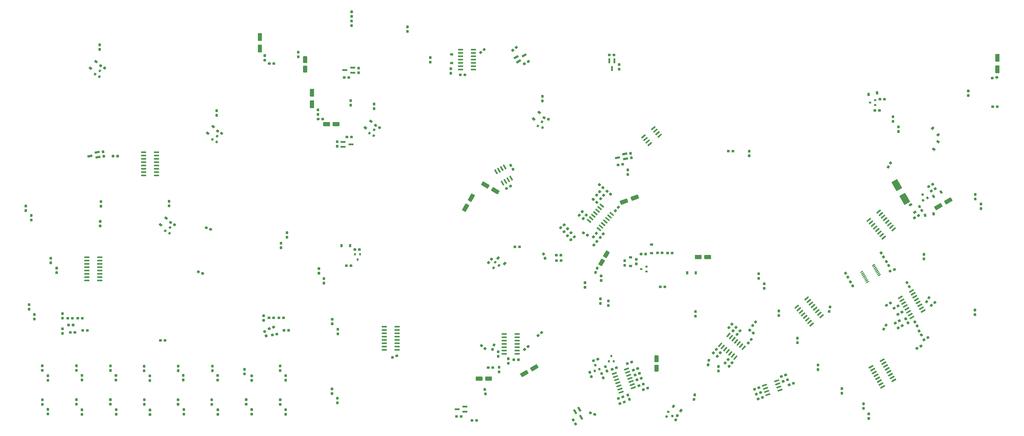
<source format=gbr>
G04 #@! TF.GenerationSoftware,KiCad,Pcbnew,(5.1.2-1)-1*
G04 #@! TF.CreationDate,2022-11-16T18:05:27-05:00*
G04 #@! TF.ProjectId,DrumMachineControlBoard,4472756d-4d61-4636-9869-6e65436f6e74,rev?*
G04 #@! TF.SameCoordinates,Original*
G04 #@! TF.FileFunction,Paste,Bot*
G04 #@! TF.FilePolarity,Positive*
%FSLAX46Y46*%
G04 Gerber Fmt 4.6, Leading zero omitted, Abs format (unit mm)*
G04 Created by KiCad (PCBNEW (5.1.2-1)-1) date 2022-11-16 18:05:27*
%MOMM*%
%LPD*%
G04 APERTURE LIST*
%ADD10C,0.100000*%
%ADD11C,0.950000*%
%ADD12C,1.600000*%
%ADD13C,2.500000*%
%ADD14C,0.600000*%
%ADD15R,0.900000X1.200000*%
%ADD16R,0.900000X0.800000*%
%ADD17R,1.200000X0.900000*%
%ADD18C,0.800000*%
%ADD19R,0.800000X0.900000*%
%ADD20R,0.800000X1.900000*%
%ADD21R,1.900000X0.800000*%
%ADD22C,0.900000*%
%ADD23C,0.400000*%
G04 APERTURE END LIST*
D10*
G36*
X168900779Y-10991144D02*
G01*
X168923834Y-10994563D01*
X168946443Y-11000227D01*
X168968387Y-11008079D01*
X168989457Y-11018044D01*
X169009448Y-11030026D01*
X169028168Y-11043910D01*
X169045438Y-11059562D01*
X169061090Y-11076832D01*
X169074974Y-11095552D01*
X169086956Y-11115543D01*
X169096921Y-11136613D01*
X169104773Y-11158557D01*
X169110437Y-11181166D01*
X169113856Y-11204221D01*
X169115000Y-11227500D01*
X169115000Y-11802500D01*
X169113856Y-11825779D01*
X169110437Y-11848834D01*
X169104773Y-11871443D01*
X169096921Y-11893387D01*
X169086956Y-11914457D01*
X169074974Y-11934448D01*
X169061090Y-11953168D01*
X169045438Y-11970438D01*
X169028168Y-11986090D01*
X169009448Y-11999974D01*
X168989457Y-12011956D01*
X168968387Y-12021921D01*
X168946443Y-12029773D01*
X168923834Y-12035437D01*
X168900779Y-12038856D01*
X168877500Y-12040000D01*
X168402500Y-12040000D01*
X168379221Y-12038856D01*
X168356166Y-12035437D01*
X168333557Y-12029773D01*
X168311613Y-12021921D01*
X168290543Y-12011956D01*
X168270552Y-11999974D01*
X168251832Y-11986090D01*
X168234562Y-11970438D01*
X168218910Y-11953168D01*
X168205026Y-11934448D01*
X168193044Y-11914457D01*
X168183079Y-11893387D01*
X168175227Y-11871443D01*
X168169563Y-11848834D01*
X168166144Y-11825779D01*
X168165000Y-11802500D01*
X168165000Y-11227500D01*
X168166144Y-11204221D01*
X168169563Y-11181166D01*
X168175227Y-11158557D01*
X168183079Y-11136613D01*
X168193044Y-11115543D01*
X168205026Y-11095552D01*
X168218910Y-11076832D01*
X168234562Y-11059562D01*
X168251832Y-11043910D01*
X168270552Y-11030026D01*
X168290543Y-11018044D01*
X168311613Y-11008079D01*
X168333557Y-11000227D01*
X168356166Y-10994563D01*
X168379221Y-10991144D01*
X168402500Y-10990000D01*
X168877500Y-10990000D01*
X168900779Y-10991144D01*
X168900779Y-10991144D01*
G37*
D11*
X168640000Y-11515000D03*
D10*
G36*
X168900779Y-9241144D02*
G01*
X168923834Y-9244563D01*
X168946443Y-9250227D01*
X168968387Y-9258079D01*
X168989457Y-9268044D01*
X169009448Y-9280026D01*
X169028168Y-9293910D01*
X169045438Y-9309562D01*
X169061090Y-9326832D01*
X169074974Y-9345552D01*
X169086956Y-9365543D01*
X169096921Y-9386613D01*
X169104773Y-9408557D01*
X169110437Y-9431166D01*
X169113856Y-9454221D01*
X169115000Y-9477500D01*
X169115000Y-10052500D01*
X169113856Y-10075779D01*
X169110437Y-10098834D01*
X169104773Y-10121443D01*
X169096921Y-10143387D01*
X169086956Y-10164457D01*
X169074974Y-10184448D01*
X169061090Y-10203168D01*
X169045438Y-10220438D01*
X169028168Y-10236090D01*
X169009448Y-10249974D01*
X168989457Y-10261956D01*
X168968387Y-10271921D01*
X168946443Y-10279773D01*
X168923834Y-10285437D01*
X168900779Y-10288856D01*
X168877500Y-10290000D01*
X168402500Y-10290000D01*
X168379221Y-10288856D01*
X168356166Y-10285437D01*
X168333557Y-10279773D01*
X168311613Y-10271921D01*
X168290543Y-10261956D01*
X168270552Y-10249974D01*
X168251832Y-10236090D01*
X168234562Y-10220438D01*
X168218910Y-10203168D01*
X168205026Y-10184448D01*
X168193044Y-10164457D01*
X168183079Y-10143387D01*
X168175227Y-10121443D01*
X168169563Y-10098834D01*
X168166144Y-10075779D01*
X168165000Y-10052500D01*
X168165000Y-9477500D01*
X168166144Y-9454221D01*
X168169563Y-9431166D01*
X168175227Y-9408557D01*
X168183079Y-9386613D01*
X168193044Y-9365543D01*
X168205026Y-9345552D01*
X168218910Y-9326832D01*
X168234562Y-9309562D01*
X168251832Y-9293910D01*
X168270552Y-9280026D01*
X168290543Y-9268044D01*
X168311613Y-9258079D01*
X168333557Y-9250227D01*
X168356166Y-9244563D01*
X168379221Y-9241144D01*
X168402500Y-9240000D01*
X168877500Y-9240000D01*
X168900779Y-9241144D01*
X168900779Y-9241144D01*
G37*
D11*
X168640000Y-9765000D03*
D10*
G36*
X136505779Y-44576144D02*
G01*
X136528834Y-44579563D01*
X136551443Y-44585227D01*
X136573387Y-44593079D01*
X136594457Y-44603044D01*
X136614448Y-44615026D01*
X136633168Y-44628910D01*
X136650438Y-44644562D01*
X136666090Y-44661832D01*
X136679974Y-44680552D01*
X136691956Y-44700543D01*
X136701921Y-44721613D01*
X136709773Y-44743557D01*
X136715437Y-44766166D01*
X136718856Y-44789221D01*
X136720000Y-44812500D01*
X136720000Y-45287500D01*
X136718856Y-45310779D01*
X136715437Y-45333834D01*
X136709773Y-45356443D01*
X136701921Y-45378387D01*
X136691956Y-45399457D01*
X136679974Y-45419448D01*
X136666090Y-45438168D01*
X136650438Y-45455438D01*
X136633168Y-45471090D01*
X136614448Y-45484974D01*
X136594457Y-45496956D01*
X136573387Y-45506921D01*
X136551443Y-45514773D01*
X136528834Y-45520437D01*
X136505779Y-45523856D01*
X136482500Y-45525000D01*
X135907500Y-45525000D01*
X135884221Y-45523856D01*
X135861166Y-45520437D01*
X135838557Y-45514773D01*
X135816613Y-45506921D01*
X135795543Y-45496956D01*
X135775552Y-45484974D01*
X135756832Y-45471090D01*
X135739562Y-45455438D01*
X135723910Y-45438168D01*
X135710026Y-45419448D01*
X135698044Y-45399457D01*
X135688079Y-45378387D01*
X135680227Y-45356443D01*
X135674563Y-45333834D01*
X135671144Y-45310779D01*
X135670000Y-45287500D01*
X135670000Y-44812500D01*
X135671144Y-44789221D01*
X135674563Y-44766166D01*
X135680227Y-44743557D01*
X135688079Y-44721613D01*
X135698044Y-44700543D01*
X135710026Y-44680552D01*
X135723910Y-44661832D01*
X135739562Y-44644562D01*
X135756832Y-44628910D01*
X135775552Y-44615026D01*
X135795543Y-44603044D01*
X135816613Y-44593079D01*
X135838557Y-44585227D01*
X135861166Y-44579563D01*
X135884221Y-44576144D01*
X135907500Y-44575000D01*
X136482500Y-44575000D01*
X136505779Y-44576144D01*
X136505779Y-44576144D01*
G37*
D11*
X136195000Y-45050000D03*
D10*
G36*
X134755779Y-44576144D02*
G01*
X134778834Y-44579563D01*
X134801443Y-44585227D01*
X134823387Y-44593079D01*
X134844457Y-44603044D01*
X134864448Y-44615026D01*
X134883168Y-44628910D01*
X134900438Y-44644562D01*
X134916090Y-44661832D01*
X134929974Y-44680552D01*
X134941956Y-44700543D01*
X134951921Y-44721613D01*
X134959773Y-44743557D01*
X134965437Y-44766166D01*
X134968856Y-44789221D01*
X134970000Y-44812500D01*
X134970000Y-45287500D01*
X134968856Y-45310779D01*
X134965437Y-45333834D01*
X134959773Y-45356443D01*
X134951921Y-45378387D01*
X134941956Y-45399457D01*
X134929974Y-45419448D01*
X134916090Y-45438168D01*
X134900438Y-45455438D01*
X134883168Y-45471090D01*
X134864448Y-45484974D01*
X134844457Y-45496956D01*
X134823387Y-45506921D01*
X134801443Y-45514773D01*
X134778834Y-45520437D01*
X134755779Y-45523856D01*
X134732500Y-45525000D01*
X134157500Y-45525000D01*
X134134221Y-45523856D01*
X134111166Y-45520437D01*
X134088557Y-45514773D01*
X134066613Y-45506921D01*
X134045543Y-45496956D01*
X134025552Y-45484974D01*
X134006832Y-45471090D01*
X133989562Y-45455438D01*
X133973910Y-45438168D01*
X133960026Y-45419448D01*
X133948044Y-45399457D01*
X133938079Y-45378387D01*
X133930227Y-45356443D01*
X133924563Y-45333834D01*
X133921144Y-45310779D01*
X133920000Y-45287500D01*
X133920000Y-44812500D01*
X133921144Y-44789221D01*
X133924563Y-44766166D01*
X133930227Y-44743557D01*
X133938079Y-44721613D01*
X133948044Y-44700543D01*
X133960026Y-44680552D01*
X133973910Y-44661832D01*
X133989562Y-44644562D01*
X134006832Y-44628910D01*
X134025552Y-44615026D01*
X134045543Y-44603044D01*
X134066613Y-44593079D01*
X134088557Y-44585227D01*
X134111166Y-44579563D01*
X134134221Y-44576144D01*
X134157500Y-44575000D01*
X134732500Y-44575000D01*
X134755779Y-44576144D01*
X134755779Y-44576144D01*
G37*
D11*
X134445000Y-45050000D03*
D10*
G36*
X117805779Y-23316144D02*
G01*
X117828834Y-23319563D01*
X117851443Y-23325227D01*
X117873387Y-23333079D01*
X117894457Y-23343044D01*
X117914448Y-23355026D01*
X117933168Y-23368910D01*
X117950438Y-23384562D01*
X117966090Y-23401832D01*
X117979974Y-23420552D01*
X117991956Y-23440543D01*
X118001921Y-23461613D01*
X118009773Y-23483557D01*
X118015437Y-23506166D01*
X118018856Y-23529221D01*
X118020000Y-23552500D01*
X118020000Y-24027500D01*
X118018856Y-24050779D01*
X118015437Y-24073834D01*
X118009773Y-24096443D01*
X118001921Y-24118387D01*
X117991956Y-24139457D01*
X117979974Y-24159448D01*
X117966090Y-24178168D01*
X117950438Y-24195438D01*
X117933168Y-24211090D01*
X117914448Y-24224974D01*
X117894457Y-24236956D01*
X117873387Y-24246921D01*
X117851443Y-24254773D01*
X117828834Y-24260437D01*
X117805779Y-24263856D01*
X117782500Y-24265000D01*
X117207500Y-24265000D01*
X117184221Y-24263856D01*
X117161166Y-24260437D01*
X117138557Y-24254773D01*
X117116613Y-24246921D01*
X117095543Y-24236956D01*
X117075552Y-24224974D01*
X117056832Y-24211090D01*
X117039562Y-24195438D01*
X117023910Y-24178168D01*
X117010026Y-24159448D01*
X116998044Y-24139457D01*
X116988079Y-24118387D01*
X116980227Y-24096443D01*
X116974563Y-24073834D01*
X116971144Y-24050779D01*
X116970000Y-24027500D01*
X116970000Y-23552500D01*
X116971144Y-23529221D01*
X116974563Y-23506166D01*
X116980227Y-23483557D01*
X116988079Y-23461613D01*
X116998044Y-23440543D01*
X117010026Y-23420552D01*
X117023910Y-23401832D01*
X117039562Y-23384562D01*
X117056832Y-23368910D01*
X117075552Y-23355026D01*
X117095543Y-23343044D01*
X117116613Y-23333079D01*
X117138557Y-23325227D01*
X117161166Y-23319563D01*
X117184221Y-23316144D01*
X117207500Y-23315000D01*
X117782500Y-23315000D01*
X117805779Y-23316144D01*
X117805779Y-23316144D01*
G37*
D11*
X117495000Y-23790000D03*
D10*
G36*
X116055779Y-23316144D02*
G01*
X116078834Y-23319563D01*
X116101443Y-23325227D01*
X116123387Y-23333079D01*
X116144457Y-23343044D01*
X116164448Y-23355026D01*
X116183168Y-23368910D01*
X116200438Y-23384562D01*
X116216090Y-23401832D01*
X116229974Y-23420552D01*
X116241956Y-23440543D01*
X116251921Y-23461613D01*
X116259773Y-23483557D01*
X116265437Y-23506166D01*
X116268856Y-23529221D01*
X116270000Y-23552500D01*
X116270000Y-24027500D01*
X116268856Y-24050779D01*
X116265437Y-24073834D01*
X116259773Y-24096443D01*
X116251921Y-24118387D01*
X116241956Y-24139457D01*
X116229974Y-24159448D01*
X116216090Y-24178168D01*
X116200438Y-24195438D01*
X116183168Y-24211090D01*
X116164448Y-24224974D01*
X116144457Y-24236956D01*
X116123387Y-24246921D01*
X116101443Y-24254773D01*
X116078834Y-24260437D01*
X116055779Y-24263856D01*
X116032500Y-24265000D01*
X115457500Y-24265000D01*
X115434221Y-24263856D01*
X115411166Y-24260437D01*
X115388557Y-24254773D01*
X115366613Y-24246921D01*
X115345543Y-24236956D01*
X115325552Y-24224974D01*
X115306832Y-24211090D01*
X115289562Y-24195438D01*
X115273910Y-24178168D01*
X115260026Y-24159448D01*
X115248044Y-24139457D01*
X115238079Y-24118387D01*
X115230227Y-24096443D01*
X115224563Y-24073834D01*
X115221144Y-24050779D01*
X115220000Y-24027500D01*
X115220000Y-23552500D01*
X115221144Y-23529221D01*
X115224563Y-23506166D01*
X115230227Y-23483557D01*
X115238079Y-23461613D01*
X115248044Y-23440543D01*
X115260026Y-23420552D01*
X115273910Y-23401832D01*
X115289562Y-23384562D01*
X115306832Y-23368910D01*
X115325552Y-23355026D01*
X115345543Y-23343044D01*
X115366613Y-23333079D01*
X115388557Y-23325227D01*
X115411166Y-23319563D01*
X115434221Y-23316144D01*
X115457500Y-23315000D01*
X116032500Y-23315000D01*
X116055779Y-23316144D01*
X116055779Y-23316144D01*
G37*
D11*
X115745000Y-23790000D03*
D10*
G36*
X147190779Y-37471144D02*
G01*
X147213834Y-37474563D01*
X147236443Y-37480227D01*
X147258387Y-37488079D01*
X147279457Y-37498044D01*
X147299448Y-37510026D01*
X147318168Y-37523910D01*
X147335438Y-37539562D01*
X147351090Y-37556832D01*
X147364974Y-37575552D01*
X147376956Y-37595543D01*
X147386921Y-37616613D01*
X147394773Y-37638557D01*
X147400437Y-37661166D01*
X147403856Y-37684221D01*
X147405000Y-37707500D01*
X147405000Y-38282500D01*
X147403856Y-38305779D01*
X147400437Y-38328834D01*
X147394773Y-38351443D01*
X147386921Y-38373387D01*
X147376956Y-38394457D01*
X147364974Y-38414448D01*
X147351090Y-38433168D01*
X147335438Y-38450438D01*
X147318168Y-38466090D01*
X147299448Y-38479974D01*
X147279457Y-38491956D01*
X147258387Y-38501921D01*
X147236443Y-38509773D01*
X147213834Y-38515437D01*
X147190779Y-38518856D01*
X147167500Y-38520000D01*
X146692500Y-38520000D01*
X146669221Y-38518856D01*
X146646166Y-38515437D01*
X146623557Y-38509773D01*
X146601613Y-38501921D01*
X146580543Y-38491956D01*
X146560552Y-38479974D01*
X146541832Y-38466090D01*
X146524562Y-38450438D01*
X146508910Y-38433168D01*
X146495026Y-38414448D01*
X146483044Y-38394457D01*
X146473079Y-38373387D01*
X146465227Y-38351443D01*
X146459563Y-38328834D01*
X146456144Y-38305779D01*
X146455000Y-38282500D01*
X146455000Y-37707500D01*
X146456144Y-37684221D01*
X146459563Y-37661166D01*
X146465227Y-37638557D01*
X146473079Y-37616613D01*
X146483044Y-37595543D01*
X146495026Y-37575552D01*
X146508910Y-37556832D01*
X146524562Y-37539562D01*
X146541832Y-37523910D01*
X146560552Y-37510026D01*
X146580543Y-37498044D01*
X146601613Y-37488079D01*
X146623557Y-37480227D01*
X146646166Y-37474563D01*
X146669221Y-37471144D01*
X146692500Y-37470000D01*
X147167500Y-37470000D01*
X147190779Y-37471144D01*
X147190779Y-37471144D01*
G37*
D11*
X146930000Y-37995000D03*
D10*
G36*
X147190779Y-39221144D02*
G01*
X147213834Y-39224563D01*
X147236443Y-39230227D01*
X147258387Y-39238079D01*
X147279457Y-39248044D01*
X147299448Y-39260026D01*
X147318168Y-39273910D01*
X147335438Y-39289562D01*
X147351090Y-39306832D01*
X147364974Y-39325552D01*
X147376956Y-39345543D01*
X147386921Y-39366613D01*
X147394773Y-39388557D01*
X147400437Y-39411166D01*
X147403856Y-39434221D01*
X147405000Y-39457500D01*
X147405000Y-40032500D01*
X147403856Y-40055779D01*
X147400437Y-40078834D01*
X147394773Y-40101443D01*
X147386921Y-40123387D01*
X147376956Y-40144457D01*
X147364974Y-40164448D01*
X147351090Y-40183168D01*
X147335438Y-40200438D01*
X147318168Y-40216090D01*
X147299448Y-40229974D01*
X147279457Y-40241956D01*
X147258387Y-40251921D01*
X147236443Y-40259773D01*
X147213834Y-40265437D01*
X147190779Y-40268856D01*
X147167500Y-40270000D01*
X146692500Y-40270000D01*
X146669221Y-40268856D01*
X146646166Y-40265437D01*
X146623557Y-40259773D01*
X146601613Y-40251921D01*
X146580543Y-40241956D01*
X146560552Y-40229974D01*
X146541832Y-40216090D01*
X146524562Y-40200438D01*
X146508910Y-40183168D01*
X146495026Y-40164448D01*
X146483044Y-40144457D01*
X146473079Y-40123387D01*
X146465227Y-40101443D01*
X146459563Y-40078834D01*
X146456144Y-40055779D01*
X146455000Y-40032500D01*
X146455000Y-39457500D01*
X146456144Y-39434221D01*
X146459563Y-39411166D01*
X146465227Y-39388557D01*
X146473079Y-39366613D01*
X146483044Y-39345543D01*
X146495026Y-39325552D01*
X146508910Y-39306832D01*
X146524562Y-39289562D01*
X146541832Y-39273910D01*
X146560552Y-39260026D01*
X146580543Y-39248044D01*
X146601613Y-39238079D01*
X146623557Y-39230227D01*
X146646166Y-39224563D01*
X146669221Y-39221144D01*
X146692500Y-39220000D01*
X147167500Y-39220000D01*
X147190779Y-39221144D01*
X147190779Y-39221144D01*
G37*
D11*
X146930000Y-39745000D03*
D10*
G36*
X127070779Y-20701144D02*
G01*
X127093834Y-20704563D01*
X127116443Y-20710227D01*
X127138387Y-20718079D01*
X127159457Y-20728044D01*
X127179448Y-20740026D01*
X127198168Y-20753910D01*
X127215438Y-20769562D01*
X127231090Y-20786832D01*
X127244974Y-20805552D01*
X127256956Y-20825543D01*
X127266921Y-20846613D01*
X127274773Y-20868557D01*
X127280437Y-20891166D01*
X127283856Y-20914221D01*
X127285000Y-20937500D01*
X127285000Y-21512500D01*
X127283856Y-21535779D01*
X127280437Y-21558834D01*
X127274773Y-21581443D01*
X127266921Y-21603387D01*
X127256956Y-21624457D01*
X127244974Y-21644448D01*
X127231090Y-21663168D01*
X127215438Y-21680438D01*
X127198168Y-21696090D01*
X127179448Y-21709974D01*
X127159457Y-21721956D01*
X127138387Y-21731921D01*
X127116443Y-21739773D01*
X127093834Y-21745437D01*
X127070779Y-21748856D01*
X127047500Y-21750000D01*
X126572500Y-21750000D01*
X126549221Y-21748856D01*
X126526166Y-21745437D01*
X126503557Y-21739773D01*
X126481613Y-21731921D01*
X126460543Y-21721956D01*
X126440552Y-21709974D01*
X126421832Y-21696090D01*
X126404562Y-21680438D01*
X126388910Y-21663168D01*
X126375026Y-21644448D01*
X126363044Y-21624457D01*
X126353079Y-21603387D01*
X126345227Y-21581443D01*
X126339563Y-21558834D01*
X126336144Y-21535779D01*
X126335000Y-21512500D01*
X126335000Y-20937500D01*
X126336144Y-20914221D01*
X126339563Y-20891166D01*
X126345227Y-20868557D01*
X126353079Y-20846613D01*
X126363044Y-20825543D01*
X126375026Y-20805552D01*
X126388910Y-20786832D01*
X126404562Y-20769562D01*
X126421832Y-20753910D01*
X126440552Y-20740026D01*
X126460543Y-20728044D01*
X126481613Y-20718079D01*
X126503557Y-20710227D01*
X126526166Y-20704563D01*
X126549221Y-20701144D01*
X126572500Y-20700000D01*
X127047500Y-20700000D01*
X127070779Y-20701144D01*
X127070779Y-20701144D01*
G37*
D11*
X126810000Y-21225000D03*
D10*
G36*
X127070779Y-18951144D02*
G01*
X127093834Y-18954563D01*
X127116443Y-18960227D01*
X127138387Y-18968079D01*
X127159457Y-18978044D01*
X127179448Y-18990026D01*
X127198168Y-19003910D01*
X127215438Y-19019562D01*
X127231090Y-19036832D01*
X127244974Y-19055552D01*
X127256956Y-19075543D01*
X127266921Y-19096613D01*
X127274773Y-19118557D01*
X127280437Y-19141166D01*
X127283856Y-19164221D01*
X127285000Y-19187500D01*
X127285000Y-19762500D01*
X127283856Y-19785779D01*
X127280437Y-19808834D01*
X127274773Y-19831443D01*
X127266921Y-19853387D01*
X127256956Y-19874457D01*
X127244974Y-19894448D01*
X127231090Y-19913168D01*
X127215438Y-19930438D01*
X127198168Y-19946090D01*
X127179448Y-19959974D01*
X127159457Y-19971956D01*
X127138387Y-19981921D01*
X127116443Y-19989773D01*
X127093834Y-19995437D01*
X127070779Y-19998856D01*
X127047500Y-20000000D01*
X126572500Y-20000000D01*
X126549221Y-19998856D01*
X126526166Y-19995437D01*
X126503557Y-19989773D01*
X126481613Y-19981921D01*
X126460543Y-19971956D01*
X126440552Y-19959974D01*
X126421832Y-19946090D01*
X126404562Y-19930438D01*
X126388910Y-19913168D01*
X126375026Y-19894448D01*
X126363044Y-19874457D01*
X126353079Y-19853387D01*
X126345227Y-19831443D01*
X126339563Y-19808834D01*
X126336144Y-19785779D01*
X126335000Y-19762500D01*
X126335000Y-19187500D01*
X126336144Y-19164221D01*
X126339563Y-19141166D01*
X126345227Y-19118557D01*
X126353079Y-19096613D01*
X126363044Y-19075543D01*
X126375026Y-19055552D01*
X126388910Y-19036832D01*
X126404562Y-19019562D01*
X126421832Y-19003910D01*
X126440552Y-18990026D01*
X126460543Y-18978044D01*
X126481613Y-18968079D01*
X126503557Y-18960227D01*
X126526166Y-18954563D01*
X126549221Y-18951144D01*
X126572500Y-18950000D01*
X127047500Y-18950000D01*
X127070779Y-18951144D01*
X127070779Y-18951144D01*
G37*
D11*
X126810000Y-19475000D03*
D10*
G36*
X147540779Y-5221144D02*
G01*
X147563834Y-5224563D01*
X147586443Y-5230227D01*
X147608387Y-5238079D01*
X147629457Y-5248044D01*
X147649448Y-5260026D01*
X147668168Y-5273910D01*
X147685438Y-5289562D01*
X147701090Y-5306832D01*
X147714974Y-5325552D01*
X147726956Y-5345543D01*
X147736921Y-5366613D01*
X147744773Y-5388557D01*
X147750437Y-5411166D01*
X147753856Y-5434221D01*
X147755000Y-5457500D01*
X147755000Y-6032500D01*
X147753856Y-6055779D01*
X147750437Y-6078834D01*
X147744773Y-6101443D01*
X147736921Y-6123387D01*
X147726956Y-6144457D01*
X147714974Y-6164448D01*
X147701090Y-6183168D01*
X147685438Y-6200438D01*
X147668168Y-6216090D01*
X147649448Y-6229974D01*
X147629457Y-6241956D01*
X147608387Y-6251921D01*
X147586443Y-6259773D01*
X147563834Y-6265437D01*
X147540779Y-6268856D01*
X147517500Y-6270000D01*
X147042500Y-6270000D01*
X147019221Y-6268856D01*
X146996166Y-6265437D01*
X146973557Y-6259773D01*
X146951613Y-6251921D01*
X146930543Y-6241956D01*
X146910552Y-6229974D01*
X146891832Y-6216090D01*
X146874562Y-6200438D01*
X146858910Y-6183168D01*
X146845026Y-6164448D01*
X146833044Y-6144457D01*
X146823079Y-6123387D01*
X146815227Y-6101443D01*
X146809563Y-6078834D01*
X146806144Y-6055779D01*
X146805000Y-6032500D01*
X146805000Y-5457500D01*
X146806144Y-5434221D01*
X146809563Y-5411166D01*
X146815227Y-5388557D01*
X146823079Y-5366613D01*
X146833044Y-5345543D01*
X146845026Y-5325552D01*
X146858910Y-5306832D01*
X146874562Y-5289562D01*
X146891832Y-5273910D01*
X146910552Y-5260026D01*
X146930543Y-5248044D01*
X146951613Y-5238079D01*
X146973557Y-5230227D01*
X146996166Y-5224563D01*
X147019221Y-5221144D01*
X147042500Y-5220000D01*
X147517500Y-5220000D01*
X147540779Y-5221144D01*
X147540779Y-5221144D01*
G37*
D11*
X147280000Y-5745000D03*
D10*
G36*
X147540779Y-3471144D02*
G01*
X147563834Y-3474563D01*
X147586443Y-3480227D01*
X147608387Y-3488079D01*
X147629457Y-3498044D01*
X147649448Y-3510026D01*
X147668168Y-3523910D01*
X147685438Y-3539562D01*
X147701090Y-3556832D01*
X147714974Y-3575552D01*
X147726956Y-3595543D01*
X147736921Y-3616613D01*
X147744773Y-3638557D01*
X147750437Y-3661166D01*
X147753856Y-3684221D01*
X147755000Y-3707500D01*
X147755000Y-4282500D01*
X147753856Y-4305779D01*
X147750437Y-4328834D01*
X147744773Y-4351443D01*
X147736921Y-4373387D01*
X147726956Y-4394457D01*
X147714974Y-4414448D01*
X147701090Y-4433168D01*
X147685438Y-4450438D01*
X147668168Y-4466090D01*
X147649448Y-4479974D01*
X147629457Y-4491956D01*
X147608387Y-4501921D01*
X147586443Y-4509773D01*
X147563834Y-4515437D01*
X147540779Y-4518856D01*
X147517500Y-4520000D01*
X147042500Y-4520000D01*
X147019221Y-4518856D01*
X146996166Y-4515437D01*
X146973557Y-4509773D01*
X146951613Y-4501921D01*
X146930543Y-4491956D01*
X146910552Y-4479974D01*
X146891832Y-4466090D01*
X146874562Y-4450438D01*
X146858910Y-4433168D01*
X146845026Y-4414448D01*
X146833044Y-4394457D01*
X146823079Y-4373387D01*
X146815227Y-4351443D01*
X146809563Y-4328834D01*
X146806144Y-4305779D01*
X146805000Y-4282500D01*
X146805000Y-3707500D01*
X146806144Y-3684221D01*
X146809563Y-3661166D01*
X146815227Y-3638557D01*
X146823079Y-3616613D01*
X146833044Y-3595543D01*
X146845026Y-3575552D01*
X146858910Y-3556832D01*
X146874562Y-3539562D01*
X146891832Y-3523910D01*
X146910552Y-3510026D01*
X146930543Y-3498044D01*
X146951613Y-3488079D01*
X146973557Y-3480227D01*
X146996166Y-3474563D01*
X147019221Y-3471144D01*
X147042500Y-3470000D01*
X147517500Y-3470000D01*
X147540779Y-3471144D01*
X147540779Y-3471144D01*
G37*
D11*
X147280000Y-3995000D03*
D10*
G36*
X147510778Y-8761141D02*
G01*
X147533833Y-8764560D01*
X147556442Y-8770224D01*
X147578386Y-8778076D01*
X147599456Y-8788041D01*
X147619447Y-8800023D01*
X147638167Y-8813907D01*
X147655437Y-8829559D01*
X147671089Y-8846829D01*
X147684973Y-8865549D01*
X147696955Y-8885540D01*
X147706920Y-8906610D01*
X147714772Y-8928554D01*
X147720436Y-8951163D01*
X147723855Y-8974218D01*
X147724999Y-8997497D01*
X147724999Y-9572497D01*
X147723855Y-9595776D01*
X147720436Y-9618831D01*
X147714772Y-9641440D01*
X147706920Y-9663384D01*
X147696955Y-9684454D01*
X147684973Y-9704445D01*
X147671089Y-9723165D01*
X147655437Y-9740435D01*
X147638167Y-9756087D01*
X147619447Y-9769971D01*
X147599456Y-9781953D01*
X147578386Y-9791918D01*
X147556442Y-9799770D01*
X147533833Y-9805434D01*
X147510778Y-9808853D01*
X147487499Y-9809997D01*
X147012499Y-9809997D01*
X146989220Y-9808853D01*
X146966165Y-9805434D01*
X146943556Y-9799770D01*
X146921612Y-9791918D01*
X146900542Y-9781953D01*
X146880551Y-9769971D01*
X146861831Y-9756087D01*
X146844561Y-9740435D01*
X146828909Y-9723165D01*
X146815025Y-9704445D01*
X146803043Y-9684454D01*
X146793078Y-9663384D01*
X146785226Y-9641440D01*
X146779562Y-9618831D01*
X146776143Y-9595776D01*
X146774999Y-9572497D01*
X146774999Y-8997497D01*
X146776143Y-8974218D01*
X146779562Y-8951163D01*
X146785226Y-8928554D01*
X146793078Y-8906610D01*
X146803043Y-8885540D01*
X146815025Y-8865549D01*
X146828909Y-8846829D01*
X146844561Y-8829559D01*
X146861831Y-8813907D01*
X146880551Y-8800023D01*
X146900542Y-8788041D01*
X146921612Y-8778076D01*
X146943556Y-8770224D01*
X146966165Y-8764560D01*
X146989220Y-8761141D01*
X147012499Y-8759997D01*
X147487499Y-8759997D01*
X147510778Y-8761141D01*
X147510778Y-8761141D01*
G37*
D11*
X147249999Y-9284997D03*
D10*
G36*
X147510778Y-7011141D02*
G01*
X147533833Y-7014560D01*
X147556442Y-7020224D01*
X147578386Y-7028076D01*
X147599456Y-7038041D01*
X147619447Y-7050023D01*
X147638167Y-7063907D01*
X147655437Y-7079559D01*
X147671089Y-7096829D01*
X147684973Y-7115549D01*
X147696955Y-7135540D01*
X147706920Y-7156610D01*
X147714772Y-7178554D01*
X147720436Y-7201163D01*
X147723855Y-7224218D01*
X147724999Y-7247497D01*
X147724999Y-7822497D01*
X147723855Y-7845776D01*
X147720436Y-7868831D01*
X147714772Y-7891440D01*
X147706920Y-7913384D01*
X147696955Y-7934454D01*
X147684973Y-7954445D01*
X147671089Y-7973165D01*
X147655437Y-7990435D01*
X147638167Y-8006087D01*
X147619447Y-8019971D01*
X147599456Y-8031953D01*
X147578386Y-8041918D01*
X147556442Y-8049770D01*
X147533833Y-8055434D01*
X147510778Y-8058853D01*
X147487499Y-8059997D01*
X147012499Y-8059997D01*
X146989220Y-8058853D01*
X146966165Y-8055434D01*
X146943556Y-8049770D01*
X146921612Y-8041918D01*
X146900542Y-8031953D01*
X146880551Y-8019971D01*
X146861831Y-8006087D01*
X146844561Y-7990435D01*
X146828909Y-7973165D01*
X146815025Y-7954445D01*
X146803043Y-7934454D01*
X146793078Y-7913384D01*
X146785226Y-7891440D01*
X146779562Y-7868831D01*
X146776143Y-7845776D01*
X146774999Y-7822497D01*
X146774999Y-7247497D01*
X146776143Y-7224218D01*
X146779562Y-7201163D01*
X146785226Y-7178554D01*
X146793078Y-7156610D01*
X146803043Y-7135540D01*
X146815025Y-7115549D01*
X146828909Y-7096829D01*
X146844561Y-7079559D01*
X146861831Y-7063907D01*
X146880551Y-7050023D01*
X146900542Y-7038041D01*
X146921612Y-7028076D01*
X146943556Y-7020224D01*
X146966165Y-7014560D01*
X146989220Y-7011141D01*
X147012499Y-7009997D01*
X147487499Y-7009997D01*
X147510778Y-7011141D01*
X147510778Y-7011141D01*
G37*
D11*
X147249999Y-7534997D03*
D10*
G36*
X134650779Y-42771144D02*
G01*
X134673834Y-42774563D01*
X134696443Y-42780227D01*
X134718387Y-42788079D01*
X134739457Y-42798044D01*
X134759448Y-42810026D01*
X134778168Y-42823910D01*
X134795438Y-42839562D01*
X134811090Y-42856832D01*
X134824974Y-42875552D01*
X134836956Y-42895543D01*
X134846921Y-42916613D01*
X134854773Y-42938557D01*
X134860437Y-42961166D01*
X134863856Y-42984221D01*
X134865000Y-43007500D01*
X134865000Y-43582500D01*
X134863856Y-43605779D01*
X134860437Y-43628834D01*
X134854773Y-43651443D01*
X134846921Y-43673387D01*
X134836956Y-43694457D01*
X134824974Y-43714448D01*
X134811090Y-43733168D01*
X134795438Y-43750438D01*
X134778168Y-43766090D01*
X134759448Y-43779974D01*
X134739457Y-43791956D01*
X134718387Y-43801921D01*
X134696443Y-43809773D01*
X134673834Y-43815437D01*
X134650779Y-43818856D01*
X134627500Y-43820000D01*
X134152500Y-43820000D01*
X134129221Y-43818856D01*
X134106166Y-43815437D01*
X134083557Y-43809773D01*
X134061613Y-43801921D01*
X134040543Y-43791956D01*
X134020552Y-43779974D01*
X134001832Y-43766090D01*
X133984562Y-43750438D01*
X133968910Y-43733168D01*
X133955026Y-43714448D01*
X133943044Y-43694457D01*
X133933079Y-43673387D01*
X133925227Y-43651443D01*
X133919563Y-43628834D01*
X133916144Y-43605779D01*
X133915000Y-43582500D01*
X133915000Y-43007500D01*
X133916144Y-42984221D01*
X133919563Y-42961166D01*
X133925227Y-42938557D01*
X133933079Y-42916613D01*
X133943044Y-42895543D01*
X133955026Y-42875552D01*
X133968910Y-42856832D01*
X133984562Y-42839562D01*
X134001832Y-42823910D01*
X134020552Y-42810026D01*
X134040543Y-42798044D01*
X134061613Y-42788079D01*
X134083557Y-42780227D01*
X134106166Y-42774563D01*
X134129221Y-42771144D01*
X134152500Y-42770000D01*
X134627500Y-42770000D01*
X134650779Y-42771144D01*
X134650779Y-42771144D01*
G37*
D11*
X134390000Y-43295000D03*
D10*
G36*
X134650779Y-41021144D02*
G01*
X134673834Y-41024563D01*
X134696443Y-41030227D01*
X134718387Y-41038079D01*
X134739457Y-41048044D01*
X134759448Y-41060026D01*
X134778168Y-41073910D01*
X134795438Y-41089562D01*
X134811090Y-41106832D01*
X134824974Y-41125552D01*
X134836956Y-41145543D01*
X134846921Y-41166613D01*
X134854773Y-41188557D01*
X134860437Y-41211166D01*
X134863856Y-41234221D01*
X134865000Y-41257500D01*
X134865000Y-41832500D01*
X134863856Y-41855779D01*
X134860437Y-41878834D01*
X134854773Y-41901443D01*
X134846921Y-41923387D01*
X134836956Y-41944457D01*
X134824974Y-41964448D01*
X134811090Y-41983168D01*
X134795438Y-42000438D01*
X134778168Y-42016090D01*
X134759448Y-42029974D01*
X134739457Y-42041956D01*
X134718387Y-42051921D01*
X134696443Y-42059773D01*
X134673834Y-42065437D01*
X134650779Y-42068856D01*
X134627500Y-42070000D01*
X134152500Y-42070000D01*
X134129221Y-42068856D01*
X134106166Y-42065437D01*
X134083557Y-42059773D01*
X134061613Y-42051921D01*
X134040543Y-42041956D01*
X134020552Y-42029974D01*
X134001832Y-42016090D01*
X133984562Y-42000438D01*
X133968910Y-41983168D01*
X133955026Y-41964448D01*
X133943044Y-41944457D01*
X133933079Y-41923387D01*
X133925227Y-41901443D01*
X133919563Y-41878834D01*
X133916144Y-41855779D01*
X133915000Y-41832500D01*
X133915000Y-41257500D01*
X133916144Y-41234221D01*
X133919563Y-41211166D01*
X133925227Y-41188557D01*
X133933079Y-41166613D01*
X133943044Y-41145543D01*
X133955026Y-41125552D01*
X133968910Y-41106832D01*
X133984562Y-41089562D01*
X134001832Y-41073910D01*
X134020552Y-41060026D01*
X134040543Y-41048044D01*
X134061613Y-41038079D01*
X134083557Y-41030227D01*
X134106166Y-41024563D01*
X134129221Y-41021144D01*
X134152500Y-41020000D01*
X134627500Y-41020000D01*
X134650779Y-41021144D01*
X134650779Y-41021144D01*
G37*
D11*
X134390000Y-41545000D03*
D10*
G36*
X114270779Y-22001144D02*
G01*
X114293834Y-22004563D01*
X114316443Y-22010227D01*
X114338387Y-22018079D01*
X114359457Y-22028044D01*
X114379448Y-22040026D01*
X114398168Y-22053910D01*
X114415438Y-22069562D01*
X114431090Y-22086832D01*
X114444974Y-22105552D01*
X114456956Y-22125543D01*
X114466921Y-22146613D01*
X114474773Y-22168557D01*
X114480437Y-22191166D01*
X114483856Y-22214221D01*
X114485000Y-22237500D01*
X114485000Y-22812500D01*
X114483856Y-22835779D01*
X114480437Y-22858834D01*
X114474773Y-22881443D01*
X114466921Y-22903387D01*
X114456956Y-22924457D01*
X114444974Y-22944448D01*
X114431090Y-22963168D01*
X114415438Y-22980438D01*
X114398168Y-22996090D01*
X114379448Y-23009974D01*
X114359457Y-23021956D01*
X114338387Y-23031921D01*
X114316443Y-23039773D01*
X114293834Y-23045437D01*
X114270779Y-23048856D01*
X114247500Y-23050000D01*
X113772500Y-23050000D01*
X113749221Y-23048856D01*
X113726166Y-23045437D01*
X113703557Y-23039773D01*
X113681613Y-23031921D01*
X113660543Y-23021956D01*
X113640552Y-23009974D01*
X113621832Y-22996090D01*
X113604562Y-22980438D01*
X113588910Y-22963168D01*
X113575026Y-22944448D01*
X113563044Y-22924457D01*
X113553079Y-22903387D01*
X113545227Y-22881443D01*
X113539563Y-22858834D01*
X113536144Y-22835779D01*
X113535000Y-22812500D01*
X113535000Y-22237500D01*
X113536144Y-22214221D01*
X113539563Y-22191166D01*
X113545227Y-22168557D01*
X113553079Y-22146613D01*
X113563044Y-22125543D01*
X113575026Y-22105552D01*
X113588910Y-22086832D01*
X113604562Y-22069562D01*
X113621832Y-22053910D01*
X113640552Y-22040026D01*
X113660543Y-22028044D01*
X113681613Y-22018079D01*
X113703557Y-22010227D01*
X113726166Y-22004563D01*
X113749221Y-22001144D01*
X113772500Y-22000000D01*
X114247500Y-22000000D01*
X114270779Y-22001144D01*
X114270779Y-22001144D01*
G37*
D11*
X114010000Y-22525000D03*
D10*
G36*
X114270779Y-20251144D02*
G01*
X114293834Y-20254563D01*
X114316443Y-20260227D01*
X114338387Y-20268079D01*
X114359457Y-20278044D01*
X114379448Y-20290026D01*
X114398168Y-20303910D01*
X114415438Y-20319562D01*
X114431090Y-20336832D01*
X114444974Y-20355552D01*
X114456956Y-20375543D01*
X114466921Y-20396613D01*
X114474773Y-20418557D01*
X114480437Y-20441166D01*
X114483856Y-20464221D01*
X114485000Y-20487500D01*
X114485000Y-21062500D01*
X114483856Y-21085779D01*
X114480437Y-21108834D01*
X114474773Y-21131443D01*
X114466921Y-21153387D01*
X114456956Y-21174457D01*
X114444974Y-21194448D01*
X114431090Y-21213168D01*
X114415438Y-21230438D01*
X114398168Y-21246090D01*
X114379448Y-21259974D01*
X114359457Y-21271956D01*
X114338387Y-21281921D01*
X114316443Y-21289773D01*
X114293834Y-21295437D01*
X114270779Y-21298856D01*
X114247500Y-21300000D01*
X113772500Y-21300000D01*
X113749221Y-21298856D01*
X113726166Y-21295437D01*
X113703557Y-21289773D01*
X113681613Y-21281921D01*
X113660543Y-21271956D01*
X113640552Y-21259974D01*
X113621832Y-21246090D01*
X113604562Y-21230438D01*
X113588910Y-21213168D01*
X113575026Y-21194448D01*
X113563044Y-21174457D01*
X113553079Y-21153387D01*
X113545227Y-21131443D01*
X113539563Y-21108834D01*
X113536144Y-21085779D01*
X113535000Y-21062500D01*
X113535000Y-20487500D01*
X113536144Y-20464221D01*
X113539563Y-20441166D01*
X113545227Y-20418557D01*
X113553079Y-20396613D01*
X113563044Y-20375543D01*
X113575026Y-20355552D01*
X113588910Y-20336832D01*
X113604562Y-20319562D01*
X113621832Y-20303910D01*
X113640552Y-20290026D01*
X113660543Y-20278044D01*
X113681613Y-20268079D01*
X113703557Y-20260227D01*
X113726166Y-20254563D01*
X113749221Y-20251144D01*
X113772500Y-20250000D01*
X114247500Y-20250000D01*
X114270779Y-20251144D01*
X114270779Y-20251144D01*
G37*
D11*
X114010000Y-20775000D03*
D10*
G36*
X132694504Y-33511204D02*
G01*
X132718773Y-33514804D01*
X132742571Y-33520765D01*
X132765671Y-33529030D01*
X132787849Y-33539520D01*
X132808893Y-33552133D01*
X132828598Y-33566747D01*
X132846777Y-33583223D01*
X132863253Y-33601402D01*
X132877867Y-33621107D01*
X132890480Y-33642151D01*
X132900970Y-33664329D01*
X132909235Y-33687429D01*
X132915196Y-33711227D01*
X132918796Y-33735496D01*
X132920000Y-33760000D01*
X132920000Y-36260000D01*
X132918796Y-36284504D01*
X132915196Y-36308773D01*
X132909235Y-36332571D01*
X132900970Y-36355671D01*
X132890480Y-36377849D01*
X132877867Y-36398893D01*
X132863253Y-36418598D01*
X132846777Y-36436777D01*
X132828598Y-36453253D01*
X132808893Y-36467867D01*
X132787849Y-36480480D01*
X132765671Y-36490970D01*
X132742571Y-36499235D01*
X132718773Y-36505196D01*
X132694504Y-36508796D01*
X132670000Y-36510000D01*
X131570000Y-36510000D01*
X131545496Y-36508796D01*
X131521227Y-36505196D01*
X131497429Y-36499235D01*
X131474329Y-36490970D01*
X131452151Y-36480480D01*
X131431107Y-36467867D01*
X131411402Y-36453253D01*
X131393223Y-36436777D01*
X131376747Y-36418598D01*
X131362133Y-36398893D01*
X131349520Y-36377849D01*
X131339030Y-36355671D01*
X131330765Y-36332571D01*
X131324804Y-36308773D01*
X131321204Y-36284504D01*
X131320000Y-36260000D01*
X131320000Y-33760000D01*
X131321204Y-33735496D01*
X131324804Y-33711227D01*
X131330765Y-33687429D01*
X131339030Y-33664329D01*
X131349520Y-33642151D01*
X131362133Y-33621107D01*
X131376747Y-33601402D01*
X131393223Y-33583223D01*
X131411402Y-33566747D01*
X131431107Y-33552133D01*
X131452151Y-33539520D01*
X131474329Y-33529030D01*
X131497429Y-33520765D01*
X131521227Y-33514804D01*
X131545496Y-33511204D01*
X131570000Y-33510000D01*
X132670000Y-33510000D01*
X132694504Y-33511204D01*
X132694504Y-33511204D01*
G37*
D12*
X132120000Y-35010000D03*
D10*
G36*
X132694504Y-37911204D02*
G01*
X132718773Y-37914804D01*
X132742571Y-37920765D01*
X132765671Y-37929030D01*
X132787849Y-37939520D01*
X132808893Y-37952133D01*
X132828598Y-37966747D01*
X132846777Y-37983223D01*
X132863253Y-38001402D01*
X132877867Y-38021107D01*
X132890480Y-38042151D01*
X132900970Y-38064329D01*
X132909235Y-38087429D01*
X132915196Y-38111227D01*
X132918796Y-38135496D01*
X132920000Y-38160000D01*
X132920000Y-40660000D01*
X132918796Y-40684504D01*
X132915196Y-40708773D01*
X132909235Y-40732571D01*
X132900970Y-40755671D01*
X132890480Y-40777849D01*
X132877867Y-40798893D01*
X132863253Y-40818598D01*
X132846777Y-40836777D01*
X132828598Y-40853253D01*
X132808893Y-40867867D01*
X132787849Y-40880480D01*
X132765671Y-40890970D01*
X132742571Y-40899235D01*
X132718773Y-40905196D01*
X132694504Y-40908796D01*
X132670000Y-40910000D01*
X131570000Y-40910000D01*
X131545496Y-40908796D01*
X131521227Y-40905196D01*
X131497429Y-40899235D01*
X131474329Y-40890970D01*
X131452151Y-40880480D01*
X131431107Y-40867867D01*
X131411402Y-40853253D01*
X131393223Y-40836777D01*
X131376747Y-40818598D01*
X131362133Y-40798893D01*
X131349520Y-40777849D01*
X131339030Y-40755671D01*
X131330765Y-40732571D01*
X131324804Y-40708773D01*
X131321204Y-40684504D01*
X131320000Y-40660000D01*
X131320000Y-38160000D01*
X131321204Y-38135496D01*
X131324804Y-38111227D01*
X131330765Y-38087429D01*
X131339030Y-38064329D01*
X131349520Y-38042151D01*
X131362133Y-38021107D01*
X131376747Y-38001402D01*
X131393223Y-37983223D01*
X131411402Y-37966747D01*
X131431107Y-37952133D01*
X131452151Y-37939520D01*
X131474329Y-37929030D01*
X131497429Y-37920765D01*
X131521227Y-37914804D01*
X131545496Y-37911204D01*
X131570000Y-37910000D01*
X132670000Y-37910000D01*
X132694504Y-37911204D01*
X132694504Y-37911204D01*
G37*
D12*
X132120000Y-39410000D03*
D10*
G36*
X112714504Y-12151204D02*
G01*
X112738773Y-12154804D01*
X112762571Y-12160765D01*
X112785671Y-12169030D01*
X112807849Y-12179520D01*
X112828893Y-12192133D01*
X112848598Y-12206747D01*
X112866777Y-12223223D01*
X112883253Y-12241402D01*
X112897867Y-12261107D01*
X112910480Y-12282151D01*
X112920970Y-12304329D01*
X112929235Y-12327429D01*
X112935196Y-12351227D01*
X112938796Y-12375496D01*
X112940000Y-12400000D01*
X112940000Y-14900000D01*
X112938796Y-14924504D01*
X112935196Y-14948773D01*
X112929235Y-14972571D01*
X112920970Y-14995671D01*
X112910480Y-15017849D01*
X112897867Y-15038893D01*
X112883253Y-15058598D01*
X112866777Y-15076777D01*
X112848598Y-15093253D01*
X112828893Y-15107867D01*
X112807849Y-15120480D01*
X112785671Y-15130970D01*
X112762571Y-15139235D01*
X112738773Y-15145196D01*
X112714504Y-15148796D01*
X112690000Y-15150000D01*
X111590000Y-15150000D01*
X111565496Y-15148796D01*
X111541227Y-15145196D01*
X111517429Y-15139235D01*
X111494329Y-15130970D01*
X111472151Y-15120480D01*
X111451107Y-15107867D01*
X111431402Y-15093253D01*
X111413223Y-15076777D01*
X111396747Y-15058598D01*
X111382133Y-15038893D01*
X111369520Y-15017849D01*
X111359030Y-14995671D01*
X111350765Y-14972571D01*
X111344804Y-14948773D01*
X111341204Y-14924504D01*
X111340000Y-14900000D01*
X111340000Y-12400000D01*
X111341204Y-12375496D01*
X111344804Y-12351227D01*
X111350765Y-12327429D01*
X111359030Y-12304329D01*
X111369520Y-12282151D01*
X111382133Y-12261107D01*
X111396747Y-12241402D01*
X111413223Y-12223223D01*
X111431402Y-12206747D01*
X111451107Y-12192133D01*
X111472151Y-12179520D01*
X111494329Y-12169030D01*
X111517429Y-12160765D01*
X111541227Y-12154804D01*
X111565496Y-12151204D01*
X111590000Y-12150000D01*
X112690000Y-12150000D01*
X112714504Y-12151204D01*
X112714504Y-12151204D01*
G37*
D12*
X112140000Y-13650000D03*
D10*
G36*
X112714504Y-16551204D02*
G01*
X112738773Y-16554804D01*
X112762571Y-16560765D01*
X112785671Y-16569030D01*
X112807849Y-16579520D01*
X112828893Y-16592133D01*
X112848598Y-16606747D01*
X112866777Y-16623223D01*
X112883253Y-16641402D01*
X112897867Y-16661107D01*
X112910480Y-16682151D01*
X112920970Y-16704329D01*
X112929235Y-16727429D01*
X112935196Y-16751227D01*
X112938796Y-16775496D01*
X112940000Y-16800000D01*
X112940000Y-19300000D01*
X112938796Y-19324504D01*
X112935196Y-19348773D01*
X112929235Y-19372571D01*
X112920970Y-19395671D01*
X112910480Y-19417849D01*
X112897867Y-19438893D01*
X112883253Y-19458598D01*
X112866777Y-19476777D01*
X112848598Y-19493253D01*
X112828893Y-19507867D01*
X112807849Y-19520480D01*
X112785671Y-19530970D01*
X112762571Y-19539235D01*
X112738773Y-19545196D01*
X112714504Y-19548796D01*
X112690000Y-19550000D01*
X111590000Y-19550000D01*
X111565496Y-19548796D01*
X111541227Y-19545196D01*
X111517429Y-19539235D01*
X111494329Y-19530970D01*
X111472151Y-19520480D01*
X111451107Y-19507867D01*
X111431402Y-19493253D01*
X111413223Y-19476777D01*
X111396747Y-19458598D01*
X111382133Y-19438893D01*
X111369520Y-19417849D01*
X111359030Y-19395671D01*
X111350765Y-19372571D01*
X111344804Y-19348773D01*
X111341204Y-19324504D01*
X111340000Y-19300000D01*
X111340000Y-16800000D01*
X111341204Y-16775496D01*
X111344804Y-16751227D01*
X111350765Y-16727429D01*
X111359030Y-16704329D01*
X111369520Y-16682151D01*
X111382133Y-16661107D01*
X111396747Y-16641402D01*
X111413223Y-16623223D01*
X111431402Y-16606747D01*
X111451107Y-16592133D01*
X111472151Y-16579520D01*
X111494329Y-16569030D01*
X111517429Y-16560765D01*
X111541227Y-16554804D01*
X111565496Y-16551204D01*
X111590000Y-16550000D01*
X112690000Y-16550000D01*
X112714504Y-16551204D01*
X112714504Y-16551204D01*
G37*
D12*
X112140000Y-18050000D03*
D10*
G36*
X138764504Y-46201204D02*
G01*
X138788773Y-46204804D01*
X138812571Y-46210765D01*
X138835671Y-46219030D01*
X138857849Y-46229520D01*
X138878893Y-46242133D01*
X138898598Y-46256747D01*
X138916777Y-46273223D01*
X138933253Y-46291402D01*
X138947867Y-46311107D01*
X138960480Y-46332151D01*
X138970970Y-46354329D01*
X138979235Y-46377429D01*
X138985196Y-46401227D01*
X138988796Y-46425496D01*
X138990000Y-46450000D01*
X138990000Y-47550000D01*
X138988796Y-47574504D01*
X138985196Y-47598773D01*
X138979235Y-47622571D01*
X138970970Y-47645671D01*
X138960480Y-47667849D01*
X138947867Y-47688893D01*
X138933253Y-47708598D01*
X138916777Y-47726777D01*
X138898598Y-47743253D01*
X138878893Y-47757867D01*
X138857849Y-47770480D01*
X138835671Y-47780970D01*
X138812571Y-47789235D01*
X138788773Y-47795196D01*
X138764504Y-47798796D01*
X138740000Y-47800000D01*
X136640000Y-47800000D01*
X136615496Y-47798796D01*
X136591227Y-47795196D01*
X136567429Y-47789235D01*
X136544329Y-47780970D01*
X136522151Y-47770480D01*
X136501107Y-47757867D01*
X136481402Y-47743253D01*
X136463223Y-47726777D01*
X136446747Y-47708598D01*
X136432133Y-47688893D01*
X136419520Y-47667849D01*
X136409030Y-47645671D01*
X136400765Y-47622571D01*
X136394804Y-47598773D01*
X136391204Y-47574504D01*
X136390000Y-47550000D01*
X136390000Y-46450000D01*
X136391204Y-46425496D01*
X136394804Y-46401227D01*
X136400765Y-46377429D01*
X136409030Y-46354329D01*
X136419520Y-46332151D01*
X136432133Y-46311107D01*
X136446747Y-46291402D01*
X136463223Y-46273223D01*
X136481402Y-46256747D01*
X136501107Y-46242133D01*
X136522151Y-46229520D01*
X136544329Y-46219030D01*
X136567429Y-46210765D01*
X136591227Y-46204804D01*
X136615496Y-46201204D01*
X136640000Y-46200000D01*
X138740000Y-46200000D01*
X138764504Y-46201204D01*
X138764504Y-46201204D01*
G37*
D12*
X137690000Y-47000000D03*
D10*
G36*
X142364504Y-46201204D02*
G01*
X142388773Y-46204804D01*
X142412571Y-46210765D01*
X142435671Y-46219030D01*
X142457849Y-46229520D01*
X142478893Y-46242133D01*
X142498598Y-46256747D01*
X142516777Y-46273223D01*
X142533253Y-46291402D01*
X142547867Y-46311107D01*
X142560480Y-46332151D01*
X142570970Y-46354329D01*
X142579235Y-46377429D01*
X142585196Y-46401227D01*
X142588796Y-46425496D01*
X142590000Y-46450000D01*
X142590000Y-47550000D01*
X142588796Y-47574504D01*
X142585196Y-47598773D01*
X142579235Y-47622571D01*
X142570970Y-47645671D01*
X142560480Y-47667849D01*
X142547867Y-47688893D01*
X142533253Y-47708598D01*
X142516777Y-47726777D01*
X142498598Y-47743253D01*
X142478893Y-47757867D01*
X142457849Y-47770480D01*
X142435671Y-47780970D01*
X142412571Y-47789235D01*
X142388773Y-47795196D01*
X142364504Y-47798796D01*
X142340000Y-47800000D01*
X140240000Y-47800000D01*
X140215496Y-47798796D01*
X140191227Y-47795196D01*
X140167429Y-47789235D01*
X140144329Y-47780970D01*
X140122151Y-47770480D01*
X140101107Y-47757867D01*
X140081402Y-47743253D01*
X140063223Y-47726777D01*
X140046747Y-47708598D01*
X140032133Y-47688893D01*
X140019520Y-47667849D01*
X140009030Y-47645671D01*
X140000765Y-47622571D01*
X139994804Y-47598773D01*
X139991204Y-47574504D01*
X139990000Y-47550000D01*
X139990000Y-46450000D01*
X139991204Y-46425496D01*
X139994804Y-46401227D01*
X140000765Y-46377429D01*
X140009030Y-46354329D01*
X140019520Y-46332151D01*
X140032133Y-46311107D01*
X140046747Y-46291402D01*
X140063223Y-46273223D01*
X140081402Y-46256747D01*
X140101107Y-46242133D01*
X140122151Y-46229520D01*
X140144329Y-46219030D01*
X140167429Y-46210765D01*
X140191227Y-46204804D01*
X140215496Y-46201204D01*
X140240000Y-46200000D01*
X142340000Y-46200000D01*
X142364504Y-46201204D01*
X142364504Y-46201204D01*
G37*
D12*
X141290000Y-47000000D03*
D10*
G36*
X130064504Y-24621204D02*
G01*
X130088773Y-24624804D01*
X130112571Y-24630765D01*
X130135671Y-24639030D01*
X130157849Y-24649520D01*
X130178893Y-24662133D01*
X130198598Y-24676747D01*
X130216777Y-24693223D01*
X130233253Y-24711402D01*
X130247867Y-24731107D01*
X130260480Y-24752151D01*
X130270970Y-24774329D01*
X130279235Y-24797429D01*
X130285196Y-24821227D01*
X130288796Y-24845496D01*
X130290000Y-24870000D01*
X130290000Y-26970000D01*
X130288796Y-26994504D01*
X130285196Y-27018773D01*
X130279235Y-27042571D01*
X130270970Y-27065671D01*
X130260480Y-27087849D01*
X130247867Y-27108893D01*
X130233253Y-27128598D01*
X130216777Y-27146777D01*
X130198598Y-27163253D01*
X130178893Y-27177867D01*
X130157849Y-27190480D01*
X130135671Y-27200970D01*
X130112571Y-27209235D01*
X130088773Y-27215196D01*
X130064504Y-27218796D01*
X130040000Y-27220000D01*
X128940000Y-27220000D01*
X128915496Y-27218796D01*
X128891227Y-27215196D01*
X128867429Y-27209235D01*
X128844329Y-27200970D01*
X128822151Y-27190480D01*
X128801107Y-27177867D01*
X128781402Y-27163253D01*
X128763223Y-27146777D01*
X128746747Y-27128598D01*
X128732133Y-27108893D01*
X128719520Y-27087849D01*
X128709030Y-27065671D01*
X128700765Y-27042571D01*
X128694804Y-27018773D01*
X128691204Y-26994504D01*
X128690000Y-26970000D01*
X128690000Y-24870000D01*
X128691204Y-24845496D01*
X128694804Y-24821227D01*
X128700765Y-24797429D01*
X128709030Y-24774329D01*
X128719520Y-24752151D01*
X128732133Y-24731107D01*
X128746747Y-24711402D01*
X128763223Y-24693223D01*
X128781402Y-24676747D01*
X128801107Y-24662133D01*
X128822151Y-24649520D01*
X128844329Y-24639030D01*
X128867429Y-24630765D01*
X128891227Y-24624804D01*
X128915496Y-24621204D01*
X128940000Y-24620000D01*
X130040000Y-24620000D01*
X130064504Y-24621204D01*
X130064504Y-24621204D01*
G37*
D12*
X129490000Y-25920000D03*
D10*
G36*
X130064504Y-21021204D02*
G01*
X130088773Y-21024804D01*
X130112571Y-21030765D01*
X130135671Y-21039030D01*
X130157849Y-21049520D01*
X130178893Y-21062133D01*
X130198598Y-21076747D01*
X130216777Y-21093223D01*
X130233253Y-21111402D01*
X130247867Y-21131107D01*
X130260480Y-21152151D01*
X130270970Y-21174329D01*
X130279235Y-21197429D01*
X130285196Y-21221227D01*
X130288796Y-21245496D01*
X130290000Y-21270000D01*
X130290000Y-23370000D01*
X130288796Y-23394504D01*
X130285196Y-23418773D01*
X130279235Y-23442571D01*
X130270970Y-23465671D01*
X130260480Y-23487849D01*
X130247867Y-23508893D01*
X130233253Y-23528598D01*
X130216777Y-23546777D01*
X130198598Y-23563253D01*
X130178893Y-23577867D01*
X130157849Y-23590480D01*
X130135671Y-23600970D01*
X130112571Y-23609235D01*
X130088773Y-23615196D01*
X130064504Y-23618796D01*
X130040000Y-23620000D01*
X128940000Y-23620000D01*
X128915496Y-23618796D01*
X128891227Y-23615196D01*
X128867429Y-23609235D01*
X128844329Y-23600970D01*
X128822151Y-23590480D01*
X128801107Y-23577867D01*
X128781402Y-23563253D01*
X128763223Y-23546777D01*
X128746747Y-23528598D01*
X128732133Y-23508893D01*
X128719520Y-23487849D01*
X128709030Y-23465671D01*
X128700765Y-23442571D01*
X128694804Y-23418773D01*
X128691204Y-23394504D01*
X128690000Y-23370000D01*
X128690000Y-21270000D01*
X128691204Y-21245496D01*
X128694804Y-21221227D01*
X128700765Y-21197429D01*
X128709030Y-21174329D01*
X128719520Y-21152151D01*
X128732133Y-21131107D01*
X128746747Y-21111402D01*
X128763223Y-21093223D01*
X128781402Y-21076747D01*
X128801107Y-21062133D01*
X128822151Y-21049520D01*
X128844329Y-21039030D01*
X128867429Y-21030765D01*
X128891227Y-21024804D01*
X128915496Y-21021204D01*
X128940000Y-21020000D01*
X130040000Y-21020000D01*
X130064504Y-21021204D01*
X130064504Y-21021204D01*
G37*
D12*
X129490000Y-22320000D03*
D10*
G36*
X201625779Y-139786144D02*
G01*
X201648834Y-139789563D01*
X201671443Y-139795227D01*
X201693387Y-139803079D01*
X201714457Y-139813044D01*
X201734448Y-139825026D01*
X201753168Y-139838910D01*
X201770438Y-139854562D01*
X201786090Y-139871832D01*
X201799974Y-139890552D01*
X201811956Y-139910543D01*
X201821921Y-139931613D01*
X201829773Y-139953557D01*
X201835437Y-139976166D01*
X201838856Y-139999221D01*
X201840000Y-140022500D01*
X201840000Y-140497500D01*
X201838856Y-140520779D01*
X201835437Y-140543834D01*
X201829773Y-140566443D01*
X201821921Y-140588387D01*
X201811956Y-140609457D01*
X201799974Y-140629448D01*
X201786090Y-140648168D01*
X201770438Y-140665438D01*
X201753168Y-140681090D01*
X201734448Y-140694974D01*
X201714457Y-140706956D01*
X201693387Y-140716921D01*
X201671443Y-140724773D01*
X201648834Y-140730437D01*
X201625779Y-140733856D01*
X201602500Y-140735000D01*
X201027500Y-140735000D01*
X201004221Y-140733856D01*
X200981166Y-140730437D01*
X200958557Y-140724773D01*
X200936613Y-140716921D01*
X200915543Y-140706956D01*
X200895552Y-140694974D01*
X200876832Y-140681090D01*
X200859562Y-140665438D01*
X200843910Y-140648168D01*
X200830026Y-140629448D01*
X200818044Y-140609457D01*
X200808079Y-140588387D01*
X200800227Y-140566443D01*
X200794563Y-140543834D01*
X200791144Y-140520779D01*
X200790000Y-140497500D01*
X200790000Y-140022500D01*
X200791144Y-139999221D01*
X200794563Y-139976166D01*
X200800227Y-139953557D01*
X200808079Y-139931613D01*
X200818044Y-139910543D01*
X200830026Y-139890552D01*
X200843910Y-139871832D01*
X200859562Y-139854562D01*
X200876832Y-139838910D01*
X200895552Y-139825026D01*
X200915543Y-139813044D01*
X200936613Y-139803079D01*
X200958557Y-139795227D01*
X200981166Y-139789563D01*
X201004221Y-139786144D01*
X201027500Y-139785000D01*
X201602500Y-139785000D01*
X201625779Y-139786144D01*
X201625779Y-139786144D01*
G37*
D11*
X201315000Y-140260000D03*
D10*
G36*
X199875779Y-139786144D02*
G01*
X199898834Y-139789563D01*
X199921443Y-139795227D01*
X199943387Y-139803079D01*
X199964457Y-139813044D01*
X199984448Y-139825026D01*
X200003168Y-139838910D01*
X200020438Y-139854562D01*
X200036090Y-139871832D01*
X200049974Y-139890552D01*
X200061956Y-139910543D01*
X200071921Y-139931613D01*
X200079773Y-139953557D01*
X200085437Y-139976166D01*
X200088856Y-139999221D01*
X200090000Y-140022500D01*
X200090000Y-140497500D01*
X200088856Y-140520779D01*
X200085437Y-140543834D01*
X200079773Y-140566443D01*
X200071921Y-140588387D01*
X200061956Y-140609457D01*
X200049974Y-140629448D01*
X200036090Y-140648168D01*
X200020438Y-140665438D01*
X200003168Y-140681090D01*
X199984448Y-140694974D01*
X199964457Y-140706956D01*
X199943387Y-140716921D01*
X199921443Y-140724773D01*
X199898834Y-140730437D01*
X199875779Y-140733856D01*
X199852500Y-140735000D01*
X199277500Y-140735000D01*
X199254221Y-140733856D01*
X199231166Y-140730437D01*
X199208557Y-140724773D01*
X199186613Y-140716921D01*
X199165543Y-140706956D01*
X199145552Y-140694974D01*
X199126832Y-140681090D01*
X199109562Y-140665438D01*
X199093910Y-140648168D01*
X199080026Y-140629448D01*
X199068044Y-140609457D01*
X199058079Y-140588387D01*
X199050227Y-140566443D01*
X199044563Y-140543834D01*
X199041144Y-140520779D01*
X199040000Y-140497500D01*
X199040000Y-140022500D01*
X199041144Y-139999221D01*
X199044563Y-139976166D01*
X199050227Y-139953557D01*
X199058079Y-139931613D01*
X199068044Y-139910543D01*
X199080026Y-139890552D01*
X199093910Y-139871832D01*
X199109562Y-139854562D01*
X199126832Y-139838910D01*
X199145552Y-139825026D01*
X199165543Y-139813044D01*
X199186613Y-139803079D01*
X199208557Y-139795227D01*
X199231166Y-139789563D01*
X199254221Y-139786144D01*
X199277500Y-139785000D01*
X199852500Y-139785000D01*
X199875779Y-139786144D01*
X199875779Y-139786144D01*
G37*
D11*
X199565000Y-140260000D03*
D10*
G36*
X198744340Y-149751541D02*
G01*
X198767314Y-149755463D01*
X198789794Y-149761618D01*
X198811562Y-149769947D01*
X198832409Y-149780369D01*
X198852134Y-149792784D01*
X198870548Y-149807074D01*
X198887471Y-149823099D01*
X198902743Y-149840705D01*
X198916215Y-149859724D01*
X198927759Y-149879972D01*
X198937262Y-149901254D01*
X198944633Y-149923365D01*
X198949802Y-149946091D01*
X199049650Y-150512356D01*
X199052566Y-150535480D01*
X199053201Y-150558779D01*
X199051550Y-150582028D01*
X199047628Y-150605002D01*
X199041473Y-150627482D01*
X199033145Y-150649250D01*
X199022722Y-150670097D01*
X199010307Y-150689822D01*
X198996018Y-150708235D01*
X198979992Y-150725159D01*
X198962386Y-150740431D01*
X198943367Y-150753903D01*
X198923119Y-150765447D01*
X198901837Y-150774950D01*
X198879726Y-150782321D01*
X198856999Y-150787490D01*
X198389215Y-150869973D01*
X198366091Y-150872889D01*
X198342793Y-150873524D01*
X198319544Y-150871873D01*
X198296570Y-150867951D01*
X198274090Y-150861796D01*
X198252322Y-150853467D01*
X198231475Y-150843045D01*
X198211750Y-150830630D01*
X198193336Y-150816340D01*
X198176413Y-150800315D01*
X198161141Y-150782709D01*
X198147669Y-150763690D01*
X198136125Y-150743442D01*
X198126622Y-150722160D01*
X198119251Y-150700049D01*
X198114082Y-150677323D01*
X198014234Y-150111058D01*
X198011318Y-150087934D01*
X198010683Y-150064635D01*
X198012334Y-150041386D01*
X198016256Y-150018412D01*
X198022411Y-149995932D01*
X198030739Y-149974164D01*
X198041162Y-149953317D01*
X198053577Y-149933592D01*
X198067866Y-149915179D01*
X198083892Y-149898255D01*
X198101498Y-149882983D01*
X198120517Y-149869511D01*
X198140765Y-149857967D01*
X198162047Y-149848464D01*
X198184158Y-149841093D01*
X198206885Y-149835924D01*
X198674669Y-149753441D01*
X198697793Y-149750525D01*
X198721091Y-149749890D01*
X198744340Y-149751541D01*
X198744340Y-149751541D01*
G37*
D11*
X198531942Y-150311707D03*
D10*
G36*
X198440456Y-148028127D02*
G01*
X198463430Y-148032049D01*
X198485910Y-148038204D01*
X198507678Y-148046533D01*
X198528525Y-148056955D01*
X198548250Y-148069370D01*
X198566664Y-148083660D01*
X198583587Y-148099685D01*
X198598859Y-148117291D01*
X198612331Y-148136310D01*
X198623875Y-148156558D01*
X198633378Y-148177840D01*
X198640749Y-148199951D01*
X198645918Y-148222677D01*
X198745766Y-148788942D01*
X198748682Y-148812066D01*
X198749317Y-148835365D01*
X198747666Y-148858614D01*
X198743744Y-148881588D01*
X198737589Y-148904068D01*
X198729261Y-148925836D01*
X198718838Y-148946683D01*
X198706423Y-148966408D01*
X198692134Y-148984821D01*
X198676108Y-149001745D01*
X198658502Y-149017017D01*
X198639483Y-149030489D01*
X198619235Y-149042033D01*
X198597953Y-149051536D01*
X198575842Y-149058907D01*
X198553115Y-149064076D01*
X198085331Y-149146559D01*
X198062207Y-149149475D01*
X198038909Y-149150110D01*
X198015660Y-149148459D01*
X197992686Y-149144537D01*
X197970206Y-149138382D01*
X197948438Y-149130053D01*
X197927591Y-149119631D01*
X197907866Y-149107216D01*
X197889452Y-149092926D01*
X197872529Y-149076901D01*
X197857257Y-149059295D01*
X197843785Y-149040276D01*
X197832241Y-149020028D01*
X197822738Y-148998746D01*
X197815367Y-148976635D01*
X197810198Y-148953909D01*
X197710350Y-148387644D01*
X197707434Y-148364520D01*
X197706799Y-148341221D01*
X197708450Y-148317972D01*
X197712372Y-148294998D01*
X197718527Y-148272518D01*
X197726855Y-148250750D01*
X197737278Y-148229903D01*
X197749693Y-148210178D01*
X197763982Y-148191765D01*
X197780008Y-148174841D01*
X197797614Y-148159569D01*
X197816633Y-148146097D01*
X197836881Y-148134553D01*
X197858163Y-148125050D01*
X197880274Y-148117679D01*
X197903001Y-148112510D01*
X198370785Y-148030027D01*
X198393909Y-148027111D01*
X198417207Y-148026476D01*
X198440456Y-148028127D01*
X198440456Y-148028127D01*
G37*
D11*
X198228058Y-148588293D03*
D10*
G36*
X266415779Y-95826144D02*
G01*
X266438834Y-95829563D01*
X266461443Y-95835227D01*
X266483387Y-95843079D01*
X266504457Y-95853044D01*
X266524448Y-95865026D01*
X266543168Y-95878910D01*
X266560438Y-95894562D01*
X266576090Y-95911832D01*
X266589974Y-95930552D01*
X266601956Y-95950543D01*
X266611921Y-95971613D01*
X266619773Y-95993557D01*
X266625437Y-96016166D01*
X266628856Y-96039221D01*
X266630000Y-96062500D01*
X266630000Y-96537500D01*
X266628856Y-96560779D01*
X266625437Y-96583834D01*
X266619773Y-96606443D01*
X266611921Y-96628387D01*
X266601956Y-96649457D01*
X266589974Y-96669448D01*
X266576090Y-96688168D01*
X266560438Y-96705438D01*
X266543168Y-96721090D01*
X266524448Y-96734974D01*
X266504457Y-96746956D01*
X266483387Y-96756921D01*
X266461443Y-96764773D01*
X266438834Y-96770437D01*
X266415779Y-96773856D01*
X266392500Y-96775000D01*
X265817500Y-96775000D01*
X265794221Y-96773856D01*
X265771166Y-96770437D01*
X265748557Y-96764773D01*
X265726613Y-96756921D01*
X265705543Y-96746956D01*
X265685552Y-96734974D01*
X265666832Y-96721090D01*
X265649562Y-96705438D01*
X265633910Y-96688168D01*
X265620026Y-96669448D01*
X265608044Y-96649457D01*
X265598079Y-96628387D01*
X265590227Y-96606443D01*
X265584563Y-96583834D01*
X265581144Y-96560779D01*
X265580000Y-96537500D01*
X265580000Y-96062500D01*
X265581144Y-96039221D01*
X265584563Y-96016166D01*
X265590227Y-95993557D01*
X265598079Y-95971613D01*
X265608044Y-95950543D01*
X265620026Y-95930552D01*
X265633910Y-95911832D01*
X265649562Y-95894562D01*
X265666832Y-95878910D01*
X265685552Y-95865026D01*
X265705543Y-95853044D01*
X265726613Y-95843079D01*
X265748557Y-95835227D01*
X265771166Y-95829563D01*
X265794221Y-95826144D01*
X265817500Y-95825000D01*
X266392500Y-95825000D01*
X266415779Y-95826144D01*
X266415779Y-95826144D01*
G37*
D11*
X266105000Y-96300000D03*
D10*
G36*
X264665779Y-95826144D02*
G01*
X264688834Y-95829563D01*
X264711443Y-95835227D01*
X264733387Y-95843079D01*
X264754457Y-95853044D01*
X264774448Y-95865026D01*
X264793168Y-95878910D01*
X264810438Y-95894562D01*
X264826090Y-95911832D01*
X264839974Y-95930552D01*
X264851956Y-95950543D01*
X264861921Y-95971613D01*
X264869773Y-95993557D01*
X264875437Y-96016166D01*
X264878856Y-96039221D01*
X264880000Y-96062500D01*
X264880000Y-96537500D01*
X264878856Y-96560779D01*
X264875437Y-96583834D01*
X264869773Y-96606443D01*
X264861921Y-96628387D01*
X264851956Y-96649457D01*
X264839974Y-96669448D01*
X264826090Y-96688168D01*
X264810438Y-96705438D01*
X264793168Y-96721090D01*
X264774448Y-96734974D01*
X264754457Y-96746956D01*
X264733387Y-96756921D01*
X264711443Y-96764773D01*
X264688834Y-96770437D01*
X264665779Y-96773856D01*
X264642500Y-96775000D01*
X264067500Y-96775000D01*
X264044221Y-96773856D01*
X264021166Y-96770437D01*
X263998557Y-96764773D01*
X263976613Y-96756921D01*
X263955543Y-96746956D01*
X263935552Y-96734974D01*
X263916832Y-96721090D01*
X263899562Y-96705438D01*
X263883910Y-96688168D01*
X263870026Y-96669448D01*
X263858044Y-96649457D01*
X263848079Y-96628387D01*
X263840227Y-96606443D01*
X263834563Y-96583834D01*
X263831144Y-96560779D01*
X263830000Y-96537500D01*
X263830000Y-96062500D01*
X263831144Y-96039221D01*
X263834563Y-96016166D01*
X263840227Y-95993557D01*
X263848079Y-95971613D01*
X263858044Y-95950543D01*
X263870026Y-95930552D01*
X263883910Y-95911832D01*
X263899562Y-95894562D01*
X263916832Y-95878910D01*
X263935552Y-95865026D01*
X263955543Y-95853044D01*
X263976613Y-95843079D01*
X263998557Y-95835227D01*
X264021166Y-95829563D01*
X264044221Y-95826144D01*
X264067500Y-95825000D01*
X264642500Y-95825000D01*
X264665779Y-95826144D01*
X264665779Y-95826144D01*
G37*
D11*
X264355000Y-96300000D03*
D10*
G36*
X220078565Y-126204228D02*
G01*
X220101655Y-126207396D01*
X220124324Y-126212812D01*
X220146354Y-126220424D01*
X220167530Y-126230159D01*
X220187651Y-126241922D01*
X220206522Y-126255601D01*
X220223961Y-126271064D01*
X220239801Y-126288162D01*
X220545125Y-126652033D01*
X220559212Y-126670601D01*
X220571412Y-126690460D01*
X220581606Y-126711420D01*
X220589697Y-126733277D01*
X220595606Y-126755823D01*
X220599277Y-126778839D01*
X220600675Y-126802104D01*
X220599785Y-126825394D01*
X220596617Y-126848485D01*
X220591201Y-126871154D01*
X220583589Y-126893183D01*
X220573854Y-126914360D01*
X220562091Y-126934481D01*
X220548412Y-126953352D01*
X220532949Y-126970791D01*
X220515851Y-126986631D01*
X220075375Y-127356234D01*
X220056807Y-127370321D01*
X220036948Y-127382521D01*
X220015988Y-127392715D01*
X219994131Y-127400806D01*
X219971585Y-127406715D01*
X219948569Y-127410386D01*
X219925304Y-127411784D01*
X219902013Y-127410894D01*
X219878923Y-127407726D01*
X219856254Y-127402310D01*
X219834224Y-127394698D01*
X219813048Y-127384963D01*
X219792927Y-127373200D01*
X219774056Y-127359521D01*
X219756617Y-127344058D01*
X219740777Y-127326960D01*
X219435453Y-126963089D01*
X219421366Y-126944521D01*
X219409166Y-126924662D01*
X219398972Y-126903702D01*
X219390881Y-126881845D01*
X219384972Y-126859299D01*
X219381301Y-126836283D01*
X219379903Y-126813018D01*
X219380793Y-126789728D01*
X219383961Y-126766637D01*
X219389377Y-126743968D01*
X219396989Y-126721939D01*
X219406724Y-126700762D01*
X219418487Y-126680641D01*
X219432166Y-126661770D01*
X219447629Y-126644331D01*
X219464727Y-126628491D01*
X219905203Y-126258888D01*
X219923771Y-126244801D01*
X219943630Y-126232601D01*
X219964590Y-126222407D01*
X219986447Y-126214316D01*
X220008993Y-126208407D01*
X220032009Y-126204736D01*
X220055274Y-126203338D01*
X220078565Y-126204228D01*
X220078565Y-126204228D01*
G37*
D11*
X219990289Y-126807561D03*
D10*
G36*
X218737987Y-127329106D02*
G01*
X218761077Y-127332274D01*
X218783746Y-127337690D01*
X218805776Y-127345302D01*
X218826952Y-127355037D01*
X218847073Y-127366800D01*
X218865944Y-127380479D01*
X218883383Y-127395942D01*
X218899223Y-127413040D01*
X219204547Y-127776911D01*
X219218634Y-127795479D01*
X219230834Y-127815338D01*
X219241028Y-127836298D01*
X219249119Y-127858155D01*
X219255028Y-127880701D01*
X219258699Y-127903717D01*
X219260097Y-127926982D01*
X219259207Y-127950272D01*
X219256039Y-127973363D01*
X219250623Y-127996032D01*
X219243011Y-128018061D01*
X219233276Y-128039238D01*
X219221513Y-128059359D01*
X219207834Y-128078230D01*
X219192371Y-128095669D01*
X219175273Y-128111509D01*
X218734797Y-128481112D01*
X218716229Y-128495199D01*
X218696370Y-128507399D01*
X218675410Y-128517593D01*
X218653553Y-128525684D01*
X218631007Y-128531593D01*
X218607991Y-128535264D01*
X218584726Y-128536662D01*
X218561435Y-128535772D01*
X218538345Y-128532604D01*
X218515676Y-128527188D01*
X218493646Y-128519576D01*
X218472470Y-128509841D01*
X218452349Y-128498078D01*
X218433478Y-128484399D01*
X218416039Y-128468936D01*
X218400199Y-128451838D01*
X218094875Y-128087967D01*
X218080788Y-128069399D01*
X218068588Y-128049540D01*
X218058394Y-128028580D01*
X218050303Y-128006723D01*
X218044394Y-127984177D01*
X218040723Y-127961161D01*
X218039325Y-127937896D01*
X218040215Y-127914606D01*
X218043383Y-127891515D01*
X218048799Y-127868846D01*
X218056411Y-127846817D01*
X218066146Y-127825640D01*
X218077909Y-127805519D01*
X218091588Y-127786648D01*
X218107051Y-127769209D01*
X218124149Y-127753369D01*
X218564625Y-127383766D01*
X218583193Y-127369679D01*
X218603052Y-127357479D01*
X218624012Y-127347285D01*
X218645869Y-127339194D01*
X218668415Y-127333285D01*
X218691431Y-127329614D01*
X218714696Y-127328216D01*
X218737987Y-127329106D01*
X218737987Y-127329106D01*
G37*
D11*
X218649711Y-127932439D03*
D10*
G36*
X198278569Y-132359614D02*
G01*
X198301585Y-132363285D01*
X198324131Y-132369194D01*
X198345988Y-132377285D01*
X198366948Y-132387479D01*
X198386807Y-132399679D01*
X198405375Y-132413766D01*
X198845851Y-132783369D01*
X198862949Y-132799209D01*
X198878412Y-132816648D01*
X198892091Y-132835519D01*
X198903854Y-132855640D01*
X198913589Y-132876816D01*
X198921201Y-132898846D01*
X198926617Y-132921515D01*
X198929785Y-132944605D01*
X198930675Y-132967896D01*
X198929277Y-132991161D01*
X198925606Y-133014177D01*
X198919697Y-133036723D01*
X198911606Y-133058580D01*
X198901412Y-133079540D01*
X198889212Y-133099399D01*
X198875125Y-133117967D01*
X198569801Y-133481838D01*
X198553961Y-133498936D01*
X198536522Y-133514399D01*
X198517651Y-133528078D01*
X198497530Y-133539841D01*
X198476353Y-133549576D01*
X198454324Y-133557188D01*
X198431655Y-133562604D01*
X198408564Y-133565772D01*
X198385274Y-133566662D01*
X198362009Y-133565264D01*
X198338993Y-133561593D01*
X198316447Y-133555684D01*
X198294590Y-133547593D01*
X198273630Y-133537399D01*
X198253771Y-133525199D01*
X198235203Y-133511112D01*
X197794727Y-133141509D01*
X197777629Y-133125669D01*
X197762166Y-133108230D01*
X197748487Y-133089359D01*
X197736724Y-133069238D01*
X197726989Y-133048062D01*
X197719377Y-133026032D01*
X197713961Y-133003363D01*
X197710793Y-132980273D01*
X197709903Y-132956982D01*
X197711301Y-132933717D01*
X197714972Y-132910701D01*
X197720881Y-132888155D01*
X197728972Y-132866298D01*
X197739166Y-132845338D01*
X197751366Y-132825479D01*
X197765453Y-132806911D01*
X198070777Y-132443040D01*
X198086617Y-132425942D01*
X198104056Y-132410479D01*
X198122927Y-132396800D01*
X198143048Y-132385037D01*
X198164225Y-132375302D01*
X198186254Y-132367690D01*
X198208923Y-132362274D01*
X198232014Y-132359106D01*
X198255304Y-132358216D01*
X198278569Y-132359614D01*
X198278569Y-132359614D01*
G37*
D11*
X198320289Y-132962439D03*
D10*
G36*
X196937991Y-131234736D02*
G01*
X196961007Y-131238407D01*
X196983553Y-131244316D01*
X197005410Y-131252407D01*
X197026370Y-131262601D01*
X197046229Y-131274801D01*
X197064797Y-131288888D01*
X197505273Y-131658491D01*
X197522371Y-131674331D01*
X197537834Y-131691770D01*
X197551513Y-131710641D01*
X197563276Y-131730762D01*
X197573011Y-131751938D01*
X197580623Y-131773968D01*
X197586039Y-131796637D01*
X197589207Y-131819727D01*
X197590097Y-131843018D01*
X197588699Y-131866283D01*
X197585028Y-131889299D01*
X197579119Y-131911845D01*
X197571028Y-131933702D01*
X197560834Y-131954662D01*
X197548634Y-131974521D01*
X197534547Y-131993089D01*
X197229223Y-132356960D01*
X197213383Y-132374058D01*
X197195944Y-132389521D01*
X197177073Y-132403200D01*
X197156952Y-132414963D01*
X197135775Y-132424698D01*
X197113746Y-132432310D01*
X197091077Y-132437726D01*
X197067986Y-132440894D01*
X197044696Y-132441784D01*
X197021431Y-132440386D01*
X196998415Y-132436715D01*
X196975869Y-132430806D01*
X196954012Y-132422715D01*
X196933052Y-132412521D01*
X196913193Y-132400321D01*
X196894625Y-132386234D01*
X196454149Y-132016631D01*
X196437051Y-132000791D01*
X196421588Y-131983352D01*
X196407909Y-131964481D01*
X196396146Y-131944360D01*
X196386411Y-131923184D01*
X196378799Y-131901154D01*
X196373383Y-131878485D01*
X196370215Y-131855395D01*
X196369325Y-131832104D01*
X196370723Y-131808839D01*
X196374394Y-131785823D01*
X196380303Y-131763277D01*
X196388394Y-131741420D01*
X196398588Y-131720460D01*
X196410788Y-131700601D01*
X196424875Y-131682033D01*
X196730199Y-131318162D01*
X196746039Y-131301064D01*
X196763478Y-131285601D01*
X196782349Y-131271922D01*
X196802470Y-131260159D01*
X196823647Y-131250424D01*
X196845676Y-131242812D01*
X196868345Y-131237396D01*
X196891436Y-131234228D01*
X196914726Y-131233338D01*
X196937991Y-131234736D01*
X196937991Y-131234736D01*
G37*
D11*
X196979711Y-131837561D03*
D10*
G36*
X203640779Y-133641144D02*
G01*
X203663834Y-133644563D01*
X203686443Y-133650227D01*
X203708387Y-133658079D01*
X203729457Y-133668044D01*
X203749448Y-133680026D01*
X203768168Y-133693910D01*
X203785438Y-133709562D01*
X203801090Y-133726832D01*
X203814974Y-133745552D01*
X203826956Y-133765543D01*
X203836921Y-133786613D01*
X203844773Y-133808557D01*
X203850437Y-133831166D01*
X203853856Y-133854221D01*
X203855000Y-133877500D01*
X203855000Y-134452500D01*
X203853856Y-134475779D01*
X203850437Y-134498834D01*
X203844773Y-134521443D01*
X203836921Y-134543387D01*
X203826956Y-134564457D01*
X203814974Y-134584448D01*
X203801090Y-134603168D01*
X203785438Y-134620438D01*
X203768168Y-134636090D01*
X203749448Y-134649974D01*
X203729457Y-134661956D01*
X203708387Y-134671921D01*
X203686443Y-134679773D01*
X203663834Y-134685437D01*
X203640779Y-134688856D01*
X203617500Y-134690000D01*
X203142500Y-134690000D01*
X203119221Y-134688856D01*
X203096166Y-134685437D01*
X203073557Y-134679773D01*
X203051613Y-134671921D01*
X203030543Y-134661956D01*
X203010552Y-134649974D01*
X202991832Y-134636090D01*
X202974562Y-134620438D01*
X202958910Y-134603168D01*
X202945026Y-134584448D01*
X202933044Y-134564457D01*
X202923079Y-134543387D01*
X202915227Y-134521443D01*
X202909563Y-134498834D01*
X202906144Y-134475779D01*
X202905000Y-134452500D01*
X202905000Y-133877500D01*
X202906144Y-133854221D01*
X202909563Y-133831166D01*
X202915227Y-133808557D01*
X202923079Y-133786613D01*
X202933044Y-133765543D01*
X202945026Y-133745552D01*
X202958910Y-133726832D01*
X202974562Y-133709562D01*
X202991832Y-133693910D01*
X203010552Y-133680026D01*
X203030543Y-133668044D01*
X203051613Y-133658079D01*
X203073557Y-133650227D01*
X203096166Y-133644563D01*
X203119221Y-133641144D01*
X203142500Y-133640000D01*
X203617500Y-133640000D01*
X203640779Y-133641144D01*
X203640779Y-133641144D01*
G37*
D11*
X203380000Y-134165000D03*
D10*
G36*
X203640779Y-135391144D02*
G01*
X203663834Y-135394563D01*
X203686443Y-135400227D01*
X203708387Y-135408079D01*
X203729457Y-135418044D01*
X203749448Y-135430026D01*
X203768168Y-135443910D01*
X203785438Y-135459562D01*
X203801090Y-135476832D01*
X203814974Y-135495552D01*
X203826956Y-135515543D01*
X203836921Y-135536613D01*
X203844773Y-135558557D01*
X203850437Y-135581166D01*
X203853856Y-135604221D01*
X203855000Y-135627500D01*
X203855000Y-136202500D01*
X203853856Y-136225779D01*
X203850437Y-136248834D01*
X203844773Y-136271443D01*
X203836921Y-136293387D01*
X203826956Y-136314457D01*
X203814974Y-136334448D01*
X203801090Y-136353168D01*
X203785438Y-136370438D01*
X203768168Y-136386090D01*
X203749448Y-136399974D01*
X203729457Y-136411956D01*
X203708387Y-136421921D01*
X203686443Y-136429773D01*
X203663834Y-136435437D01*
X203640779Y-136438856D01*
X203617500Y-136440000D01*
X203142500Y-136440000D01*
X203119221Y-136438856D01*
X203096166Y-136435437D01*
X203073557Y-136429773D01*
X203051613Y-136421921D01*
X203030543Y-136411956D01*
X203010552Y-136399974D01*
X202991832Y-136386090D01*
X202974562Y-136370438D01*
X202958910Y-136353168D01*
X202945026Y-136334448D01*
X202933044Y-136314457D01*
X202923079Y-136293387D01*
X202915227Y-136271443D01*
X202909563Y-136248834D01*
X202906144Y-136225779D01*
X202905000Y-136202500D01*
X202905000Y-135627500D01*
X202906144Y-135604221D01*
X202909563Y-135581166D01*
X202915227Y-135558557D01*
X202923079Y-135536613D01*
X202933044Y-135515543D01*
X202945026Y-135495552D01*
X202958910Y-135476832D01*
X202974562Y-135459562D01*
X202991832Y-135443910D01*
X203010552Y-135430026D01*
X203030543Y-135418044D01*
X203051613Y-135408079D01*
X203073557Y-135400227D01*
X203096166Y-135394563D01*
X203119221Y-135391144D01*
X203142500Y-135390000D01*
X203617500Y-135390000D01*
X203640779Y-135391144D01*
X203640779Y-135391144D01*
G37*
D11*
X203380000Y-135915000D03*
D10*
G36*
X209675779Y-136756144D02*
G01*
X209698834Y-136759563D01*
X209721443Y-136765227D01*
X209743387Y-136773079D01*
X209764457Y-136783044D01*
X209784448Y-136795026D01*
X209803168Y-136808910D01*
X209820438Y-136824562D01*
X209836090Y-136841832D01*
X209849974Y-136860552D01*
X209861956Y-136880543D01*
X209871921Y-136901613D01*
X209879773Y-136923557D01*
X209885437Y-136946166D01*
X209888856Y-136969221D01*
X209890000Y-136992500D01*
X209890000Y-137467500D01*
X209888856Y-137490779D01*
X209885437Y-137513834D01*
X209879773Y-137536443D01*
X209871921Y-137558387D01*
X209861956Y-137579457D01*
X209849974Y-137599448D01*
X209836090Y-137618168D01*
X209820438Y-137635438D01*
X209803168Y-137651090D01*
X209784448Y-137664974D01*
X209764457Y-137676956D01*
X209743387Y-137686921D01*
X209721443Y-137694773D01*
X209698834Y-137700437D01*
X209675779Y-137703856D01*
X209652500Y-137705000D01*
X209077500Y-137705000D01*
X209054221Y-137703856D01*
X209031166Y-137700437D01*
X209008557Y-137694773D01*
X208986613Y-137686921D01*
X208965543Y-137676956D01*
X208945552Y-137664974D01*
X208926832Y-137651090D01*
X208909562Y-137635438D01*
X208893910Y-137618168D01*
X208880026Y-137599448D01*
X208868044Y-137579457D01*
X208858079Y-137558387D01*
X208850227Y-137536443D01*
X208844563Y-137513834D01*
X208841144Y-137490779D01*
X208840000Y-137467500D01*
X208840000Y-136992500D01*
X208841144Y-136969221D01*
X208844563Y-136946166D01*
X208850227Y-136923557D01*
X208858079Y-136901613D01*
X208868044Y-136880543D01*
X208880026Y-136860552D01*
X208893910Y-136841832D01*
X208909562Y-136824562D01*
X208926832Y-136808910D01*
X208945552Y-136795026D01*
X208965543Y-136783044D01*
X208986613Y-136773079D01*
X209008557Y-136765227D01*
X209031166Y-136759563D01*
X209054221Y-136756144D01*
X209077500Y-136755000D01*
X209652500Y-136755000D01*
X209675779Y-136756144D01*
X209675779Y-136756144D01*
G37*
D11*
X209365000Y-137230000D03*
D10*
G36*
X211425779Y-136756144D02*
G01*
X211448834Y-136759563D01*
X211471443Y-136765227D01*
X211493387Y-136773079D01*
X211514457Y-136783044D01*
X211534448Y-136795026D01*
X211553168Y-136808910D01*
X211570438Y-136824562D01*
X211586090Y-136841832D01*
X211599974Y-136860552D01*
X211611956Y-136880543D01*
X211621921Y-136901613D01*
X211629773Y-136923557D01*
X211635437Y-136946166D01*
X211638856Y-136969221D01*
X211640000Y-136992500D01*
X211640000Y-137467500D01*
X211638856Y-137490779D01*
X211635437Y-137513834D01*
X211629773Y-137536443D01*
X211621921Y-137558387D01*
X211611956Y-137579457D01*
X211599974Y-137599448D01*
X211586090Y-137618168D01*
X211570438Y-137635438D01*
X211553168Y-137651090D01*
X211534448Y-137664974D01*
X211514457Y-137676956D01*
X211493387Y-137686921D01*
X211471443Y-137694773D01*
X211448834Y-137700437D01*
X211425779Y-137703856D01*
X211402500Y-137705000D01*
X210827500Y-137705000D01*
X210804221Y-137703856D01*
X210781166Y-137700437D01*
X210758557Y-137694773D01*
X210736613Y-137686921D01*
X210715543Y-137676956D01*
X210695552Y-137664974D01*
X210676832Y-137651090D01*
X210659562Y-137635438D01*
X210643910Y-137618168D01*
X210630026Y-137599448D01*
X210618044Y-137579457D01*
X210608079Y-137558387D01*
X210600227Y-137536443D01*
X210594563Y-137513834D01*
X210591144Y-137490779D01*
X210590000Y-137467500D01*
X210590000Y-136992500D01*
X210591144Y-136969221D01*
X210594563Y-136946166D01*
X210600227Y-136923557D01*
X210608079Y-136901613D01*
X210618044Y-136880543D01*
X210630026Y-136860552D01*
X210643910Y-136841832D01*
X210659562Y-136824562D01*
X210676832Y-136808910D01*
X210695552Y-136795026D01*
X210715543Y-136783044D01*
X210736613Y-136773079D01*
X210758557Y-136765227D01*
X210781166Y-136759563D01*
X210804221Y-136756144D01*
X210827500Y-136755000D01*
X211402500Y-136755000D01*
X211425779Y-136756144D01*
X211425779Y-136756144D01*
G37*
D11*
X211115000Y-137230000D03*
D10*
G36*
X207500779Y-138071144D02*
G01*
X207523834Y-138074563D01*
X207546443Y-138080227D01*
X207568387Y-138088079D01*
X207589457Y-138098044D01*
X207609448Y-138110026D01*
X207628168Y-138123910D01*
X207645438Y-138139562D01*
X207661090Y-138156832D01*
X207674974Y-138175552D01*
X207686956Y-138195543D01*
X207696921Y-138216613D01*
X207704773Y-138238557D01*
X207710437Y-138261166D01*
X207713856Y-138284221D01*
X207715000Y-138307500D01*
X207715000Y-138882500D01*
X207713856Y-138905779D01*
X207710437Y-138928834D01*
X207704773Y-138951443D01*
X207696921Y-138973387D01*
X207686956Y-138994457D01*
X207674974Y-139014448D01*
X207661090Y-139033168D01*
X207645438Y-139050438D01*
X207628168Y-139066090D01*
X207609448Y-139079974D01*
X207589457Y-139091956D01*
X207568387Y-139101921D01*
X207546443Y-139109773D01*
X207523834Y-139115437D01*
X207500779Y-139118856D01*
X207477500Y-139120000D01*
X207002500Y-139120000D01*
X206979221Y-139118856D01*
X206956166Y-139115437D01*
X206933557Y-139109773D01*
X206911613Y-139101921D01*
X206890543Y-139091956D01*
X206870552Y-139079974D01*
X206851832Y-139066090D01*
X206834562Y-139050438D01*
X206818910Y-139033168D01*
X206805026Y-139014448D01*
X206793044Y-138994457D01*
X206783079Y-138973387D01*
X206775227Y-138951443D01*
X206769563Y-138928834D01*
X206766144Y-138905779D01*
X206765000Y-138882500D01*
X206765000Y-138307500D01*
X206766144Y-138284221D01*
X206769563Y-138261166D01*
X206775227Y-138238557D01*
X206783079Y-138216613D01*
X206793044Y-138195543D01*
X206805026Y-138175552D01*
X206818910Y-138156832D01*
X206834562Y-138139562D01*
X206851832Y-138123910D01*
X206870552Y-138110026D01*
X206890543Y-138098044D01*
X206911613Y-138088079D01*
X206933557Y-138080227D01*
X206956166Y-138074563D01*
X206979221Y-138071144D01*
X207002500Y-138070000D01*
X207477500Y-138070000D01*
X207500779Y-138071144D01*
X207500779Y-138071144D01*
G37*
D11*
X207240000Y-138595000D03*
D10*
G36*
X207500779Y-136321144D02*
G01*
X207523834Y-136324563D01*
X207546443Y-136330227D01*
X207568387Y-136338079D01*
X207589457Y-136348044D01*
X207609448Y-136360026D01*
X207628168Y-136373910D01*
X207645438Y-136389562D01*
X207661090Y-136406832D01*
X207674974Y-136425552D01*
X207686956Y-136445543D01*
X207696921Y-136466613D01*
X207704773Y-136488557D01*
X207710437Y-136511166D01*
X207713856Y-136534221D01*
X207715000Y-136557500D01*
X207715000Y-137132500D01*
X207713856Y-137155779D01*
X207710437Y-137178834D01*
X207704773Y-137201443D01*
X207696921Y-137223387D01*
X207686956Y-137244457D01*
X207674974Y-137264448D01*
X207661090Y-137283168D01*
X207645438Y-137300438D01*
X207628168Y-137316090D01*
X207609448Y-137329974D01*
X207589457Y-137341956D01*
X207568387Y-137351921D01*
X207546443Y-137359773D01*
X207523834Y-137365437D01*
X207500779Y-137368856D01*
X207477500Y-137370000D01*
X207002500Y-137370000D01*
X206979221Y-137368856D01*
X206956166Y-137365437D01*
X206933557Y-137359773D01*
X206911613Y-137351921D01*
X206890543Y-137341956D01*
X206870552Y-137329974D01*
X206851832Y-137316090D01*
X206834562Y-137300438D01*
X206818910Y-137283168D01*
X206805026Y-137264448D01*
X206793044Y-137244457D01*
X206783079Y-137223387D01*
X206775227Y-137201443D01*
X206769563Y-137178834D01*
X206766144Y-137155779D01*
X206765000Y-137132500D01*
X206765000Y-136557500D01*
X206766144Y-136534221D01*
X206769563Y-136511166D01*
X206775227Y-136488557D01*
X206783079Y-136466613D01*
X206793044Y-136445543D01*
X206805026Y-136425552D01*
X206818910Y-136406832D01*
X206834562Y-136389562D01*
X206851832Y-136373910D01*
X206870552Y-136360026D01*
X206890543Y-136348044D01*
X206911613Y-136338079D01*
X206933557Y-136330227D01*
X206956166Y-136324563D01*
X206979221Y-136321144D01*
X207002500Y-136320000D01*
X207477500Y-136320000D01*
X207500779Y-136321144D01*
X207500779Y-136321144D01*
G37*
D11*
X207240000Y-136845000D03*
D10*
G36*
X249940779Y-23691144D02*
G01*
X249963834Y-23694563D01*
X249986443Y-23700227D01*
X250008387Y-23708079D01*
X250029457Y-23718044D01*
X250049448Y-23730026D01*
X250068168Y-23743910D01*
X250085438Y-23759562D01*
X250101090Y-23776832D01*
X250114974Y-23795552D01*
X250126956Y-23815543D01*
X250136921Y-23836613D01*
X250144773Y-23858557D01*
X250150437Y-23881166D01*
X250153856Y-23904221D01*
X250155000Y-23927500D01*
X250155000Y-24502500D01*
X250153856Y-24525779D01*
X250150437Y-24548834D01*
X250144773Y-24571443D01*
X250136921Y-24593387D01*
X250126956Y-24614457D01*
X250114974Y-24634448D01*
X250101090Y-24653168D01*
X250085438Y-24670438D01*
X250068168Y-24686090D01*
X250049448Y-24699974D01*
X250029457Y-24711956D01*
X250008387Y-24721921D01*
X249986443Y-24729773D01*
X249963834Y-24735437D01*
X249940779Y-24738856D01*
X249917500Y-24740000D01*
X249442500Y-24740000D01*
X249419221Y-24738856D01*
X249396166Y-24735437D01*
X249373557Y-24729773D01*
X249351613Y-24721921D01*
X249330543Y-24711956D01*
X249310552Y-24699974D01*
X249291832Y-24686090D01*
X249274562Y-24670438D01*
X249258910Y-24653168D01*
X249245026Y-24634448D01*
X249233044Y-24614457D01*
X249223079Y-24593387D01*
X249215227Y-24571443D01*
X249209563Y-24548834D01*
X249206144Y-24525779D01*
X249205000Y-24502500D01*
X249205000Y-23927500D01*
X249206144Y-23904221D01*
X249209563Y-23881166D01*
X249215227Y-23858557D01*
X249223079Y-23836613D01*
X249233044Y-23815543D01*
X249245026Y-23795552D01*
X249258910Y-23776832D01*
X249274562Y-23759562D01*
X249291832Y-23743910D01*
X249310552Y-23730026D01*
X249330543Y-23718044D01*
X249351613Y-23708079D01*
X249373557Y-23700227D01*
X249396166Y-23694563D01*
X249419221Y-23691144D01*
X249442500Y-23690000D01*
X249917500Y-23690000D01*
X249940779Y-23691144D01*
X249940779Y-23691144D01*
G37*
D11*
X249680000Y-24215000D03*
D10*
G36*
X249940779Y-25441144D02*
G01*
X249963834Y-25444563D01*
X249986443Y-25450227D01*
X250008387Y-25458079D01*
X250029457Y-25468044D01*
X250049448Y-25480026D01*
X250068168Y-25493910D01*
X250085438Y-25509562D01*
X250101090Y-25526832D01*
X250114974Y-25545552D01*
X250126956Y-25565543D01*
X250136921Y-25586613D01*
X250144773Y-25608557D01*
X250150437Y-25631166D01*
X250153856Y-25654221D01*
X250155000Y-25677500D01*
X250155000Y-26252500D01*
X250153856Y-26275779D01*
X250150437Y-26298834D01*
X250144773Y-26321443D01*
X250136921Y-26343387D01*
X250126956Y-26364457D01*
X250114974Y-26384448D01*
X250101090Y-26403168D01*
X250085438Y-26420438D01*
X250068168Y-26436090D01*
X250049448Y-26449974D01*
X250029457Y-26461956D01*
X250008387Y-26471921D01*
X249986443Y-26479773D01*
X249963834Y-26485437D01*
X249940779Y-26488856D01*
X249917500Y-26490000D01*
X249442500Y-26490000D01*
X249419221Y-26488856D01*
X249396166Y-26485437D01*
X249373557Y-26479773D01*
X249351613Y-26471921D01*
X249330543Y-26461956D01*
X249310552Y-26449974D01*
X249291832Y-26436090D01*
X249274562Y-26420438D01*
X249258910Y-26403168D01*
X249245026Y-26384448D01*
X249233044Y-26364457D01*
X249223079Y-26343387D01*
X249215227Y-26321443D01*
X249209563Y-26298834D01*
X249206144Y-26275779D01*
X249205000Y-26252500D01*
X249205000Y-25677500D01*
X249206144Y-25654221D01*
X249209563Y-25631166D01*
X249215227Y-25608557D01*
X249223079Y-25586613D01*
X249233044Y-25565543D01*
X249245026Y-25545552D01*
X249258910Y-25526832D01*
X249274562Y-25509562D01*
X249291832Y-25493910D01*
X249310552Y-25480026D01*
X249330543Y-25468044D01*
X249351613Y-25458079D01*
X249373557Y-25450227D01*
X249396166Y-25444563D01*
X249419221Y-25441144D01*
X249442500Y-25440000D01*
X249917500Y-25440000D01*
X249940779Y-25441144D01*
X249940779Y-25441144D01*
G37*
D11*
X249680000Y-25965000D03*
D10*
G36*
X209047987Y-18129106D02*
G01*
X209071077Y-18132274D01*
X209093746Y-18137690D01*
X209115776Y-18145302D01*
X209136952Y-18155037D01*
X209157073Y-18166800D01*
X209175944Y-18180479D01*
X209193383Y-18195942D01*
X209209223Y-18213040D01*
X209514547Y-18576911D01*
X209528634Y-18595479D01*
X209540834Y-18615338D01*
X209551028Y-18636298D01*
X209559119Y-18658155D01*
X209565028Y-18680701D01*
X209568699Y-18703717D01*
X209570097Y-18726982D01*
X209569207Y-18750272D01*
X209566039Y-18773363D01*
X209560623Y-18796032D01*
X209553011Y-18818061D01*
X209543276Y-18839238D01*
X209531513Y-18859359D01*
X209517834Y-18878230D01*
X209502371Y-18895669D01*
X209485273Y-18911509D01*
X209044797Y-19281112D01*
X209026229Y-19295199D01*
X209006370Y-19307399D01*
X208985410Y-19317593D01*
X208963553Y-19325684D01*
X208941007Y-19331593D01*
X208917991Y-19335264D01*
X208894726Y-19336662D01*
X208871435Y-19335772D01*
X208848345Y-19332604D01*
X208825676Y-19327188D01*
X208803646Y-19319576D01*
X208782470Y-19309841D01*
X208762349Y-19298078D01*
X208743478Y-19284399D01*
X208726039Y-19268936D01*
X208710199Y-19251838D01*
X208404875Y-18887967D01*
X208390788Y-18869399D01*
X208378588Y-18849540D01*
X208368394Y-18828580D01*
X208360303Y-18806723D01*
X208354394Y-18784177D01*
X208350723Y-18761161D01*
X208349325Y-18737896D01*
X208350215Y-18714606D01*
X208353383Y-18691515D01*
X208358799Y-18668846D01*
X208366411Y-18646817D01*
X208376146Y-18625640D01*
X208387909Y-18605519D01*
X208401588Y-18586648D01*
X208417051Y-18569209D01*
X208434149Y-18553369D01*
X208874625Y-18183766D01*
X208893193Y-18169679D01*
X208913052Y-18157479D01*
X208934012Y-18147285D01*
X208955869Y-18139194D01*
X208978415Y-18133285D01*
X209001431Y-18129614D01*
X209024696Y-18128216D01*
X209047987Y-18129106D01*
X209047987Y-18129106D01*
G37*
D11*
X208959711Y-18732439D03*
D10*
G36*
X210388565Y-17004228D02*
G01*
X210411655Y-17007396D01*
X210434324Y-17012812D01*
X210456354Y-17020424D01*
X210477530Y-17030159D01*
X210497651Y-17041922D01*
X210516522Y-17055601D01*
X210533961Y-17071064D01*
X210549801Y-17088162D01*
X210855125Y-17452033D01*
X210869212Y-17470601D01*
X210881412Y-17490460D01*
X210891606Y-17511420D01*
X210899697Y-17533277D01*
X210905606Y-17555823D01*
X210909277Y-17578839D01*
X210910675Y-17602104D01*
X210909785Y-17625394D01*
X210906617Y-17648485D01*
X210901201Y-17671154D01*
X210893589Y-17693183D01*
X210883854Y-17714360D01*
X210872091Y-17734481D01*
X210858412Y-17753352D01*
X210842949Y-17770791D01*
X210825851Y-17786631D01*
X210385375Y-18156234D01*
X210366807Y-18170321D01*
X210346948Y-18182521D01*
X210325988Y-18192715D01*
X210304131Y-18200806D01*
X210281585Y-18206715D01*
X210258569Y-18210386D01*
X210235304Y-18211784D01*
X210212013Y-18210894D01*
X210188923Y-18207726D01*
X210166254Y-18202310D01*
X210144224Y-18194698D01*
X210123048Y-18184963D01*
X210102927Y-18173200D01*
X210084056Y-18159521D01*
X210066617Y-18144058D01*
X210050777Y-18126960D01*
X209745453Y-17763089D01*
X209731366Y-17744521D01*
X209719166Y-17724662D01*
X209708972Y-17703702D01*
X209700881Y-17681845D01*
X209694972Y-17659299D01*
X209691301Y-17636283D01*
X209689903Y-17613018D01*
X209690793Y-17589728D01*
X209693961Y-17566637D01*
X209699377Y-17543968D01*
X209706989Y-17521939D01*
X209716724Y-17500762D01*
X209728487Y-17480641D01*
X209742166Y-17461770D01*
X209757629Y-17444331D01*
X209774727Y-17428491D01*
X210215203Y-17058888D01*
X210233771Y-17044801D01*
X210253630Y-17032601D01*
X210274590Y-17022407D01*
X210296447Y-17014316D01*
X210318993Y-17008407D01*
X210342009Y-17004736D01*
X210365274Y-17003338D01*
X210388565Y-17004228D01*
X210388565Y-17004228D01*
G37*
D11*
X210300289Y-17607561D03*
D10*
G36*
X246235778Y-20026141D02*
G01*
X246258833Y-20029560D01*
X246281442Y-20035224D01*
X246303386Y-20043076D01*
X246324456Y-20053041D01*
X246344447Y-20065023D01*
X246363167Y-20078907D01*
X246380437Y-20094559D01*
X246396089Y-20111829D01*
X246409973Y-20130549D01*
X246421955Y-20150540D01*
X246431920Y-20171610D01*
X246439772Y-20193554D01*
X246445436Y-20216163D01*
X246448855Y-20239218D01*
X246449999Y-20262497D01*
X246449999Y-20737497D01*
X246448855Y-20760776D01*
X246445436Y-20783831D01*
X246439772Y-20806440D01*
X246431920Y-20828384D01*
X246421955Y-20849454D01*
X246409973Y-20869445D01*
X246396089Y-20888165D01*
X246380437Y-20905435D01*
X246363167Y-20921087D01*
X246344447Y-20934971D01*
X246324456Y-20946953D01*
X246303386Y-20956918D01*
X246281442Y-20964770D01*
X246258833Y-20970434D01*
X246235778Y-20973853D01*
X246212499Y-20974997D01*
X245637499Y-20974997D01*
X245614220Y-20973853D01*
X245591165Y-20970434D01*
X245568556Y-20964770D01*
X245546612Y-20956918D01*
X245525542Y-20946953D01*
X245505551Y-20934971D01*
X245486831Y-20921087D01*
X245469561Y-20905435D01*
X245453909Y-20888165D01*
X245440025Y-20869445D01*
X245428043Y-20849454D01*
X245418078Y-20828384D01*
X245410226Y-20806440D01*
X245404562Y-20783831D01*
X245401143Y-20760776D01*
X245399999Y-20737497D01*
X245399999Y-20262497D01*
X245401143Y-20239218D01*
X245404562Y-20216163D01*
X245410226Y-20193554D01*
X245418078Y-20171610D01*
X245428043Y-20150540D01*
X245440025Y-20130549D01*
X245453909Y-20111829D01*
X245469561Y-20094559D01*
X245486831Y-20078907D01*
X245505551Y-20065023D01*
X245525542Y-20053041D01*
X245546612Y-20043076D01*
X245568556Y-20035224D01*
X245591165Y-20029560D01*
X245614220Y-20026141D01*
X245637499Y-20024997D01*
X246212499Y-20024997D01*
X246235778Y-20026141D01*
X246235778Y-20026141D01*
G37*
D11*
X245924999Y-20499997D03*
D10*
G36*
X247985778Y-20026141D02*
G01*
X248008833Y-20029560D01*
X248031442Y-20035224D01*
X248053386Y-20043076D01*
X248074456Y-20053041D01*
X248094447Y-20065023D01*
X248113167Y-20078907D01*
X248130437Y-20094559D01*
X248146089Y-20111829D01*
X248159973Y-20130549D01*
X248171955Y-20150540D01*
X248181920Y-20171610D01*
X248189772Y-20193554D01*
X248195436Y-20216163D01*
X248198855Y-20239218D01*
X248199999Y-20262497D01*
X248199999Y-20737497D01*
X248198855Y-20760776D01*
X248195436Y-20783831D01*
X248189772Y-20806440D01*
X248181920Y-20828384D01*
X248171955Y-20849454D01*
X248159973Y-20869445D01*
X248146089Y-20888165D01*
X248130437Y-20905435D01*
X248113167Y-20921087D01*
X248094447Y-20934971D01*
X248074456Y-20946953D01*
X248053386Y-20956918D01*
X248031442Y-20964770D01*
X248008833Y-20970434D01*
X247985778Y-20973853D01*
X247962499Y-20974997D01*
X247387499Y-20974997D01*
X247364220Y-20973853D01*
X247341165Y-20970434D01*
X247318556Y-20964770D01*
X247296612Y-20956918D01*
X247275542Y-20946953D01*
X247255551Y-20934971D01*
X247236831Y-20921087D01*
X247219561Y-20905435D01*
X247203909Y-20888165D01*
X247190025Y-20869445D01*
X247178043Y-20849454D01*
X247168078Y-20828384D01*
X247160226Y-20806440D01*
X247154562Y-20783831D01*
X247151143Y-20760776D01*
X247149999Y-20737497D01*
X247149999Y-20262497D01*
X247151143Y-20239218D01*
X247154562Y-20216163D01*
X247160226Y-20193554D01*
X247168078Y-20171610D01*
X247178043Y-20150540D01*
X247190025Y-20130549D01*
X247203909Y-20111829D01*
X247219561Y-20094559D01*
X247236831Y-20078907D01*
X247255551Y-20065023D01*
X247275542Y-20053041D01*
X247296612Y-20043076D01*
X247318556Y-20035224D01*
X247341165Y-20029560D01*
X247364220Y-20026141D01*
X247387499Y-20024997D01*
X247962499Y-20024997D01*
X247985778Y-20026141D01*
X247985778Y-20026141D01*
G37*
D11*
X247674999Y-20499997D03*
D10*
G36*
X213537993Y-23311077D02*
G01*
X213561148Y-23313741D01*
X213583929Y-23318662D01*
X213606119Y-23325791D01*
X213627503Y-23335062D01*
X213647876Y-23346383D01*
X213667041Y-23359648D01*
X213684813Y-23374726D01*
X213701022Y-23391474D01*
X213715511Y-23409730D01*
X213728141Y-23429319D01*
X213965641Y-23840681D01*
X213976290Y-23861413D01*
X213984856Y-23883089D01*
X213991256Y-23905500D01*
X213995428Y-23928431D01*
X213997333Y-23951660D01*
X213996951Y-23974964D01*
X213994288Y-23998119D01*
X213989367Y-24020901D01*
X213982238Y-24043090D01*
X213972967Y-24064475D01*
X213961646Y-24084847D01*
X213948381Y-24104012D01*
X213933303Y-24121784D01*
X213916555Y-24137993D01*
X213898298Y-24152482D01*
X213878710Y-24165112D01*
X213380746Y-24452612D01*
X213360014Y-24463261D01*
X213338338Y-24471827D01*
X213315927Y-24478227D01*
X213292996Y-24482399D01*
X213269767Y-24484304D01*
X213246463Y-24483923D01*
X213223308Y-24481259D01*
X213200527Y-24476338D01*
X213178337Y-24469209D01*
X213156953Y-24459938D01*
X213136580Y-24448617D01*
X213117415Y-24435352D01*
X213099643Y-24420274D01*
X213083434Y-24403526D01*
X213068945Y-24385270D01*
X213056315Y-24365681D01*
X212818815Y-23954319D01*
X212808166Y-23933587D01*
X212799600Y-23911911D01*
X212793200Y-23889500D01*
X212789028Y-23866569D01*
X212787123Y-23843340D01*
X212787505Y-23820036D01*
X212790168Y-23796881D01*
X212795089Y-23774099D01*
X212802218Y-23751910D01*
X212811489Y-23730525D01*
X212822810Y-23710153D01*
X212836075Y-23690988D01*
X212851153Y-23673216D01*
X212867901Y-23657007D01*
X212886158Y-23642518D01*
X212905746Y-23629888D01*
X213403710Y-23342388D01*
X213424442Y-23331739D01*
X213446118Y-23323173D01*
X213468529Y-23316773D01*
X213491460Y-23312601D01*
X213514689Y-23310696D01*
X213537993Y-23311077D01*
X213537993Y-23311077D01*
G37*
D11*
X213392228Y-23897500D03*
D10*
G36*
X215053537Y-22436077D02*
G01*
X215076692Y-22438741D01*
X215099473Y-22443662D01*
X215121663Y-22450791D01*
X215143047Y-22460062D01*
X215163420Y-22471383D01*
X215182585Y-22484648D01*
X215200357Y-22499726D01*
X215216566Y-22516474D01*
X215231055Y-22534730D01*
X215243685Y-22554319D01*
X215481185Y-22965681D01*
X215491834Y-22986413D01*
X215500400Y-23008089D01*
X215506800Y-23030500D01*
X215510972Y-23053431D01*
X215512877Y-23076660D01*
X215512495Y-23099964D01*
X215509832Y-23123119D01*
X215504911Y-23145901D01*
X215497782Y-23168090D01*
X215488511Y-23189475D01*
X215477190Y-23209847D01*
X215463925Y-23229012D01*
X215448847Y-23246784D01*
X215432099Y-23262993D01*
X215413842Y-23277482D01*
X215394254Y-23290112D01*
X214896290Y-23577612D01*
X214875558Y-23588261D01*
X214853882Y-23596827D01*
X214831471Y-23603227D01*
X214808540Y-23607399D01*
X214785311Y-23609304D01*
X214762007Y-23608923D01*
X214738852Y-23606259D01*
X214716071Y-23601338D01*
X214693881Y-23594209D01*
X214672497Y-23584938D01*
X214652124Y-23573617D01*
X214632959Y-23560352D01*
X214615187Y-23545274D01*
X214598978Y-23528526D01*
X214584489Y-23510270D01*
X214571859Y-23490681D01*
X214334359Y-23079319D01*
X214323710Y-23058587D01*
X214315144Y-23036911D01*
X214308744Y-23014500D01*
X214304572Y-22991569D01*
X214302667Y-22968340D01*
X214303049Y-22945036D01*
X214305712Y-22921881D01*
X214310633Y-22899099D01*
X214317762Y-22876910D01*
X214327033Y-22855525D01*
X214338354Y-22835153D01*
X214351619Y-22815988D01*
X214366697Y-22798216D01*
X214383445Y-22782007D01*
X214401702Y-22767518D01*
X214421290Y-22754888D01*
X214919254Y-22467388D01*
X214939986Y-22456739D01*
X214961662Y-22448173D01*
X214984073Y-22441773D01*
X215007004Y-22437601D01*
X215030233Y-22435696D01*
X215053537Y-22436077D01*
X215053537Y-22436077D01*
G37*
D11*
X214907772Y-23022500D03*
D10*
G36*
X144755780Y-28666146D02*
G01*
X144778835Y-28669565D01*
X144801444Y-28675229D01*
X144823388Y-28683081D01*
X144844458Y-28693046D01*
X144864449Y-28705028D01*
X144883169Y-28718912D01*
X144900439Y-28734564D01*
X144916091Y-28751834D01*
X144929975Y-28770554D01*
X144941957Y-28790545D01*
X144951922Y-28811615D01*
X144959774Y-28833559D01*
X144965438Y-28856168D01*
X144968857Y-28879223D01*
X144970001Y-28902502D01*
X144970001Y-29377502D01*
X144968857Y-29400781D01*
X144965438Y-29423836D01*
X144959774Y-29446445D01*
X144951922Y-29468389D01*
X144941957Y-29489459D01*
X144929975Y-29509450D01*
X144916091Y-29528170D01*
X144900439Y-29545440D01*
X144883169Y-29561092D01*
X144864449Y-29574976D01*
X144844458Y-29586958D01*
X144823388Y-29596923D01*
X144801444Y-29604775D01*
X144778835Y-29610439D01*
X144755780Y-29613858D01*
X144732501Y-29615002D01*
X144157501Y-29615002D01*
X144134222Y-29613858D01*
X144111167Y-29610439D01*
X144088558Y-29604775D01*
X144066614Y-29596923D01*
X144045544Y-29586958D01*
X144025553Y-29574976D01*
X144006833Y-29561092D01*
X143989563Y-29545440D01*
X143973911Y-29528170D01*
X143960027Y-29509450D01*
X143948045Y-29489459D01*
X143938080Y-29468389D01*
X143930228Y-29446445D01*
X143924564Y-29423836D01*
X143921145Y-29400781D01*
X143920001Y-29377502D01*
X143920001Y-28902502D01*
X143921145Y-28879223D01*
X143924564Y-28856168D01*
X143930228Y-28833559D01*
X143938080Y-28811615D01*
X143948045Y-28790545D01*
X143960027Y-28770554D01*
X143973911Y-28751834D01*
X143989563Y-28734564D01*
X144006833Y-28718912D01*
X144025553Y-28705028D01*
X144045544Y-28693046D01*
X144066614Y-28683081D01*
X144088558Y-28675229D01*
X144111167Y-28669565D01*
X144134222Y-28666146D01*
X144157501Y-28665002D01*
X144732501Y-28665002D01*
X144755780Y-28666146D01*
X144755780Y-28666146D01*
G37*
D11*
X144445001Y-29140002D03*
D10*
G36*
X146505780Y-28666146D02*
G01*
X146528835Y-28669565D01*
X146551444Y-28675229D01*
X146573388Y-28683081D01*
X146594458Y-28693046D01*
X146614449Y-28705028D01*
X146633169Y-28718912D01*
X146650439Y-28734564D01*
X146666091Y-28751834D01*
X146679975Y-28770554D01*
X146691957Y-28790545D01*
X146701922Y-28811615D01*
X146709774Y-28833559D01*
X146715438Y-28856168D01*
X146718857Y-28879223D01*
X146720001Y-28902502D01*
X146720001Y-29377502D01*
X146718857Y-29400781D01*
X146715438Y-29423836D01*
X146709774Y-29446445D01*
X146701922Y-29468389D01*
X146691957Y-29489459D01*
X146679975Y-29509450D01*
X146666091Y-29528170D01*
X146650439Y-29545440D01*
X146633169Y-29561092D01*
X146614449Y-29574976D01*
X146594458Y-29586958D01*
X146573388Y-29596923D01*
X146551444Y-29604775D01*
X146528835Y-29610439D01*
X146505780Y-29613858D01*
X146482501Y-29615002D01*
X145907501Y-29615002D01*
X145884222Y-29613858D01*
X145861167Y-29610439D01*
X145838558Y-29604775D01*
X145816614Y-29596923D01*
X145795544Y-29586958D01*
X145775553Y-29574976D01*
X145756833Y-29561092D01*
X145739563Y-29545440D01*
X145723911Y-29528170D01*
X145710027Y-29509450D01*
X145698045Y-29489459D01*
X145688080Y-29468389D01*
X145680228Y-29446445D01*
X145674564Y-29423836D01*
X145671145Y-29400781D01*
X145670001Y-29377502D01*
X145670001Y-28902502D01*
X145671145Y-28879223D01*
X145674564Y-28856168D01*
X145680228Y-28833559D01*
X145688080Y-28811615D01*
X145698045Y-28790545D01*
X145710027Y-28770554D01*
X145723911Y-28751834D01*
X145739563Y-28734564D01*
X145756833Y-28718912D01*
X145775553Y-28705028D01*
X145795544Y-28693046D01*
X145816614Y-28683081D01*
X145838558Y-28675229D01*
X145861167Y-28669565D01*
X145884222Y-28666146D01*
X145907501Y-28665002D01*
X146482501Y-28665002D01*
X146505780Y-28666146D01*
X146505780Y-28666146D01*
G37*
D11*
X146195001Y-29140002D03*
D10*
G36*
X254579096Y-59351664D02*
G01*
X254602070Y-59355586D01*
X254624550Y-59361741D01*
X254646318Y-59370070D01*
X254667165Y-59380492D01*
X254686890Y-59392907D01*
X254705304Y-59407197D01*
X254722227Y-59423222D01*
X254737499Y-59440828D01*
X254750971Y-59459847D01*
X254762515Y-59480095D01*
X254772018Y-59501377D01*
X254779389Y-59523488D01*
X254784558Y-59546214D01*
X254884406Y-60112479D01*
X254887322Y-60135603D01*
X254887957Y-60158902D01*
X254886306Y-60182151D01*
X254882384Y-60205125D01*
X254876229Y-60227605D01*
X254867901Y-60249373D01*
X254857478Y-60270220D01*
X254845063Y-60289945D01*
X254830774Y-60308358D01*
X254814748Y-60325282D01*
X254797142Y-60340554D01*
X254778123Y-60354026D01*
X254757875Y-60365570D01*
X254736593Y-60375073D01*
X254714482Y-60382444D01*
X254691755Y-60387613D01*
X254223971Y-60470096D01*
X254200847Y-60473012D01*
X254177549Y-60473647D01*
X254154300Y-60471996D01*
X254131326Y-60468074D01*
X254108846Y-60461919D01*
X254087078Y-60453590D01*
X254066231Y-60443168D01*
X254046506Y-60430753D01*
X254028092Y-60416463D01*
X254011169Y-60400438D01*
X253995897Y-60382832D01*
X253982425Y-60363813D01*
X253970881Y-60343565D01*
X253961378Y-60322283D01*
X253954007Y-60300172D01*
X253948838Y-60277446D01*
X253848990Y-59711181D01*
X253846074Y-59688057D01*
X253845439Y-59664758D01*
X253847090Y-59641509D01*
X253851012Y-59618535D01*
X253857167Y-59596055D01*
X253865495Y-59574287D01*
X253875918Y-59553440D01*
X253888333Y-59533715D01*
X253902622Y-59515302D01*
X253918648Y-59498378D01*
X253936254Y-59483106D01*
X253955273Y-59469634D01*
X253975521Y-59458090D01*
X253996803Y-59448587D01*
X254018914Y-59441216D01*
X254041641Y-59436047D01*
X254509425Y-59353564D01*
X254532549Y-59350648D01*
X254555847Y-59350013D01*
X254579096Y-59351664D01*
X254579096Y-59351664D01*
G37*
D11*
X254366698Y-59911830D03*
D10*
G36*
X254275212Y-57628250D02*
G01*
X254298186Y-57632172D01*
X254320666Y-57638327D01*
X254342434Y-57646656D01*
X254363281Y-57657078D01*
X254383006Y-57669493D01*
X254401420Y-57683783D01*
X254418343Y-57699808D01*
X254433615Y-57717414D01*
X254447087Y-57736433D01*
X254458631Y-57756681D01*
X254468134Y-57777963D01*
X254475505Y-57800074D01*
X254480674Y-57822800D01*
X254580522Y-58389065D01*
X254583438Y-58412189D01*
X254584073Y-58435488D01*
X254582422Y-58458737D01*
X254578500Y-58481711D01*
X254572345Y-58504191D01*
X254564017Y-58525959D01*
X254553594Y-58546806D01*
X254541179Y-58566531D01*
X254526890Y-58584944D01*
X254510864Y-58601868D01*
X254493258Y-58617140D01*
X254474239Y-58630612D01*
X254453991Y-58642156D01*
X254432709Y-58651659D01*
X254410598Y-58659030D01*
X254387871Y-58664199D01*
X253920087Y-58746682D01*
X253896963Y-58749598D01*
X253873665Y-58750233D01*
X253850416Y-58748582D01*
X253827442Y-58744660D01*
X253804962Y-58738505D01*
X253783194Y-58730176D01*
X253762347Y-58719754D01*
X253742622Y-58707339D01*
X253724208Y-58693049D01*
X253707285Y-58677024D01*
X253692013Y-58659418D01*
X253678541Y-58640399D01*
X253666997Y-58620151D01*
X253657494Y-58598869D01*
X253650123Y-58576758D01*
X253644954Y-58554032D01*
X253545106Y-57987767D01*
X253542190Y-57964643D01*
X253541555Y-57941344D01*
X253543206Y-57918095D01*
X253547128Y-57895121D01*
X253553283Y-57872641D01*
X253561611Y-57850873D01*
X253572034Y-57830026D01*
X253584449Y-57810301D01*
X253598738Y-57791888D01*
X253614764Y-57774964D01*
X253632370Y-57759692D01*
X253651389Y-57746220D01*
X253671637Y-57734676D01*
X253692919Y-57725173D01*
X253715030Y-57717802D01*
X253737757Y-57712633D01*
X254205541Y-57630150D01*
X254228665Y-57627234D01*
X254251963Y-57626599D01*
X254275212Y-57628250D01*
X254275212Y-57628250D01*
G37*
D11*
X254062814Y-58188416D03*
D10*
G36*
X351575780Y-37006145D02*
G01*
X351598835Y-37009564D01*
X351621444Y-37015228D01*
X351643388Y-37023080D01*
X351664458Y-37033045D01*
X351684449Y-37045027D01*
X351703169Y-37058911D01*
X351720439Y-37074563D01*
X351736091Y-37091833D01*
X351749975Y-37110553D01*
X351761957Y-37130544D01*
X351771922Y-37151614D01*
X351779774Y-37173558D01*
X351785438Y-37196167D01*
X351788857Y-37219222D01*
X351790001Y-37242501D01*
X351790001Y-37717501D01*
X351788857Y-37740780D01*
X351785438Y-37763835D01*
X351779774Y-37786444D01*
X351771922Y-37808388D01*
X351761957Y-37829458D01*
X351749975Y-37849449D01*
X351736091Y-37868169D01*
X351720439Y-37885439D01*
X351703169Y-37901091D01*
X351684449Y-37914975D01*
X351664458Y-37926957D01*
X351643388Y-37936922D01*
X351621444Y-37944774D01*
X351598835Y-37950438D01*
X351575780Y-37953857D01*
X351552501Y-37955001D01*
X350977501Y-37955001D01*
X350954222Y-37953857D01*
X350931167Y-37950438D01*
X350908558Y-37944774D01*
X350886614Y-37936922D01*
X350865544Y-37926957D01*
X350845553Y-37914975D01*
X350826833Y-37901091D01*
X350809563Y-37885439D01*
X350793911Y-37868169D01*
X350780027Y-37849449D01*
X350768045Y-37829458D01*
X350758080Y-37808388D01*
X350750228Y-37786444D01*
X350744564Y-37763835D01*
X350741145Y-37740780D01*
X350740001Y-37717501D01*
X350740001Y-37242501D01*
X350741145Y-37219222D01*
X350744564Y-37196167D01*
X350750228Y-37173558D01*
X350758080Y-37151614D01*
X350768045Y-37130544D01*
X350780027Y-37110553D01*
X350793911Y-37091833D01*
X350809563Y-37074563D01*
X350826833Y-37058911D01*
X350845553Y-37045027D01*
X350865544Y-37033045D01*
X350886614Y-37023080D01*
X350908558Y-37015228D01*
X350931167Y-37009564D01*
X350954222Y-37006145D01*
X350977501Y-37005001D01*
X351552501Y-37005001D01*
X351575780Y-37006145D01*
X351575780Y-37006145D01*
G37*
D11*
X351265001Y-37480001D03*
D10*
G36*
X349825780Y-37006145D02*
G01*
X349848835Y-37009564D01*
X349871444Y-37015228D01*
X349893388Y-37023080D01*
X349914458Y-37033045D01*
X349934449Y-37045027D01*
X349953169Y-37058911D01*
X349970439Y-37074563D01*
X349986091Y-37091833D01*
X349999975Y-37110553D01*
X350011957Y-37130544D01*
X350021922Y-37151614D01*
X350029774Y-37173558D01*
X350035438Y-37196167D01*
X350038857Y-37219222D01*
X350040001Y-37242501D01*
X350040001Y-37717501D01*
X350038857Y-37740780D01*
X350035438Y-37763835D01*
X350029774Y-37786444D01*
X350021922Y-37808388D01*
X350011957Y-37829458D01*
X349999975Y-37849449D01*
X349986091Y-37868169D01*
X349970439Y-37885439D01*
X349953169Y-37901091D01*
X349934449Y-37914975D01*
X349914458Y-37926957D01*
X349893388Y-37936922D01*
X349871444Y-37944774D01*
X349848835Y-37950438D01*
X349825780Y-37953857D01*
X349802501Y-37955001D01*
X349227501Y-37955001D01*
X349204222Y-37953857D01*
X349181167Y-37950438D01*
X349158558Y-37944774D01*
X349136614Y-37936922D01*
X349115544Y-37926957D01*
X349095553Y-37914975D01*
X349076833Y-37901091D01*
X349059563Y-37885439D01*
X349043911Y-37868169D01*
X349030027Y-37849449D01*
X349018045Y-37829458D01*
X349008080Y-37808388D01*
X349000228Y-37786444D01*
X348994564Y-37763835D01*
X348991145Y-37740780D01*
X348990001Y-37717501D01*
X348990001Y-37242501D01*
X348991145Y-37219222D01*
X348994564Y-37196167D01*
X349000228Y-37173558D01*
X349008080Y-37151614D01*
X349018045Y-37130544D01*
X349030027Y-37110553D01*
X349043911Y-37091833D01*
X349059563Y-37074563D01*
X349076833Y-37058911D01*
X349095553Y-37045027D01*
X349115544Y-37033045D01*
X349136614Y-37023080D01*
X349158558Y-37015228D01*
X349181167Y-37009564D01*
X349204222Y-37006145D01*
X349227501Y-37005001D01*
X349802501Y-37005001D01*
X349825780Y-37006145D01*
X349825780Y-37006145D01*
G37*
D11*
X349515001Y-37480001D03*
D10*
G36*
X349635779Y-41286144D02*
G01*
X349658834Y-41289563D01*
X349681443Y-41295227D01*
X349703387Y-41303079D01*
X349724457Y-41313044D01*
X349744448Y-41325026D01*
X349763168Y-41338910D01*
X349780438Y-41354562D01*
X349796090Y-41371832D01*
X349809974Y-41390552D01*
X349821956Y-41410543D01*
X349831921Y-41431613D01*
X349839773Y-41453557D01*
X349845437Y-41476166D01*
X349848856Y-41499221D01*
X349850000Y-41522500D01*
X349850000Y-41997500D01*
X349848856Y-42020779D01*
X349845437Y-42043834D01*
X349839773Y-42066443D01*
X349831921Y-42088387D01*
X349821956Y-42109457D01*
X349809974Y-42129448D01*
X349796090Y-42148168D01*
X349780438Y-42165438D01*
X349763168Y-42181090D01*
X349744448Y-42194974D01*
X349724457Y-42206956D01*
X349703387Y-42216921D01*
X349681443Y-42224773D01*
X349658834Y-42230437D01*
X349635779Y-42233856D01*
X349612500Y-42235000D01*
X349037500Y-42235000D01*
X349014221Y-42233856D01*
X348991166Y-42230437D01*
X348968557Y-42224773D01*
X348946613Y-42216921D01*
X348925543Y-42206956D01*
X348905552Y-42194974D01*
X348886832Y-42181090D01*
X348869562Y-42165438D01*
X348853910Y-42148168D01*
X348840026Y-42129448D01*
X348828044Y-42109457D01*
X348818079Y-42088387D01*
X348810227Y-42066443D01*
X348804563Y-42043834D01*
X348801144Y-42020779D01*
X348800000Y-41997500D01*
X348800000Y-41522500D01*
X348801144Y-41499221D01*
X348804563Y-41476166D01*
X348810227Y-41453557D01*
X348818079Y-41431613D01*
X348828044Y-41410543D01*
X348840026Y-41390552D01*
X348853910Y-41371832D01*
X348869562Y-41354562D01*
X348886832Y-41338910D01*
X348905552Y-41325026D01*
X348925543Y-41313044D01*
X348946613Y-41303079D01*
X348968557Y-41295227D01*
X348991166Y-41289563D01*
X349014221Y-41286144D01*
X349037500Y-41285000D01*
X349612500Y-41285000D01*
X349635779Y-41286144D01*
X349635779Y-41286144D01*
G37*
D11*
X349325000Y-41760000D03*
D10*
G36*
X347885779Y-41286144D02*
G01*
X347908834Y-41289563D01*
X347931443Y-41295227D01*
X347953387Y-41303079D01*
X347974457Y-41313044D01*
X347994448Y-41325026D01*
X348013168Y-41338910D01*
X348030438Y-41354562D01*
X348046090Y-41371832D01*
X348059974Y-41390552D01*
X348071956Y-41410543D01*
X348081921Y-41431613D01*
X348089773Y-41453557D01*
X348095437Y-41476166D01*
X348098856Y-41499221D01*
X348100000Y-41522500D01*
X348100000Y-41997500D01*
X348098856Y-42020779D01*
X348095437Y-42043834D01*
X348089773Y-42066443D01*
X348081921Y-42088387D01*
X348071956Y-42109457D01*
X348059974Y-42129448D01*
X348046090Y-42148168D01*
X348030438Y-42165438D01*
X348013168Y-42181090D01*
X347994448Y-42194974D01*
X347974457Y-42206956D01*
X347953387Y-42216921D01*
X347931443Y-42224773D01*
X347908834Y-42230437D01*
X347885779Y-42233856D01*
X347862500Y-42235000D01*
X347287500Y-42235000D01*
X347264221Y-42233856D01*
X347241166Y-42230437D01*
X347218557Y-42224773D01*
X347196613Y-42216921D01*
X347175543Y-42206956D01*
X347155552Y-42194974D01*
X347136832Y-42181090D01*
X347119562Y-42165438D01*
X347103910Y-42148168D01*
X347090026Y-42129448D01*
X347078044Y-42109457D01*
X347068079Y-42088387D01*
X347060227Y-42066443D01*
X347054563Y-42043834D01*
X347051144Y-42020779D01*
X347050000Y-41997500D01*
X347050000Y-41522500D01*
X347051144Y-41499221D01*
X347054563Y-41476166D01*
X347060227Y-41453557D01*
X347068079Y-41431613D01*
X347078044Y-41410543D01*
X347090026Y-41390552D01*
X347103910Y-41371832D01*
X347119562Y-41354562D01*
X347136832Y-41338910D01*
X347155552Y-41325026D01*
X347175543Y-41313044D01*
X347196613Y-41303079D01*
X347218557Y-41295227D01*
X347241166Y-41289563D01*
X347264221Y-41286144D01*
X347287500Y-41285000D01*
X347862500Y-41285000D01*
X347885779Y-41286144D01*
X347885779Y-41286144D01*
G37*
D11*
X347575000Y-41760000D03*
D10*
G36*
X299730779Y-56841147D02*
G01*
X299753834Y-56844566D01*
X299776443Y-56850230D01*
X299798387Y-56858082D01*
X299819457Y-56868047D01*
X299839448Y-56880029D01*
X299858168Y-56893913D01*
X299875438Y-56909565D01*
X299891090Y-56926835D01*
X299904974Y-56945555D01*
X299916956Y-56965546D01*
X299926921Y-56986616D01*
X299934773Y-57008560D01*
X299940437Y-57031169D01*
X299943856Y-57054224D01*
X299945000Y-57077503D01*
X299945000Y-57652503D01*
X299943856Y-57675782D01*
X299940437Y-57698837D01*
X299934773Y-57721446D01*
X299926921Y-57743390D01*
X299916956Y-57764460D01*
X299904974Y-57784451D01*
X299891090Y-57803171D01*
X299875438Y-57820441D01*
X299858168Y-57836093D01*
X299839448Y-57849977D01*
X299819457Y-57861959D01*
X299798387Y-57871924D01*
X299776443Y-57879776D01*
X299753834Y-57885440D01*
X299730779Y-57888859D01*
X299707500Y-57890003D01*
X299232500Y-57890003D01*
X299209221Y-57888859D01*
X299186166Y-57885440D01*
X299163557Y-57879776D01*
X299141613Y-57871924D01*
X299120543Y-57861959D01*
X299100552Y-57849977D01*
X299081832Y-57836093D01*
X299064562Y-57820441D01*
X299048910Y-57803171D01*
X299035026Y-57784451D01*
X299023044Y-57764460D01*
X299013079Y-57743390D01*
X299005227Y-57721446D01*
X298999563Y-57698837D01*
X298996144Y-57675782D01*
X298995000Y-57652503D01*
X298995000Y-57077503D01*
X298996144Y-57054224D01*
X298999563Y-57031169D01*
X299005227Y-57008560D01*
X299013079Y-56986616D01*
X299023044Y-56965546D01*
X299035026Y-56945555D01*
X299048910Y-56926835D01*
X299064562Y-56909565D01*
X299081832Y-56893913D01*
X299100552Y-56880029D01*
X299120543Y-56868047D01*
X299141613Y-56858082D01*
X299163557Y-56850230D01*
X299186166Y-56844566D01*
X299209221Y-56841147D01*
X299232500Y-56840003D01*
X299707500Y-56840003D01*
X299730779Y-56841147D01*
X299730779Y-56841147D01*
G37*
D11*
X299470000Y-57365003D03*
D10*
G36*
X299730779Y-58591147D02*
G01*
X299753834Y-58594566D01*
X299776443Y-58600230D01*
X299798387Y-58608082D01*
X299819457Y-58618047D01*
X299839448Y-58630029D01*
X299858168Y-58643913D01*
X299875438Y-58659565D01*
X299891090Y-58676835D01*
X299904974Y-58695555D01*
X299916956Y-58715546D01*
X299926921Y-58736616D01*
X299934773Y-58758560D01*
X299940437Y-58781169D01*
X299943856Y-58804224D01*
X299945000Y-58827503D01*
X299945000Y-59402503D01*
X299943856Y-59425782D01*
X299940437Y-59448837D01*
X299934773Y-59471446D01*
X299926921Y-59493390D01*
X299916956Y-59514460D01*
X299904974Y-59534451D01*
X299891090Y-59553171D01*
X299875438Y-59570441D01*
X299858168Y-59586093D01*
X299839448Y-59599977D01*
X299819457Y-59611959D01*
X299798387Y-59621924D01*
X299776443Y-59629776D01*
X299753834Y-59635440D01*
X299730779Y-59638859D01*
X299707500Y-59640003D01*
X299232500Y-59640003D01*
X299209221Y-59638859D01*
X299186166Y-59635440D01*
X299163557Y-59629776D01*
X299141613Y-59621924D01*
X299120543Y-59611959D01*
X299100552Y-59599977D01*
X299081832Y-59586093D01*
X299064562Y-59570441D01*
X299048910Y-59553171D01*
X299035026Y-59534451D01*
X299023044Y-59514460D01*
X299013079Y-59493390D01*
X299005227Y-59471446D01*
X298999563Y-59448837D01*
X298996144Y-59425782D01*
X298995000Y-59402503D01*
X298995000Y-58827503D01*
X298996144Y-58804224D01*
X298999563Y-58781169D01*
X299005227Y-58758560D01*
X299013079Y-58736616D01*
X299023044Y-58715546D01*
X299035026Y-58695555D01*
X299048910Y-58676835D01*
X299064562Y-58659565D01*
X299081832Y-58643913D01*
X299100552Y-58630029D01*
X299120543Y-58618047D01*
X299141613Y-58608082D01*
X299163557Y-58600230D01*
X299186166Y-58594566D01*
X299209221Y-58591147D01*
X299232500Y-58590003D01*
X299707500Y-58590003D01*
X299730779Y-58591147D01*
X299730779Y-58591147D01*
G37*
D11*
X299470000Y-59115003D03*
D10*
G36*
X291785779Y-56896144D02*
G01*
X291808834Y-56899563D01*
X291831443Y-56905227D01*
X291853387Y-56913079D01*
X291874457Y-56923044D01*
X291894448Y-56935026D01*
X291913168Y-56948910D01*
X291930438Y-56964562D01*
X291946090Y-56981832D01*
X291959974Y-57000552D01*
X291971956Y-57020543D01*
X291981921Y-57041613D01*
X291989773Y-57063557D01*
X291995437Y-57086166D01*
X291998856Y-57109221D01*
X292000000Y-57132500D01*
X292000000Y-57607500D01*
X291998856Y-57630779D01*
X291995437Y-57653834D01*
X291989773Y-57676443D01*
X291981921Y-57698387D01*
X291971956Y-57719457D01*
X291959974Y-57739448D01*
X291946090Y-57758168D01*
X291930438Y-57775438D01*
X291913168Y-57791090D01*
X291894448Y-57804974D01*
X291874457Y-57816956D01*
X291853387Y-57826921D01*
X291831443Y-57834773D01*
X291808834Y-57840437D01*
X291785779Y-57843856D01*
X291762500Y-57845000D01*
X291187500Y-57845000D01*
X291164221Y-57843856D01*
X291141166Y-57840437D01*
X291118557Y-57834773D01*
X291096613Y-57826921D01*
X291075543Y-57816956D01*
X291055552Y-57804974D01*
X291036832Y-57791090D01*
X291019562Y-57775438D01*
X291003910Y-57758168D01*
X290990026Y-57739448D01*
X290978044Y-57719457D01*
X290968079Y-57698387D01*
X290960227Y-57676443D01*
X290954563Y-57653834D01*
X290951144Y-57630779D01*
X290950000Y-57607500D01*
X290950000Y-57132500D01*
X290951144Y-57109221D01*
X290954563Y-57086166D01*
X290960227Y-57063557D01*
X290968079Y-57041613D01*
X290978044Y-57020543D01*
X290990026Y-57000552D01*
X291003910Y-56981832D01*
X291019562Y-56964562D01*
X291036832Y-56948910D01*
X291055552Y-56935026D01*
X291075543Y-56923044D01*
X291096613Y-56913079D01*
X291118557Y-56905227D01*
X291141166Y-56899563D01*
X291164221Y-56896144D01*
X291187500Y-56895000D01*
X291762500Y-56895000D01*
X291785779Y-56896144D01*
X291785779Y-56896144D01*
G37*
D11*
X291475000Y-57370000D03*
D10*
G36*
X293535779Y-56896144D02*
G01*
X293558834Y-56899563D01*
X293581443Y-56905227D01*
X293603387Y-56913079D01*
X293624457Y-56923044D01*
X293644448Y-56935026D01*
X293663168Y-56948910D01*
X293680438Y-56964562D01*
X293696090Y-56981832D01*
X293709974Y-57000552D01*
X293721956Y-57020543D01*
X293731921Y-57041613D01*
X293739773Y-57063557D01*
X293745437Y-57086166D01*
X293748856Y-57109221D01*
X293750000Y-57132500D01*
X293750000Y-57607500D01*
X293748856Y-57630779D01*
X293745437Y-57653834D01*
X293739773Y-57676443D01*
X293731921Y-57698387D01*
X293721956Y-57719457D01*
X293709974Y-57739448D01*
X293696090Y-57758168D01*
X293680438Y-57775438D01*
X293663168Y-57791090D01*
X293644448Y-57804974D01*
X293624457Y-57816956D01*
X293603387Y-57826921D01*
X293581443Y-57834773D01*
X293558834Y-57840437D01*
X293535779Y-57843856D01*
X293512500Y-57845000D01*
X292937500Y-57845000D01*
X292914221Y-57843856D01*
X292891166Y-57840437D01*
X292868557Y-57834773D01*
X292846613Y-57826921D01*
X292825543Y-57816956D01*
X292805552Y-57804974D01*
X292786832Y-57791090D01*
X292769562Y-57775438D01*
X292753910Y-57758168D01*
X292740026Y-57739448D01*
X292728044Y-57719457D01*
X292718079Y-57698387D01*
X292710227Y-57676443D01*
X292704563Y-57653834D01*
X292701144Y-57630779D01*
X292700000Y-57607500D01*
X292700000Y-57132500D01*
X292701144Y-57109221D01*
X292704563Y-57086166D01*
X292710227Y-57063557D01*
X292718079Y-57041613D01*
X292728044Y-57020543D01*
X292740026Y-57000552D01*
X292753910Y-56981832D01*
X292769562Y-56964562D01*
X292786832Y-56948910D01*
X292805552Y-56935026D01*
X292825543Y-56923044D01*
X292846613Y-56913079D01*
X292868557Y-56905227D01*
X292891166Y-56899563D01*
X292914221Y-56896144D01*
X292937500Y-56895000D01*
X293512500Y-56895000D01*
X293535779Y-56896144D01*
X293535779Y-56896144D01*
G37*
D11*
X293225000Y-57370000D03*
D10*
G36*
X394735779Y-39846144D02*
G01*
X394758834Y-39849563D01*
X394781443Y-39855227D01*
X394803387Y-39863079D01*
X394824457Y-39873044D01*
X394844448Y-39885026D01*
X394863168Y-39898910D01*
X394880438Y-39914562D01*
X394896090Y-39931832D01*
X394909974Y-39950552D01*
X394921956Y-39970543D01*
X394931921Y-39991613D01*
X394939773Y-40013557D01*
X394945437Y-40036166D01*
X394948856Y-40059221D01*
X394950000Y-40082500D01*
X394950000Y-40557500D01*
X394948856Y-40580779D01*
X394945437Y-40603834D01*
X394939773Y-40626443D01*
X394931921Y-40648387D01*
X394921956Y-40669457D01*
X394909974Y-40689448D01*
X394896090Y-40708168D01*
X394880438Y-40725438D01*
X394863168Y-40741090D01*
X394844448Y-40754974D01*
X394824457Y-40766956D01*
X394803387Y-40776921D01*
X394781443Y-40784773D01*
X394758834Y-40790437D01*
X394735779Y-40793856D01*
X394712500Y-40795000D01*
X394137500Y-40795000D01*
X394114221Y-40793856D01*
X394091166Y-40790437D01*
X394068557Y-40784773D01*
X394046613Y-40776921D01*
X394025543Y-40766956D01*
X394005552Y-40754974D01*
X393986832Y-40741090D01*
X393969562Y-40725438D01*
X393953910Y-40708168D01*
X393940026Y-40689448D01*
X393928044Y-40669457D01*
X393918079Y-40648387D01*
X393910227Y-40626443D01*
X393904563Y-40603834D01*
X393901144Y-40580779D01*
X393900000Y-40557500D01*
X393900000Y-40082500D01*
X393901144Y-40059221D01*
X393904563Y-40036166D01*
X393910227Y-40013557D01*
X393918079Y-39991613D01*
X393928044Y-39970543D01*
X393940026Y-39950552D01*
X393953910Y-39931832D01*
X393969562Y-39914562D01*
X393986832Y-39898910D01*
X394005552Y-39885026D01*
X394025543Y-39873044D01*
X394046613Y-39863079D01*
X394068557Y-39855227D01*
X394091166Y-39849563D01*
X394114221Y-39846144D01*
X394137500Y-39845000D01*
X394712500Y-39845000D01*
X394735779Y-39846144D01*
X394735779Y-39846144D01*
G37*
D11*
X394425000Y-40320000D03*
D10*
G36*
X392985779Y-39846144D02*
G01*
X393008834Y-39849563D01*
X393031443Y-39855227D01*
X393053387Y-39863079D01*
X393074457Y-39873044D01*
X393094448Y-39885026D01*
X393113168Y-39898910D01*
X393130438Y-39914562D01*
X393146090Y-39931832D01*
X393159974Y-39950552D01*
X393171956Y-39970543D01*
X393181921Y-39991613D01*
X393189773Y-40013557D01*
X393195437Y-40036166D01*
X393198856Y-40059221D01*
X393200000Y-40082500D01*
X393200000Y-40557500D01*
X393198856Y-40580779D01*
X393195437Y-40603834D01*
X393189773Y-40626443D01*
X393181921Y-40648387D01*
X393171956Y-40669457D01*
X393159974Y-40689448D01*
X393146090Y-40708168D01*
X393130438Y-40725438D01*
X393113168Y-40741090D01*
X393094448Y-40754974D01*
X393074457Y-40766956D01*
X393053387Y-40776921D01*
X393031443Y-40784773D01*
X393008834Y-40790437D01*
X392985779Y-40793856D01*
X392962500Y-40795000D01*
X392387500Y-40795000D01*
X392364221Y-40793856D01*
X392341166Y-40790437D01*
X392318557Y-40784773D01*
X392296613Y-40776921D01*
X392275543Y-40766956D01*
X392255552Y-40754974D01*
X392236832Y-40741090D01*
X392219562Y-40725438D01*
X392203910Y-40708168D01*
X392190026Y-40689448D01*
X392178044Y-40669457D01*
X392168079Y-40648387D01*
X392160227Y-40626443D01*
X392154563Y-40603834D01*
X392151144Y-40580779D01*
X392150000Y-40557500D01*
X392150000Y-40082500D01*
X392151144Y-40059221D01*
X392154563Y-40036166D01*
X392160227Y-40013557D01*
X392168079Y-39991613D01*
X392178044Y-39970543D01*
X392190026Y-39950552D01*
X392203910Y-39931832D01*
X392219562Y-39914562D01*
X392236832Y-39898910D01*
X392255552Y-39885026D01*
X392275543Y-39873044D01*
X392296613Y-39863079D01*
X392318557Y-39855227D01*
X392341166Y-39849563D01*
X392364221Y-39846144D01*
X392387500Y-39845000D01*
X392962500Y-39845000D01*
X392985779Y-39846144D01*
X392985779Y-39846144D01*
G37*
D11*
X392675000Y-40320000D03*
D10*
G36*
X245820779Y-115951144D02*
G01*
X245843834Y-115954563D01*
X245866443Y-115960227D01*
X245888387Y-115968079D01*
X245909457Y-115978044D01*
X245929448Y-115990026D01*
X245948168Y-116003910D01*
X245965438Y-116019562D01*
X245981090Y-116036832D01*
X245994974Y-116055552D01*
X246006956Y-116075543D01*
X246016921Y-116096613D01*
X246024773Y-116118557D01*
X246030437Y-116141166D01*
X246033856Y-116164221D01*
X246035000Y-116187500D01*
X246035000Y-116762500D01*
X246033856Y-116785779D01*
X246030437Y-116808834D01*
X246024773Y-116831443D01*
X246016921Y-116853387D01*
X246006956Y-116874457D01*
X245994974Y-116894448D01*
X245981090Y-116913168D01*
X245965438Y-116930438D01*
X245948168Y-116946090D01*
X245929448Y-116959974D01*
X245909457Y-116971956D01*
X245888387Y-116981921D01*
X245866443Y-116989773D01*
X245843834Y-116995437D01*
X245820779Y-116998856D01*
X245797500Y-117000000D01*
X245322500Y-117000000D01*
X245299221Y-116998856D01*
X245276166Y-116995437D01*
X245253557Y-116989773D01*
X245231613Y-116981921D01*
X245210543Y-116971956D01*
X245190552Y-116959974D01*
X245171832Y-116946090D01*
X245154562Y-116930438D01*
X245138910Y-116913168D01*
X245125026Y-116894448D01*
X245113044Y-116874457D01*
X245103079Y-116853387D01*
X245095227Y-116831443D01*
X245089563Y-116808834D01*
X245086144Y-116785779D01*
X245085000Y-116762500D01*
X245085000Y-116187500D01*
X245086144Y-116164221D01*
X245089563Y-116141166D01*
X245095227Y-116118557D01*
X245103079Y-116096613D01*
X245113044Y-116075543D01*
X245125026Y-116055552D01*
X245138910Y-116036832D01*
X245154562Y-116019562D01*
X245171832Y-116003910D01*
X245190552Y-115990026D01*
X245210543Y-115978044D01*
X245231613Y-115968079D01*
X245253557Y-115960227D01*
X245276166Y-115954563D01*
X245299221Y-115951144D01*
X245322500Y-115950000D01*
X245797500Y-115950000D01*
X245820779Y-115951144D01*
X245820779Y-115951144D01*
G37*
D11*
X245560000Y-116475000D03*
D10*
G36*
X245820779Y-114201144D02*
G01*
X245843834Y-114204563D01*
X245866443Y-114210227D01*
X245888387Y-114218079D01*
X245909457Y-114228044D01*
X245929448Y-114240026D01*
X245948168Y-114253910D01*
X245965438Y-114269562D01*
X245981090Y-114286832D01*
X245994974Y-114305552D01*
X246006956Y-114325543D01*
X246016921Y-114346613D01*
X246024773Y-114368557D01*
X246030437Y-114391166D01*
X246033856Y-114414221D01*
X246035000Y-114437500D01*
X246035000Y-115012500D01*
X246033856Y-115035779D01*
X246030437Y-115058834D01*
X246024773Y-115081443D01*
X246016921Y-115103387D01*
X246006956Y-115124457D01*
X245994974Y-115144448D01*
X245981090Y-115163168D01*
X245965438Y-115180438D01*
X245948168Y-115196090D01*
X245929448Y-115209974D01*
X245909457Y-115221956D01*
X245888387Y-115231921D01*
X245866443Y-115239773D01*
X245843834Y-115245437D01*
X245820779Y-115248856D01*
X245797500Y-115250000D01*
X245322500Y-115250000D01*
X245299221Y-115248856D01*
X245276166Y-115245437D01*
X245253557Y-115239773D01*
X245231613Y-115231921D01*
X245210543Y-115221956D01*
X245190552Y-115209974D01*
X245171832Y-115196090D01*
X245154562Y-115180438D01*
X245138910Y-115163168D01*
X245125026Y-115144448D01*
X245113044Y-115124457D01*
X245103079Y-115103387D01*
X245095227Y-115081443D01*
X245089563Y-115058834D01*
X245086144Y-115035779D01*
X245085000Y-115012500D01*
X245085000Y-114437500D01*
X245086144Y-114414221D01*
X245089563Y-114391166D01*
X245095227Y-114368557D01*
X245103079Y-114346613D01*
X245113044Y-114325543D01*
X245125026Y-114305552D01*
X245138910Y-114286832D01*
X245154562Y-114269562D01*
X245171832Y-114253910D01*
X245190552Y-114240026D01*
X245210543Y-114228044D01*
X245231613Y-114218079D01*
X245253557Y-114210227D01*
X245276166Y-114204563D01*
X245299221Y-114201144D01*
X245322500Y-114200000D01*
X245797500Y-114200000D01*
X245820779Y-114201144D01*
X245820779Y-114201144D01*
G37*
D11*
X245560000Y-114725000D03*
D10*
G36*
X242780779Y-115141144D02*
G01*
X242803834Y-115144563D01*
X242826443Y-115150227D01*
X242848387Y-115158079D01*
X242869457Y-115168044D01*
X242889448Y-115180026D01*
X242908168Y-115193910D01*
X242925438Y-115209562D01*
X242941090Y-115226832D01*
X242954974Y-115245552D01*
X242966956Y-115265543D01*
X242976921Y-115286613D01*
X242984773Y-115308557D01*
X242990437Y-115331166D01*
X242993856Y-115354221D01*
X242995000Y-115377500D01*
X242995000Y-115952500D01*
X242993856Y-115975779D01*
X242990437Y-115998834D01*
X242984773Y-116021443D01*
X242976921Y-116043387D01*
X242966956Y-116064457D01*
X242954974Y-116084448D01*
X242941090Y-116103168D01*
X242925438Y-116120438D01*
X242908168Y-116136090D01*
X242889448Y-116149974D01*
X242869457Y-116161956D01*
X242848387Y-116171921D01*
X242826443Y-116179773D01*
X242803834Y-116185437D01*
X242780779Y-116188856D01*
X242757500Y-116190000D01*
X242282500Y-116190000D01*
X242259221Y-116188856D01*
X242236166Y-116185437D01*
X242213557Y-116179773D01*
X242191613Y-116171921D01*
X242170543Y-116161956D01*
X242150552Y-116149974D01*
X242131832Y-116136090D01*
X242114562Y-116120438D01*
X242098910Y-116103168D01*
X242085026Y-116084448D01*
X242073044Y-116064457D01*
X242063079Y-116043387D01*
X242055227Y-116021443D01*
X242049563Y-115998834D01*
X242046144Y-115975779D01*
X242045000Y-115952500D01*
X242045000Y-115377500D01*
X242046144Y-115354221D01*
X242049563Y-115331166D01*
X242055227Y-115308557D01*
X242063079Y-115286613D01*
X242073044Y-115265543D01*
X242085026Y-115245552D01*
X242098910Y-115226832D01*
X242114562Y-115209562D01*
X242131832Y-115193910D01*
X242150552Y-115180026D01*
X242170543Y-115168044D01*
X242191613Y-115158079D01*
X242213557Y-115150227D01*
X242236166Y-115144563D01*
X242259221Y-115141144D01*
X242282500Y-115140000D01*
X242757500Y-115140000D01*
X242780779Y-115141144D01*
X242780779Y-115141144D01*
G37*
D11*
X242520000Y-115665000D03*
D10*
G36*
X242780779Y-113391144D02*
G01*
X242803834Y-113394563D01*
X242826443Y-113400227D01*
X242848387Y-113408079D01*
X242869457Y-113418044D01*
X242889448Y-113430026D01*
X242908168Y-113443910D01*
X242925438Y-113459562D01*
X242941090Y-113476832D01*
X242954974Y-113495552D01*
X242966956Y-113515543D01*
X242976921Y-113536613D01*
X242984773Y-113558557D01*
X242990437Y-113581166D01*
X242993856Y-113604221D01*
X242995000Y-113627500D01*
X242995000Y-114202500D01*
X242993856Y-114225779D01*
X242990437Y-114248834D01*
X242984773Y-114271443D01*
X242976921Y-114293387D01*
X242966956Y-114314457D01*
X242954974Y-114334448D01*
X242941090Y-114353168D01*
X242925438Y-114370438D01*
X242908168Y-114386090D01*
X242889448Y-114399974D01*
X242869457Y-114411956D01*
X242848387Y-114421921D01*
X242826443Y-114429773D01*
X242803834Y-114435437D01*
X242780779Y-114438856D01*
X242757500Y-114440000D01*
X242282500Y-114440000D01*
X242259221Y-114438856D01*
X242236166Y-114435437D01*
X242213557Y-114429773D01*
X242191613Y-114421921D01*
X242170543Y-114411956D01*
X242150552Y-114399974D01*
X242131832Y-114386090D01*
X242114562Y-114370438D01*
X242098910Y-114353168D01*
X242085026Y-114334448D01*
X242073044Y-114314457D01*
X242063079Y-114293387D01*
X242055227Y-114271443D01*
X242049563Y-114248834D01*
X242046144Y-114225779D01*
X242045000Y-114202500D01*
X242045000Y-113627500D01*
X242046144Y-113604221D01*
X242049563Y-113581166D01*
X242055227Y-113558557D01*
X242063079Y-113536613D01*
X242073044Y-113515543D01*
X242085026Y-113495552D01*
X242098910Y-113476832D01*
X242114562Y-113459562D01*
X242131832Y-113443910D01*
X242150552Y-113430026D01*
X242170543Y-113418044D01*
X242191613Y-113408079D01*
X242213557Y-113400227D01*
X242236166Y-113394563D01*
X242259221Y-113391144D01*
X242282500Y-113390000D01*
X242757500Y-113390000D01*
X242780779Y-113391144D01*
X242780779Y-113391144D01*
G37*
D11*
X242520000Y-113915000D03*
D10*
G36*
X76145779Y-129346144D02*
G01*
X76168834Y-129349563D01*
X76191443Y-129355227D01*
X76213387Y-129363079D01*
X76234457Y-129373044D01*
X76254448Y-129385026D01*
X76273168Y-129398910D01*
X76290438Y-129414562D01*
X76306090Y-129431832D01*
X76319974Y-129450552D01*
X76331956Y-129470543D01*
X76341921Y-129491613D01*
X76349773Y-129513557D01*
X76355437Y-129536166D01*
X76358856Y-129559221D01*
X76360000Y-129582500D01*
X76360000Y-130057500D01*
X76358856Y-130080779D01*
X76355437Y-130103834D01*
X76349773Y-130126443D01*
X76341921Y-130148387D01*
X76331956Y-130169457D01*
X76319974Y-130189448D01*
X76306090Y-130208168D01*
X76290438Y-130225438D01*
X76273168Y-130241090D01*
X76254448Y-130254974D01*
X76234457Y-130266956D01*
X76213387Y-130276921D01*
X76191443Y-130284773D01*
X76168834Y-130290437D01*
X76145779Y-130293856D01*
X76122500Y-130295000D01*
X75547500Y-130295000D01*
X75524221Y-130293856D01*
X75501166Y-130290437D01*
X75478557Y-130284773D01*
X75456613Y-130276921D01*
X75435543Y-130266956D01*
X75415552Y-130254974D01*
X75396832Y-130241090D01*
X75379562Y-130225438D01*
X75363910Y-130208168D01*
X75350026Y-130189448D01*
X75338044Y-130169457D01*
X75328079Y-130148387D01*
X75320227Y-130126443D01*
X75314563Y-130103834D01*
X75311144Y-130080779D01*
X75310000Y-130057500D01*
X75310000Y-129582500D01*
X75311144Y-129559221D01*
X75314563Y-129536166D01*
X75320227Y-129513557D01*
X75328079Y-129491613D01*
X75338044Y-129470543D01*
X75350026Y-129450552D01*
X75363910Y-129431832D01*
X75379562Y-129414562D01*
X75396832Y-129398910D01*
X75415552Y-129385026D01*
X75435543Y-129373044D01*
X75456613Y-129363079D01*
X75478557Y-129355227D01*
X75501166Y-129349563D01*
X75524221Y-129346144D01*
X75547500Y-129345000D01*
X76122500Y-129345000D01*
X76145779Y-129346144D01*
X76145779Y-129346144D01*
G37*
D11*
X75835000Y-129820000D03*
D10*
G36*
X74395779Y-129346144D02*
G01*
X74418834Y-129349563D01*
X74441443Y-129355227D01*
X74463387Y-129363079D01*
X74484457Y-129373044D01*
X74504448Y-129385026D01*
X74523168Y-129398910D01*
X74540438Y-129414562D01*
X74556090Y-129431832D01*
X74569974Y-129450552D01*
X74581956Y-129470543D01*
X74591921Y-129491613D01*
X74599773Y-129513557D01*
X74605437Y-129536166D01*
X74608856Y-129559221D01*
X74610000Y-129582500D01*
X74610000Y-130057500D01*
X74608856Y-130080779D01*
X74605437Y-130103834D01*
X74599773Y-130126443D01*
X74591921Y-130148387D01*
X74581956Y-130169457D01*
X74569974Y-130189448D01*
X74556090Y-130208168D01*
X74540438Y-130225438D01*
X74523168Y-130241090D01*
X74504448Y-130254974D01*
X74484457Y-130266956D01*
X74463387Y-130276921D01*
X74441443Y-130284773D01*
X74418834Y-130290437D01*
X74395779Y-130293856D01*
X74372500Y-130295000D01*
X73797500Y-130295000D01*
X73774221Y-130293856D01*
X73751166Y-130290437D01*
X73728557Y-130284773D01*
X73706613Y-130276921D01*
X73685543Y-130266956D01*
X73665552Y-130254974D01*
X73646832Y-130241090D01*
X73629562Y-130225438D01*
X73613910Y-130208168D01*
X73600026Y-130189448D01*
X73588044Y-130169457D01*
X73578079Y-130148387D01*
X73570227Y-130126443D01*
X73564563Y-130103834D01*
X73561144Y-130080779D01*
X73560000Y-130057500D01*
X73560000Y-129582500D01*
X73561144Y-129559221D01*
X73564563Y-129536166D01*
X73570227Y-129513557D01*
X73578079Y-129491613D01*
X73588044Y-129470543D01*
X73600026Y-129450552D01*
X73613910Y-129431832D01*
X73629562Y-129414562D01*
X73646832Y-129398910D01*
X73665552Y-129385026D01*
X73685543Y-129373044D01*
X73706613Y-129363079D01*
X73728557Y-129355227D01*
X73751166Y-129349563D01*
X73774221Y-129346144D01*
X73797500Y-129345000D01*
X74372500Y-129345000D01*
X74395779Y-129346144D01*
X74395779Y-129346144D01*
G37*
D11*
X74085000Y-129820000D03*
D10*
G36*
X238491784Y-157002077D02*
G01*
X238514966Y-157004488D01*
X238537800Y-157009160D01*
X238560067Y-157016047D01*
X239100390Y-157212709D01*
X239121874Y-157221746D01*
X239142369Y-157232845D01*
X239161677Y-157245899D01*
X239179613Y-157260783D01*
X239196003Y-157277353D01*
X239210691Y-157295450D01*
X239223534Y-157314900D01*
X239234408Y-157335514D01*
X239243210Y-157357096D01*
X239249854Y-157379436D01*
X239254276Y-157402320D01*
X239256434Y-157425527D01*
X239256307Y-157448833D01*
X239253896Y-157472016D01*
X239249224Y-157494850D01*
X239242337Y-157517116D01*
X239079878Y-157963470D01*
X239070842Y-157984954D01*
X239059743Y-158005448D01*
X239046688Y-158024757D01*
X239031805Y-158042692D01*
X239015234Y-158059083D01*
X238997137Y-158073770D01*
X238977688Y-158086613D01*
X238957073Y-158097488D01*
X238935492Y-158106290D01*
X238913152Y-158112934D01*
X238890268Y-158117356D01*
X238867061Y-158119514D01*
X238843754Y-158119387D01*
X238820572Y-158116976D01*
X238797738Y-158112304D01*
X238775471Y-158105417D01*
X238235148Y-157908755D01*
X238213664Y-157899718D01*
X238193169Y-157888619D01*
X238173861Y-157875565D01*
X238155925Y-157860681D01*
X238139535Y-157844111D01*
X238124847Y-157826014D01*
X238112004Y-157806564D01*
X238101130Y-157785950D01*
X238092328Y-157764368D01*
X238085684Y-157742028D01*
X238081262Y-157719144D01*
X238079104Y-157695937D01*
X238079231Y-157672631D01*
X238081642Y-157649448D01*
X238086314Y-157626614D01*
X238093201Y-157604348D01*
X238255660Y-157157994D01*
X238264696Y-157136510D01*
X238275795Y-157116016D01*
X238288850Y-157096707D01*
X238303733Y-157078772D01*
X238320304Y-157062381D01*
X238338401Y-157047694D01*
X238357850Y-157034851D01*
X238378465Y-157023976D01*
X238400046Y-157015174D01*
X238422386Y-157008530D01*
X238445270Y-157004108D01*
X238468477Y-157001950D01*
X238491784Y-157002077D01*
X238491784Y-157002077D01*
G37*
D11*
X238667769Y-157560732D03*
D10*
G36*
X240136246Y-157600613D02*
G01*
X240159428Y-157603024D01*
X240182262Y-157607696D01*
X240204529Y-157614583D01*
X240744852Y-157811245D01*
X240766336Y-157820282D01*
X240786831Y-157831381D01*
X240806139Y-157844435D01*
X240824075Y-157859319D01*
X240840465Y-157875889D01*
X240855153Y-157893986D01*
X240867996Y-157913436D01*
X240878870Y-157934050D01*
X240887672Y-157955632D01*
X240894316Y-157977972D01*
X240898738Y-158000856D01*
X240900896Y-158024063D01*
X240900769Y-158047369D01*
X240898358Y-158070552D01*
X240893686Y-158093386D01*
X240886799Y-158115652D01*
X240724340Y-158562006D01*
X240715304Y-158583490D01*
X240704205Y-158603984D01*
X240691150Y-158623293D01*
X240676267Y-158641228D01*
X240659696Y-158657619D01*
X240641599Y-158672306D01*
X240622150Y-158685149D01*
X240601535Y-158696024D01*
X240579954Y-158704826D01*
X240557614Y-158711470D01*
X240534730Y-158715892D01*
X240511523Y-158718050D01*
X240488216Y-158717923D01*
X240465034Y-158715512D01*
X240442200Y-158710840D01*
X240419933Y-158703953D01*
X239879610Y-158507291D01*
X239858126Y-158498254D01*
X239837631Y-158487155D01*
X239818323Y-158474101D01*
X239800387Y-158459217D01*
X239783997Y-158442647D01*
X239769309Y-158424550D01*
X239756466Y-158405100D01*
X239745592Y-158384486D01*
X239736790Y-158362904D01*
X239730146Y-158340564D01*
X239725724Y-158317680D01*
X239723566Y-158294473D01*
X239723693Y-158271167D01*
X239726104Y-158247984D01*
X239730776Y-158225150D01*
X239737663Y-158202884D01*
X239900122Y-157756530D01*
X239909158Y-157735046D01*
X239920257Y-157714552D01*
X239933312Y-157695243D01*
X239948195Y-157677308D01*
X239964766Y-157660917D01*
X239982863Y-157646230D01*
X240002312Y-157633387D01*
X240022927Y-157622512D01*
X240044508Y-157613710D01*
X240066848Y-157607066D01*
X240089732Y-157602644D01*
X240112939Y-157600486D01*
X240136246Y-157600613D01*
X240136246Y-157600613D01*
G37*
D11*
X240312231Y-158159268D03*
D10*
G36*
X187735779Y-158486144D02*
G01*
X187758834Y-158489563D01*
X187781443Y-158495227D01*
X187803387Y-158503079D01*
X187824457Y-158513044D01*
X187844448Y-158525026D01*
X187863168Y-158538910D01*
X187880438Y-158554562D01*
X187896090Y-158571832D01*
X187909974Y-158590552D01*
X187921956Y-158610543D01*
X187931921Y-158631613D01*
X187939773Y-158653557D01*
X187945437Y-158676166D01*
X187948856Y-158699221D01*
X187950000Y-158722500D01*
X187950000Y-159197500D01*
X187948856Y-159220779D01*
X187945437Y-159243834D01*
X187939773Y-159266443D01*
X187931921Y-159288387D01*
X187921956Y-159309457D01*
X187909974Y-159329448D01*
X187896090Y-159348168D01*
X187880438Y-159365438D01*
X187863168Y-159381090D01*
X187844448Y-159394974D01*
X187824457Y-159406956D01*
X187803387Y-159416921D01*
X187781443Y-159424773D01*
X187758834Y-159430437D01*
X187735779Y-159433856D01*
X187712500Y-159435000D01*
X187137500Y-159435000D01*
X187114221Y-159433856D01*
X187091166Y-159430437D01*
X187068557Y-159424773D01*
X187046613Y-159416921D01*
X187025543Y-159406956D01*
X187005552Y-159394974D01*
X186986832Y-159381090D01*
X186969562Y-159365438D01*
X186953910Y-159348168D01*
X186940026Y-159329448D01*
X186928044Y-159309457D01*
X186918079Y-159288387D01*
X186910227Y-159266443D01*
X186904563Y-159243834D01*
X186901144Y-159220779D01*
X186900000Y-159197500D01*
X186900000Y-158722500D01*
X186901144Y-158699221D01*
X186904563Y-158676166D01*
X186910227Y-158653557D01*
X186918079Y-158631613D01*
X186928044Y-158610543D01*
X186940026Y-158590552D01*
X186953910Y-158571832D01*
X186969562Y-158554562D01*
X186986832Y-158538910D01*
X187005552Y-158525026D01*
X187025543Y-158513044D01*
X187046613Y-158503079D01*
X187068557Y-158495227D01*
X187091166Y-158489563D01*
X187114221Y-158486144D01*
X187137500Y-158485000D01*
X187712500Y-158485000D01*
X187735779Y-158486144D01*
X187735779Y-158486144D01*
G37*
D11*
X187425000Y-158960000D03*
D10*
G36*
X189485779Y-158486144D02*
G01*
X189508834Y-158489563D01*
X189531443Y-158495227D01*
X189553387Y-158503079D01*
X189574457Y-158513044D01*
X189594448Y-158525026D01*
X189613168Y-158538910D01*
X189630438Y-158554562D01*
X189646090Y-158571832D01*
X189659974Y-158590552D01*
X189671956Y-158610543D01*
X189681921Y-158631613D01*
X189689773Y-158653557D01*
X189695437Y-158676166D01*
X189698856Y-158699221D01*
X189700000Y-158722500D01*
X189700000Y-159197500D01*
X189698856Y-159220779D01*
X189695437Y-159243834D01*
X189689773Y-159266443D01*
X189681921Y-159288387D01*
X189671956Y-159309457D01*
X189659974Y-159329448D01*
X189646090Y-159348168D01*
X189630438Y-159365438D01*
X189613168Y-159381090D01*
X189594448Y-159394974D01*
X189574457Y-159406956D01*
X189553387Y-159416921D01*
X189531443Y-159424773D01*
X189508834Y-159430437D01*
X189485779Y-159433856D01*
X189462500Y-159435000D01*
X188887500Y-159435000D01*
X188864221Y-159433856D01*
X188841166Y-159430437D01*
X188818557Y-159424773D01*
X188796613Y-159416921D01*
X188775543Y-159406956D01*
X188755552Y-159394974D01*
X188736832Y-159381090D01*
X188719562Y-159365438D01*
X188703910Y-159348168D01*
X188690026Y-159329448D01*
X188678044Y-159309457D01*
X188668079Y-159288387D01*
X188660227Y-159266443D01*
X188654563Y-159243834D01*
X188651144Y-159220779D01*
X188650000Y-159197500D01*
X188650000Y-158722500D01*
X188651144Y-158699221D01*
X188654563Y-158676166D01*
X188660227Y-158653557D01*
X188668079Y-158631613D01*
X188678044Y-158610543D01*
X188690026Y-158590552D01*
X188703910Y-158571832D01*
X188719562Y-158554562D01*
X188736832Y-158538910D01*
X188755552Y-158525026D01*
X188775543Y-158513044D01*
X188796613Y-158503079D01*
X188818557Y-158495227D01*
X188841166Y-158489563D01*
X188864221Y-158486144D01*
X188887500Y-158485000D01*
X189462500Y-158485000D01*
X189485779Y-158486144D01*
X189485779Y-158486144D01*
G37*
D11*
X189175000Y-158960000D03*
D10*
G36*
X314970267Y-146292644D02*
G01*
X314993151Y-146297066D01*
X315015491Y-146303710D01*
X315037073Y-146312512D01*
X315057687Y-146323386D01*
X315077137Y-146336229D01*
X315095234Y-146350917D01*
X315111804Y-146367307D01*
X315126688Y-146385243D01*
X315139742Y-146404551D01*
X315150841Y-146425046D01*
X315159878Y-146446530D01*
X315322337Y-146892884D01*
X315329224Y-146915151D01*
X315333896Y-146937985D01*
X315336307Y-146961167D01*
X315336434Y-146984474D01*
X315334276Y-147007681D01*
X315329854Y-147030565D01*
X315323210Y-147052905D01*
X315314408Y-147074486D01*
X315303533Y-147095101D01*
X315290690Y-147114550D01*
X315276003Y-147132647D01*
X315259612Y-147149218D01*
X315241677Y-147164101D01*
X315222368Y-147177156D01*
X315201874Y-147188255D01*
X315180390Y-147197291D01*
X314640067Y-147393953D01*
X314617801Y-147400840D01*
X314594967Y-147405512D01*
X314571784Y-147407923D01*
X314548478Y-147408050D01*
X314525271Y-147405892D01*
X314502387Y-147401470D01*
X314480047Y-147394826D01*
X314458465Y-147386024D01*
X314437851Y-147375150D01*
X314418401Y-147362307D01*
X314400304Y-147347619D01*
X314383734Y-147331229D01*
X314368850Y-147313293D01*
X314355796Y-147293985D01*
X314344697Y-147273490D01*
X314335660Y-147252006D01*
X314173201Y-146805652D01*
X314166314Y-146783385D01*
X314161642Y-146760551D01*
X314159231Y-146737369D01*
X314159104Y-146714062D01*
X314161262Y-146690855D01*
X314165684Y-146667971D01*
X314172328Y-146645631D01*
X314181130Y-146624050D01*
X314192005Y-146603435D01*
X314204848Y-146583986D01*
X314219535Y-146565889D01*
X314235926Y-146549318D01*
X314253861Y-146534435D01*
X314273170Y-146521380D01*
X314293664Y-146510281D01*
X314315148Y-146501245D01*
X314855471Y-146304583D01*
X314877737Y-146297696D01*
X314900571Y-146293024D01*
X314923754Y-146290613D01*
X314947060Y-146290486D01*
X314970267Y-146292644D01*
X314970267Y-146292644D01*
G37*
D11*
X314747769Y-146849268D03*
D10*
G36*
X316614729Y-145694108D02*
G01*
X316637613Y-145698530D01*
X316659953Y-145705174D01*
X316681535Y-145713976D01*
X316702149Y-145724850D01*
X316721599Y-145737693D01*
X316739696Y-145752381D01*
X316756266Y-145768771D01*
X316771150Y-145786707D01*
X316784204Y-145806015D01*
X316795303Y-145826510D01*
X316804340Y-145847994D01*
X316966799Y-146294348D01*
X316973686Y-146316615D01*
X316978358Y-146339449D01*
X316980769Y-146362631D01*
X316980896Y-146385938D01*
X316978738Y-146409145D01*
X316974316Y-146432029D01*
X316967672Y-146454369D01*
X316958870Y-146475950D01*
X316947995Y-146496565D01*
X316935152Y-146516014D01*
X316920465Y-146534111D01*
X316904074Y-146550682D01*
X316886139Y-146565565D01*
X316866830Y-146578620D01*
X316846336Y-146589719D01*
X316824852Y-146598755D01*
X316284529Y-146795417D01*
X316262263Y-146802304D01*
X316239429Y-146806976D01*
X316216246Y-146809387D01*
X316192940Y-146809514D01*
X316169733Y-146807356D01*
X316146849Y-146802934D01*
X316124509Y-146796290D01*
X316102927Y-146787488D01*
X316082313Y-146776614D01*
X316062863Y-146763771D01*
X316044766Y-146749083D01*
X316028196Y-146732693D01*
X316013312Y-146714757D01*
X316000258Y-146695449D01*
X315989159Y-146674954D01*
X315980122Y-146653470D01*
X315817663Y-146207116D01*
X315810776Y-146184849D01*
X315806104Y-146162015D01*
X315803693Y-146138833D01*
X315803566Y-146115526D01*
X315805724Y-146092319D01*
X315810146Y-146069435D01*
X315816790Y-146047095D01*
X315825592Y-146025514D01*
X315836467Y-146004899D01*
X315849310Y-145985450D01*
X315863997Y-145967353D01*
X315880388Y-145950782D01*
X315898323Y-145935899D01*
X315917632Y-145922844D01*
X315938126Y-145911745D01*
X315959610Y-145902709D01*
X316499933Y-145706047D01*
X316522199Y-145699160D01*
X316545033Y-145694488D01*
X316568216Y-145692077D01*
X316591522Y-145691950D01*
X316614729Y-145694108D01*
X316614729Y-145694108D01*
G37*
D11*
X316392231Y-146250732D03*
D10*
G36*
X304764729Y-151084108D02*
G01*
X304787613Y-151088530D01*
X304809953Y-151095174D01*
X304831535Y-151103976D01*
X304852149Y-151114850D01*
X304871599Y-151127693D01*
X304889696Y-151142381D01*
X304906266Y-151158771D01*
X304921150Y-151176707D01*
X304934204Y-151196015D01*
X304945303Y-151216510D01*
X304954340Y-151237994D01*
X305116799Y-151684348D01*
X305123686Y-151706615D01*
X305128358Y-151729449D01*
X305130769Y-151752631D01*
X305130896Y-151775938D01*
X305128738Y-151799145D01*
X305124316Y-151822029D01*
X305117672Y-151844369D01*
X305108870Y-151865950D01*
X305097995Y-151886565D01*
X305085152Y-151906014D01*
X305070465Y-151924111D01*
X305054074Y-151940682D01*
X305036139Y-151955565D01*
X305016830Y-151968620D01*
X304996336Y-151979719D01*
X304974852Y-151988755D01*
X304434529Y-152185417D01*
X304412263Y-152192304D01*
X304389429Y-152196976D01*
X304366246Y-152199387D01*
X304342940Y-152199514D01*
X304319733Y-152197356D01*
X304296849Y-152192934D01*
X304274509Y-152186290D01*
X304252927Y-152177488D01*
X304232313Y-152166614D01*
X304212863Y-152153771D01*
X304194766Y-152139083D01*
X304178196Y-152122693D01*
X304163312Y-152104757D01*
X304150258Y-152085449D01*
X304139159Y-152064954D01*
X304130122Y-152043470D01*
X303967663Y-151597116D01*
X303960776Y-151574849D01*
X303956104Y-151552015D01*
X303953693Y-151528833D01*
X303953566Y-151505526D01*
X303955724Y-151482319D01*
X303960146Y-151459435D01*
X303966790Y-151437095D01*
X303975592Y-151415514D01*
X303986467Y-151394899D01*
X303999310Y-151375450D01*
X304013997Y-151357353D01*
X304030388Y-151340782D01*
X304048323Y-151325899D01*
X304067632Y-151312844D01*
X304088126Y-151301745D01*
X304109610Y-151292709D01*
X304649933Y-151096047D01*
X304672199Y-151089160D01*
X304695033Y-151084488D01*
X304718216Y-151082077D01*
X304741522Y-151081950D01*
X304764729Y-151084108D01*
X304764729Y-151084108D01*
G37*
D11*
X304542231Y-151640732D03*
D10*
G36*
X303120267Y-151682644D02*
G01*
X303143151Y-151687066D01*
X303165491Y-151693710D01*
X303187073Y-151702512D01*
X303207687Y-151713386D01*
X303227137Y-151726229D01*
X303245234Y-151740917D01*
X303261804Y-151757307D01*
X303276688Y-151775243D01*
X303289742Y-151794551D01*
X303300841Y-151815046D01*
X303309878Y-151836530D01*
X303472337Y-152282884D01*
X303479224Y-152305151D01*
X303483896Y-152327985D01*
X303486307Y-152351167D01*
X303486434Y-152374474D01*
X303484276Y-152397681D01*
X303479854Y-152420565D01*
X303473210Y-152442905D01*
X303464408Y-152464486D01*
X303453533Y-152485101D01*
X303440690Y-152504550D01*
X303426003Y-152522647D01*
X303409612Y-152539218D01*
X303391677Y-152554101D01*
X303372368Y-152567156D01*
X303351874Y-152578255D01*
X303330390Y-152587291D01*
X302790067Y-152783953D01*
X302767801Y-152790840D01*
X302744967Y-152795512D01*
X302721784Y-152797923D01*
X302698478Y-152798050D01*
X302675271Y-152795892D01*
X302652387Y-152791470D01*
X302630047Y-152784826D01*
X302608465Y-152776024D01*
X302587851Y-152765150D01*
X302568401Y-152752307D01*
X302550304Y-152737619D01*
X302533734Y-152721229D01*
X302518850Y-152703293D01*
X302505796Y-152683985D01*
X302494697Y-152663490D01*
X302485660Y-152642006D01*
X302323201Y-152195652D01*
X302316314Y-152173385D01*
X302311642Y-152150551D01*
X302309231Y-152127369D01*
X302309104Y-152104062D01*
X302311262Y-152080855D01*
X302315684Y-152057971D01*
X302322328Y-152035631D01*
X302331130Y-152014050D01*
X302342005Y-151993435D01*
X302354848Y-151973986D01*
X302369535Y-151955889D01*
X302385926Y-151939318D01*
X302403861Y-151924435D01*
X302423170Y-151911380D01*
X302443664Y-151900281D01*
X302465148Y-151891245D01*
X303005471Y-151694583D01*
X303027737Y-151687696D01*
X303050571Y-151683024D01*
X303073754Y-151680613D01*
X303097060Y-151680486D01*
X303120267Y-151682644D01*
X303120267Y-151682644D01*
G37*
D11*
X302897769Y-152239268D03*
D10*
G36*
X301750267Y-147952644D02*
G01*
X301773151Y-147957066D01*
X301795491Y-147963710D01*
X301817073Y-147972512D01*
X301837687Y-147983386D01*
X301857137Y-147996229D01*
X301875234Y-148010917D01*
X301891804Y-148027307D01*
X301906688Y-148045243D01*
X301919742Y-148064551D01*
X301930841Y-148085046D01*
X301939878Y-148106530D01*
X302102337Y-148552884D01*
X302109224Y-148575151D01*
X302113896Y-148597985D01*
X302116307Y-148621167D01*
X302116434Y-148644474D01*
X302114276Y-148667681D01*
X302109854Y-148690565D01*
X302103210Y-148712905D01*
X302094408Y-148734486D01*
X302083533Y-148755101D01*
X302070690Y-148774550D01*
X302056003Y-148792647D01*
X302039612Y-148809218D01*
X302021677Y-148824101D01*
X302002368Y-148837156D01*
X301981874Y-148848255D01*
X301960390Y-148857291D01*
X301420067Y-149053953D01*
X301397801Y-149060840D01*
X301374967Y-149065512D01*
X301351784Y-149067923D01*
X301328478Y-149068050D01*
X301305271Y-149065892D01*
X301282387Y-149061470D01*
X301260047Y-149054826D01*
X301238465Y-149046024D01*
X301217851Y-149035150D01*
X301198401Y-149022307D01*
X301180304Y-149007619D01*
X301163734Y-148991229D01*
X301148850Y-148973293D01*
X301135796Y-148953985D01*
X301124697Y-148933490D01*
X301115660Y-148912006D01*
X300953201Y-148465652D01*
X300946314Y-148443385D01*
X300941642Y-148420551D01*
X300939231Y-148397369D01*
X300939104Y-148374062D01*
X300941262Y-148350855D01*
X300945684Y-148327971D01*
X300952328Y-148305631D01*
X300961130Y-148284050D01*
X300972005Y-148263435D01*
X300984848Y-148243986D01*
X300999535Y-148225889D01*
X301015926Y-148209318D01*
X301033861Y-148194435D01*
X301053170Y-148181380D01*
X301073664Y-148170281D01*
X301095148Y-148161245D01*
X301635471Y-147964583D01*
X301657737Y-147957696D01*
X301680571Y-147953024D01*
X301703754Y-147950613D01*
X301727060Y-147950486D01*
X301750267Y-147952644D01*
X301750267Y-147952644D01*
G37*
D11*
X301527769Y-148509268D03*
D10*
G36*
X303394729Y-147354108D02*
G01*
X303417613Y-147358530D01*
X303439953Y-147365174D01*
X303461535Y-147373976D01*
X303482149Y-147384850D01*
X303501599Y-147397693D01*
X303519696Y-147412381D01*
X303536266Y-147428771D01*
X303551150Y-147446707D01*
X303564204Y-147466015D01*
X303575303Y-147486510D01*
X303584340Y-147507994D01*
X303746799Y-147954348D01*
X303753686Y-147976615D01*
X303758358Y-147999449D01*
X303760769Y-148022631D01*
X303760896Y-148045938D01*
X303758738Y-148069145D01*
X303754316Y-148092029D01*
X303747672Y-148114369D01*
X303738870Y-148135950D01*
X303727995Y-148156565D01*
X303715152Y-148176014D01*
X303700465Y-148194111D01*
X303684074Y-148210682D01*
X303666139Y-148225565D01*
X303646830Y-148238620D01*
X303626336Y-148249719D01*
X303604852Y-148258755D01*
X303064529Y-148455417D01*
X303042263Y-148462304D01*
X303019429Y-148466976D01*
X302996246Y-148469387D01*
X302972940Y-148469514D01*
X302949733Y-148467356D01*
X302926849Y-148462934D01*
X302904509Y-148456290D01*
X302882927Y-148447488D01*
X302862313Y-148436614D01*
X302842863Y-148423771D01*
X302824766Y-148409083D01*
X302808196Y-148392693D01*
X302793312Y-148374757D01*
X302780258Y-148355449D01*
X302769159Y-148334954D01*
X302760122Y-148313470D01*
X302597663Y-147867116D01*
X302590776Y-147844849D01*
X302586104Y-147822015D01*
X302583693Y-147798833D01*
X302583566Y-147775526D01*
X302585724Y-147752319D01*
X302590146Y-147729435D01*
X302596790Y-147707095D01*
X302605592Y-147685514D01*
X302616467Y-147664899D01*
X302629310Y-147645450D01*
X302643997Y-147627353D01*
X302660388Y-147610782D01*
X302678323Y-147595899D01*
X302697632Y-147582844D01*
X302718126Y-147571745D01*
X302739610Y-147562709D01*
X303279933Y-147366047D01*
X303302199Y-147359160D01*
X303325033Y-147354488D01*
X303348216Y-147352077D01*
X303371522Y-147351950D01*
X303394729Y-147354108D01*
X303394729Y-147354108D01*
G37*
D11*
X303172231Y-147910732D03*
D10*
G36*
X313631544Y-142494679D02*
G01*
X313654428Y-142499101D01*
X313676768Y-142505745D01*
X313698350Y-142514547D01*
X313718964Y-142525421D01*
X313738414Y-142538264D01*
X313756511Y-142552952D01*
X313773081Y-142569342D01*
X313787965Y-142587278D01*
X313801019Y-142606586D01*
X313812118Y-142627081D01*
X313821155Y-142648565D01*
X313983614Y-143094919D01*
X313990501Y-143117186D01*
X313995173Y-143140020D01*
X313997584Y-143163202D01*
X313997711Y-143186509D01*
X313995553Y-143209716D01*
X313991131Y-143232600D01*
X313984487Y-143254940D01*
X313975685Y-143276521D01*
X313964810Y-143297136D01*
X313951967Y-143316585D01*
X313937280Y-143334682D01*
X313920889Y-143351253D01*
X313902954Y-143366136D01*
X313883645Y-143379191D01*
X313863151Y-143390290D01*
X313841667Y-143399326D01*
X313301344Y-143595988D01*
X313279078Y-143602875D01*
X313256244Y-143607547D01*
X313233061Y-143609958D01*
X313209755Y-143610085D01*
X313186548Y-143607927D01*
X313163664Y-143603505D01*
X313141324Y-143596861D01*
X313119742Y-143588059D01*
X313099128Y-143577185D01*
X313079678Y-143564342D01*
X313061581Y-143549654D01*
X313045011Y-143533264D01*
X313030127Y-143515328D01*
X313017073Y-143496020D01*
X313005974Y-143475525D01*
X312996937Y-143454041D01*
X312834478Y-143007687D01*
X312827591Y-142985420D01*
X312822919Y-142962586D01*
X312820508Y-142939404D01*
X312820381Y-142916097D01*
X312822539Y-142892890D01*
X312826961Y-142870006D01*
X312833605Y-142847666D01*
X312842407Y-142826085D01*
X312853282Y-142805470D01*
X312866125Y-142786021D01*
X312880812Y-142767924D01*
X312897203Y-142751353D01*
X312915138Y-142736470D01*
X312934447Y-142723415D01*
X312954941Y-142712316D01*
X312976425Y-142703280D01*
X313516748Y-142506618D01*
X313539014Y-142499731D01*
X313561848Y-142495059D01*
X313585031Y-142492648D01*
X313608337Y-142492521D01*
X313631544Y-142494679D01*
X313631544Y-142494679D01*
G37*
D11*
X313409046Y-143051303D03*
D10*
G36*
X311987082Y-143093215D02*
G01*
X312009966Y-143097637D01*
X312032306Y-143104281D01*
X312053888Y-143113083D01*
X312074502Y-143123957D01*
X312093952Y-143136800D01*
X312112049Y-143151488D01*
X312128619Y-143167878D01*
X312143503Y-143185814D01*
X312156557Y-143205122D01*
X312167656Y-143225617D01*
X312176693Y-143247101D01*
X312339152Y-143693455D01*
X312346039Y-143715722D01*
X312350711Y-143738556D01*
X312353122Y-143761738D01*
X312353249Y-143785045D01*
X312351091Y-143808252D01*
X312346669Y-143831136D01*
X312340025Y-143853476D01*
X312331223Y-143875057D01*
X312320348Y-143895672D01*
X312307505Y-143915121D01*
X312292818Y-143933218D01*
X312276427Y-143949789D01*
X312258492Y-143964672D01*
X312239183Y-143977727D01*
X312218689Y-143988826D01*
X312197205Y-143997862D01*
X311656882Y-144194524D01*
X311634616Y-144201411D01*
X311611782Y-144206083D01*
X311588599Y-144208494D01*
X311565293Y-144208621D01*
X311542086Y-144206463D01*
X311519202Y-144202041D01*
X311496862Y-144195397D01*
X311475280Y-144186595D01*
X311454666Y-144175721D01*
X311435216Y-144162878D01*
X311417119Y-144148190D01*
X311400549Y-144131800D01*
X311385665Y-144113864D01*
X311372611Y-144094556D01*
X311361512Y-144074061D01*
X311352475Y-144052577D01*
X311190016Y-143606223D01*
X311183129Y-143583956D01*
X311178457Y-143561122D01*
X311176046Y-143537940D01*
X311175919Y-143514633D01*
X311178077Y-143491426D01*
X311182499Y-143468542D01*
X311189143Y-143446202D01*
X311197945Y-143424621D01*
X311208820Y-143404006D01*
X311221663Y-143384557D01*
X311236350Y-143366460D01*
X311252741Y-143349889D01*
X311270676Y-143335006D01*
X311289985Y-143321951D01*
X311310479Y-143310852D01*
X311331963Y-143301816D01*
X311872286Y-143105154D01*
X311894552Y-143098267D01*
X311917386Y-143093595D01*
X311940569Y-143091184D01*
X311963875Y-143091057D01*
X311987082Y-143093215D01*
X311987082Y-143093215D01*
G37*
D11*
X311764584Y-143649839D03*
D10*
G36*
X299146283Y-130191301D02*
G01*
X299169299Y-130194972D01*
X299191845Y-130200881D01*
X299213702Y-130208972D01*
X299234662Y-130219166D01*
X299254521Y-130231366D01*
X299273089Y-130245453D01*
X299636960Y-130550777D01*
X299654058Y-130566617D01*
X299669521Y-130584056D01*
X299683200Y-130602927D01*
X299694963Y-130623048D01*
X299704698Y-130644225D01*
X299712310Y-130666254D01*
X299717726Y-130688923D01*
X299720894Y-130712014D01*
X299721784Y-130735304D01*
X299720386Y-130758569D01*
X299716715Y-130781585D01*
X299710806Y-130804131D01*
X299702715Y-130825988D01*
X299692521Y-130846948D01*
X299680321Y-130866807D01*
X299666234Y-130885375D01*
X299296631Y-131325851D01*
X299280791Y-131342949D01*
X299263352Y-131358412D01*
X299244481Y-131372091D01*
X299224360Y-131383854D01*
X299203184Y-131393589D01*
X299181154Y-131401201D01*
X299158485Y-131406617D01*
X299135395Y-131409785D01*
X299112104Y-131410675D01*
X299088839Y-131409277D01*
X299065823Y-131405606D01*
X299043277Y-131399697D01*
X299021420Y-131391606D01*
X299000460Y-131381412D01*
X298980601Y-131369212D01*
X298962033Y-131355125D01*
X298598162Y-131049801D01*
X298581064Y-131033961D01*
X298565601Y-131016522D01*
X298551922Y-130997651D01*
X298540159Y-130977530D01*
X298530424Y-130956353D01*
X298522812Y-130934324D01*
X298517396Y-130911655D01*
X298514228Y-130888564D01*
X298513338Y-130865274D01*
X298514736Y-130842009D01*
X298518407Y-130818993D01*
X298524316Y-130796447D01*
X298532407Y-130774590D01*
X298542601Y-130753630D01*
X298554801Y-130733771D01*
X298568888Y-130715203D01*
X298938491Y-130274727D01*
X298954331Y-130257629D01*
X298971770Y-130242166D01*
X298990641Y-130228487D01*
X299010762Y-130216724D01*
X299031938Y-130206989D01*
X299053968Y-130199377D01*
X299076637Y-130193961D01*
X299099727Y-130190793D01*
X299123018Y-130189903D01*
X299146283Y-130191301D01*
X299146283Y-130191301D01*
G37*
D11*
X299117561Y-130800289D03*
D10*
G36*
X300271161Y-128850723D02*
G01*
X300294177Y-128854394D01*
X300316723Y-128860303D01*
X300338580Y-128868394D01*
X300359540Y-128878588D01*
X300379399Y-128890788D01*
X300397967Y-128904875D01*
X300761838Y-129210199D01*
X300778936Y-129226039D01*
X300794399Y-129243478D01*
X300808078Y-129262349D01*
X300819841Y-129282470D01*
X300829576Y-129303647D01*
X300837188Y-129325676D01*
X300842604Y-129348345D01*
X300845772Y-129371436D01*
X300846662Y-129394726D01*
X300845264Y-129417991D01*
X300841593Y-129441007D01*
X300835684Y-129463553D01*
X300827593Y-129485410D01*
X300817399Y-129506370D01*
X300805199Y-129526229D01*
X300791112Y-129544797D01*
X300421509Y-129985273D01*
X300405669Y-130002371D01*
X300388230Y-130017834D01*
X300369359Y-130031513D01*
X300349238Y-130043276D01*
X300328062Y-130053011D01*
X300306032Y-130060623D01*
X300283363Y-130066039D01*
X300260273Y-130069207D01*
X300236982Y-130070097D01*
X300213717Y-130068699D01*
X300190701Y-130065028D01*
X300168155Y-130059119D01*
X300146298Y-130051028D01*
X300125338Y-130040834D01*
X300105479Y-130028634D01*
X300086911Y-130014547D01*
X299723040Y-129709223D01*
X299705942Y-129693383D01*
X299690479Y-129675944D01*
X299676800Y-129657073D01*
X299665037Y-129636952D01*
X299655302Y-129615775D01*
X299647690Y-129593746D01*
X299642274Y-129571077D01*
X299639106Y-129547986D01*
X299638216Y-129524696D01*
X299639614Y-129501431D01*
X299643285Y-129478415D01*
X299649194Y-129455869D01*
X299657285Y-129434012D01*
X299667479Y-129413052D01*
X299679679Y-129393193D01*
X299693766Y-129374625D01*
X300063369Y-128934149D01*
X300079209Y-128917051D01*
X300096648Y-128901588D01*
X300115519Y-128887909D01*
X300135640Y-128876146D01*
X300156816Y-128866411D01*
X300178846Y-128858799D01*
X300201515Y-128853383D01*
X300224605Y-128850215D01*
X300247896Y-128849325D01*
X300271161Y-128850723D01*
X300271161Y-128850723D01*
G37*
D11*
X300242439Y-129459711D03*
D10*
G36*
X291745021Y-124307871D02*
G01*
X291768037Y-124311542D01*
X291790583Y-124317451D01*
X291812440Y-124325542D01*
X291833400Y-124335736D01*
X291853259Y-124347936D01*
X291871827Y-124362023D01*
X292235698Y-124667347D01*
X292252796Y-124683187D01*
X292268259Y-124700626D01*
X292281938Y-124719497D01*
X292293701Y-124739618D01*
X292303436Y-124760795D01*
X292311048Y-124782824D01*
X292316464Y-124805493D01*
X292319632Y-124828584D01*
X292320522Y-124851874D01*
X292319124Y-124875139D01*
X292315453Y-124898155D01*
X292309544Y-124920701D01*
X292301453Y-124942558D01*
X292291259Y-124963518D01*
X292279059Y-124983377D01*
X292264972Y-125001945D01*
X291895369Y-125442421D01*
X291879529Y-125459519D01*
X291862090Y-125474982D01*
X291843219Y-125488661D01*
X291823098Y-125500424D01*
X291801922Y-125510159D01*
X291779892Y-125517771D01*
X291757223Y-125523187D01*
X291734133Y-125526355D01*
X291710842Y-125527245D01*
X291687577Y-125525847D01*
X291664561Y-125522176D01*
X291642015Y-125516267D01*
X291620158Y-125508176D01*
X291599198Y-125497982D01*
X291579339Y-125485782D01*
X291560771Y-125471695D01*
X291196900Y-125166371D01*
X291179802Y-125150531D01*
X291164339Y-125133092D01*
X291150660Y-125114221D01*
X291138897Y-125094100D01*
X291129162Y-125072923D01*
X291121550Y-125050894D01*
X291116134Y-125028225D01*
X291112966Y-125005134D01*
X291112076Y-124981844D01*
X291113474Y-124958579D01*
X291117145Y-124935563D01*
X291123054Y-124913017D01*
X291131145Y-124891160D01*
X291141339Y-124870200D01*
X291153539Y-124850341D01*
X291167626Y-124831773D01*
X291537229Y-124391297D01*
X291553069Y-124374199D01*
X291570508Y-124358736D01*
X291589379Y-124345057D01*
X291609500Y-124333294D01*
X291630676Y-124323559D01*
X291652706Y-124315947D01*
X291675375Y-124310531D01*
X291698465Y-124307363D01*
X291721756Y-124306473D01*
X291745021Y-124307871D01*
X291745021Y-124307871D01*
G37*
D11*
X291716299Y-124916859D03*
D10*
G36*
X292869899Y-122967293D02*
G01*
X292892915Y-122970964D01*
X292915461Y-122976873D01*
X292937318Y-122984964D01*
X292958278Y-122995158D01*
X292978137Y-123007358D01*
X292996705Y-123021445D01*
X293360576Y-123326769D01*
X293377674Y-123342609D01*
X293393137Y-123360048D01*
X293406816Y-123378919D01*
X293418579Y-123399040D01*
X293428314Y-123420217D01*
X293435926Y-123442246D01*
X293441342Y-123464915D01*
X293444510Y-123488006D01*
X293445400Y-123511296D01*
X293444002Y-123534561D01*
X293440331Y-123557577D01*
X293434422Y-123580123D01*
X293426331Y-123601980D01*
X293416137Y-123622940D01*
X293403937Y-123642799D01*
X293389850Y-123661367D01*
X293020247Y-124101843D01*
X293004407Y-124118941D01*
X292986968Y-124134404D01*
X292968097Y-124148083D01*
X292947976Y-124159846D01*
X292926800Y-124169581D01*
X292904770Y-124177193D01*
X292882101Y-124182609D01*
X292859011Y-124185777D01*
X292835720Y-124186667D01*
X292812455Y-124185269D01*
X292789439Y-124181598D01*
X292766893Y-124175689D01*
X292745036Y-124167598D01*
X292724076Y-124157404D01*
X292704217Y-124145204D01*
X292685649Y-124131117D01*
X292321778Y-123825793D01*
X292304680Y-123809953D01*
X292289217Y-123792514D01*
X292275538Y-123773643D01*
X292263775Y-123753522D01*
X292254040Y-123732345D01*
X292246428Y-123710316D01*
X292241012Y-123687647D01*
X292237844Y-123664556D01*
X292236954Y-123641266D01*
X292238352Y-123618001D01*
X292242023Y-123594985D01*
X292247932Y-123572439D01*
X292256023Y-123550582D01*
X292266217Y-123529622D01*
X292278417Y-123509763D01*
X292292504Y-123491195D01*
X292662107Y-123050719D01*
X292677947Y-123033621D01*
X292695386Y-123018158D01*
X292714257Y-123004479D01*
X292734378Y-122992716D01*
X292755554Y-122982981D01*
X292777584Y-122975369D01*
X292800253Y-122969953D01*
X292823343Y-122966785D01*
X292846634Y-122965895D01*
X292869899Y-122967293D01*
X292869899Y-122967293D01*
G37*
D11*
X292841177Y-123576281D03*
D10*
G36*
X286897751Y-132664528D02*
G01*
X286920767Y-132668199D01*
X286943313Y-132674108D01*
X286965170Y-132682199D01*
X286986130Y-132692393D01*
X287005989Y-132704593D01*
X287024557Y-132718680D01*
X287388428Y-133024004D01*
X287405526Y-133039844D01*
X287420989Y-133057283D01*
X287434668Y-133076154D01*
X287446431Y-133096275D01*
X287456166Y-133117452D01*
X287463778Y-133139481D01*
X287469194Y-133162150D01*
X287472362Y-133185241D01*
X287473252Y-133208531D01*
X287471854Y-133231796D01*
X287468183Y-133254812D01*
X287462274Y-133277358D01*
X287454183Y-133299215D01*
X287443989Y-133320175D01*
X287431789Y-133340034D01*
X287417702Y-133358602D01*
X287048099Y-133799078D01*
X287032259Y-133816176D01*
X287014820Y-133831639D01*
X286995949Y-133845318D01*
X286975828Y-133857081D01*
X286954652Y-133866816D01*
X286932622Y-133874428D01*
X286909953Y-133879844D01*
X286886863Y-133883012D01*
X286863572Y-133883902D01*
X286840307Y-133882504D01*
X286817291Y-133878833D01*
X286794745Y-133872924D01*
X286772888Y-133864833D01*
X286751928Y-133854639D01*
X286732069Y-133842439D01*
X286713501Y-133828352D01*
X286349630Y-133523028D01*
X286332532Y-133507188D01*
X286317069Y-133489749D01*
X286303390Y-133470878D01*
X286291627Y-133450757D01*
X286281892Y-133429580D01*
X286274280Y-133407551D01*
X286268864Y-133384882D01*
X286265696Y-133361791D01*
X286264806Y-133338501D01*
X286266204Y-133315236D01*
X286269875Y-133292220D01*
X286275784Y-133269674D01*
X286283875Y-133247817D01*
X286294069Y-133226857D01*
X286306269Y-133206998D01*
X286320356Y-133188430D01*
X286689959Y-132747954D01*
X286705799Y-132730856D01*
X286723238Y-132715393D01*
X286742109Y-132701714D01*
X286762230Y-132689951D01*
X286783406Y-132680216D01*
X286805436Y-132672604D01*
X286828105Y-132667188D01*
X286851195Y-132664020D01*
X286874486Y-132663130D01*
X286897751Y-132664528D01*
X286897751Y-132664528D01*
G37*
D11*
X286869029Y-133273516D03*
D10*
G36*
X285772873Y-134005106D02*
G01*
X285795889Y-134008777D01*
X285818435Y-134014686D01*
X285840292Y-134022777D01*
X285861252Y-134032971D01*
X285881111Y-134045171D01*
X285899679Y-134059258D01*
X286263550Y-134364582D01*
X286280648Y-134380422D01*
X286296111Y-134397861D01*
X286309790Y-134416732D01*
X286321553Y-134436853D01*
X286331288Y-134458030D01*
X286338900Y-134480059D01*
X286344316Y-134502728D01*
X286347484Y-134525819D01*
X286348374Y-134549109D01*
X286346976Y-134572374D01*
X286343305Y-134595390D01*
X286337396Y-134617936D01*
X286329305Y-134639793D01*
X286319111Y-134660753D01*
X286306911Y-134680612D01*
X286292824Y-134699180D01*
X285923221Y-135139656D01*
X285907381Y-135156754D01*
X285889942Y-135172217D01*
X285871071Y-135185896D01*
X285850950Y-135197659D01*
X285829774Y-135207394D01*
X285807744Y-135215006D01*
X285785075Y-135220422D01*
X285761985Y-135223590D01*
X285738694Y-135224480D01*
X285715429Y-135223082D01*
X285692413Y-135219411D01*
X285669867Y-135213502D01*
X285648010Y-135205411D01*
X285627050Y-135195217D01*
X285607191Y-135183017D01*
X285588623Y-135168930D01*
X285224752Y-134863606D01*
X285207654Y-134847766D01*
X285192191Y-134830327D01*
X285178512Y-134811456D01*
X285166749Y-134791335D01*
X285157014Y-134770158D01*
X285149402Y-134748129D01*
X285143986Y-134725460D01*
X285140818Y-134702369D01*
X285139928Y-134679079D01*
X285141326Y-134655814D01*
X285144997Y-134632798D01*
X285150906Y-134610252D01*
X285158997Y-134588395D01*
X285169191Y-134567435D01*
X285181391Y-134547576D01*
X285195478Y-134529008D01*
X285565081Y-134088532D01*
X285580921Y-134071434D01*
X285598360Y-134055971D01*
X285617231Y-134042292D01*
X285637352Y-134030529D01*
X285658528Y-134020794D01*
X285680558Y-134013182D01*
X285703227Y-134007766D01*
X285726317Y-134004598D01*
X285749608Y-134003708D01*
X285772873Y-134005106D01*
X285772873Y-134005106D01*
G37*
D11*
X285744151Y-134614094D03*
D10*
G36*
X292931451Y-137779620D02*
G01*
X292954467Y-137783291D01*
X292977013Y-137789200D01*
X292998870Y-137797291D01*
X293019830Y-137807485D01*
X293039689Y-137819685D01*
X293058257Y-137833772D01*
X293422128Y-138139096D01*
X293439226Y-138154936D01*
X293454689Y-138172375D01*
X293468368Y-138191246D01*
X293480131Y-138211367D01*
X293489866Y-138232544D01*
X293497478Y-138254573D01*
X293502894Y-138277242D01*
X293506062Y-138300333D01*
X293506952Y-138323623D01*
X293505554Y-138346888D01*
X293501883Y-138369904D01*
X293495974Y-138392450D01*
X293487883Y-138414307D01*
X293477689Y-138435267D01*
X293465489Y-138455126D01*
X293451402Y-138473694D01*
X293081799Y-138914170D01*
X293065959Y-138931268D01*
X293048520Y-138946731D01*
X293029649Y-138960410D01*
X293009528Y-138972173D01*
X292988352Y-138981908D01*
X292966322Y-138989520D01*
X292943653Y-138994936D01*
X292920563Y-138998104D01*
X292897272Y-138998994D01*
X292874007Y-138997596D01*
X292850991Y-138993925D01*
X292828445Y-138988016D01*
X292806588Y-138979925D01*
X292785628Y-138969731D01*
X292765769Y-138957531D01*
X292747201Y-138943444D01*
X292383330Y-138638120D01*
X292366232Y-138622280D01*
X292350769Y-138604841D01*
X292337090Y-138585970D01*
X292325327Y-138565849D01*
X292315592Y-138544672D01*
X292307980Y-138522643D01*
X292302564Y-138499974D01*
X292299396Y-138476883D01*
X292298506Y-138453593D01*
X292299904Y-138430328D01*
X292303575Y-138407312D01*
X292309484Y-138384766D01*
X292317575Y-138362909D01*
X292327769Y-138341949D01*
X292339969Y-138322090D01*
X292354056Y-138303522D01*
X292723659Y-137863046D01*
X292739499Y-137845948D01*
X292756938Y-137830485D01*
X292775809Y-137816806D01*
X292795930Y-137805043D01*
X292817106Y-137795308D01*
X292839136Y-137787696D01*
X292861805Y-137782280D01*
X292884895Y-137779112D01*
X292908186Y-137778222D01*
X292931451Y-137779620D01*
X292931451Y-137779620D01*
G37*
D11*
X292902729Y-138388608D03*
D10*
G36*
X291806573Y-139120198D02*
G01*
X291829589Y-139123869D01*
X291852135Y-139129778D01*
X291873992Y-139137869D01*
X291894952Y-139148063D01*
X291914811Y-139160263D01*
X291933379Y-139174350D01*
X292297250Y-139479674D01*
X292314348Y-139495514D01*
X292329811Y-139512953D01*
X292343490Y-139531824D01*
X292355253Y-139551945D01*
X292364988Y-139573122D01*
X292372600Y-139595151D01*
X292378016Y-139617820D01*
X292381184Y-139640911D01*
X292382074Y-139664201D01*
X292380676Y-139687466D01*
X292377005Y-139710482D01*
X292371096Y-139733028D01*
X292363005Y-139754885D01*
X292352811Y-139775845D01*
X292340611Y-139795704D01*
X292326524Y-139814272D01*
X291956921Y-140254748D01*
X291941081Y-140271846D01*
X291923642Y-140287309D01*
X291904771Y-140300988D01*
X291884650Y-140312751D01*
X291863474Y-140322486D01*
X291841444Y-140330098D01*
X291818775Y-140335514D01*
X291795685Y-140338682D01*
X291772394Y-140339572D01*
X291749129Y-140338174D01*
X291726113Y-140334503D01*
X291703567Y-140328594D01*
X291681710Y-140320503D01*
X291660750Y-140310309D01*
X291640891Y-140298109D01*
X291622323Y-140284022D01*
X291258452Y-139978698D01*
X291241354Y-139962858D01*
X291225891Y-139945419D01*
X291212212Y-139926548D01*
X291200449Y-139906427D01*
X291190714Y-139885250D01*
X291183102Y-139863221D01*
X291177686Y-139840552D01*
X291174518Y-139817461D01*
X291173628Y-139794171D01*
X291175026Y-139770906D01*
X291178697Y-139747890D01*
X291184606Y-139725344D01*
X291192697Y-139703487D01*
X291202891Y-139682527D01*
X291215091Y-139662668D01*
X291229178Y-139644100D01*
X291598781Y-139203624D01*
X291614621Y-139186526D01*
X291632060Y-139171063D01*
X291650931Y-139157384D01*
X291671052Y-139145621D01*
X291692228Y-139135886D01*
X291714258Y-139128274D01*
X291736927Y-139122858D01*
X291760017Y-139119690D01*
X291783308Y-139118800D01*
X291806573Y-139120198D01*
X291806573Y-139120198D01*
G37*
D11*
X291777851Y-139729186D03*
D10*
G36*
X301941161Y-122140723D02*
G01*
X301964177Y-122144394D01*
X301986723Y-122150303D01*
X302008580Y-122158394D01*
X302029540Y-122168588D01*
X302049399Y-122180788D01*
X302067967Y-122194875D01*
X302431838Y-122500199D01*
X302448936Y-122516039D01*
X302464399Y-122533478D01*
X302478078Y-122552349D01*
X302489841Y-122572470D01*
X302499576Y-122593647D01*
X302507188Y-122615676D01*
X302512604Y-122638345D01*
X302515772Y-122661436D01*
X302516662Y-122684726D01*
X302515264Y-122707991D01*
X302511593Y-122731007D01*
X302505684Y-122753553D01*
X302497593Y-122775410D01*
X302487399Y-122796370D01*
X302475199Y-122816229D01*
X302461112Y-122834797D01*
X302091509Y-123275273D01*
X302075669Y-123292371D01*
X302058230Y-123307834D01*
X302039359Y-123321513D01*
X302019238Y-123333276D01*
X301998062Y-123343011D01*
X301976032Y-123350623D01*
X301953363Y-123356039D01*
X301930273Y-123359207D01*
X301906982Y-123360097D01*
X301883717Y-123358699D01*
X301860701Y-123355028D01*
X301838155Y-123349119D01*
X301816298Y-123341028D01*
X301795338Y-123330834D01*
X301775479Y-123318634D01*
X301756911Y-123304547D01*
X301393040Y-122999223D01*
X301375942Y-122983383D01*
X301360479Y-122965944D01*
X301346800Y-122947073D01*
X301335037Y-122926952D01*
X301325302Y-122905775D01*
X301317690Y-122883746D01*
X301312274Y-122861077D01*
X301309106Y-122837986D01*
X301308216Y-122814696D01*
X301309614Y-122791431D01*
X301313285Y-122768415D01*
X301319194Y-122745869D01*
X301327285Y-122724012D01*
X301337479Y-122703052D01*
X301349679Y-122683193D01*
X301363766Y-122664625D01*
X301733369Y-122224149D01*
X301749209Y-122207051D01*
X301766648Y-122191588D01*
X301785519Y-122177909D01*
X301805640Y-122166146D01*
X301826816Y-122156411D01*
X301848846Y-122148799D01*
X301871515Y-122143383D01*
X301894605Y-122140215D01*
X301917896Y-122139325D01*
X301941161Y-122140723D01*
X301941161Y-122140723D01*
G37*
D11*
X301912439Y-122749711D03*
D10*
G36*
X300816283Y-123481301D02*
G01*
X300839299Y-123484972D01*
X300861845Y-123490881D01*
X300883702Y-123498972D01*
X300904662Y-123509166D01*
X300924521Y-123521366D01*
X300943089Y-123535453D01*
X301306960Y-123840777D01*
X301324058Y-123856617D01*
X301339521Y-123874056D01*
X301353200Y-123892927D01*
X301364963Y-123913048D01*
X301374698Y-123934225D01*
X301382310Y-123956254D01*
X301387726Y-123978923D01*
X301390894Y-124002014D01*
X301391784Y-124025304D01*
X301390386Y-124048569D01*
X301386715Y-124071585D01*
X301380806Y-124094131D01*
X301372715Y-124115988D01*
X301362521Y-124136948D01*
X301350321Y-124156807D01*
X301336234Y-124175375D01*
X300966631Y-124615851D01*
X300950791Y-124632949D01*
X300933352Y-124648412D01*
X300914481Y-124662091D01*
X300894360Y-124673854D01*
X300873184Y-124683589D01*
X300851154Y-124691201D01*
X300828485Y-124696617D01*
X300805395Y-124699785D01*
X300782104Y-124700675D01*
X300758839Y-124699277D01*
X300735823Y-124695606D01*
X300713277Y-124689697D01*
X300691420Y-124681606D01*
X300670460Y-124671412D01*
X300650601Y-124659212D01*
X300632033Y-124645125D01*
X300268162Y-124339801D01*
X300251064Y-124323961D01*
X300235601Y-124306522D01*
X300221922Y-124287651D01*
X300210159Y-124267530D01*
X300200424Y-124246353D01*
X300192812Y-124224324D01*
X300187396Y-124201655D01*
X300184228Y-124178564D01*
X300183338Y-124155274D01*
X300184736Y-124132009D01*
X300188407Y-124108993D01*
X300194316Y-124086447D01*
X300202407Y-124064590D01*
X300212601Y-124043630D01*
X300224801Y-124023771D01*
X300238888Y-124005203D01*
X300608491Y-123564727D01*
X300624331Y-123547629D01*
X300641770Y-123532166D01*
X300660641Y-123518487D01*
X300680762Y-123506724D01*
X300701938Y-123496989D01*
X300723968Y-123489377D01*
X300746637Y-123483961D01*
X300769727Y-123480793D01*
X300793018Y-123479903D01*
X300816283Y-123481301D01*
X300816283Y-123481301D01*
G37*
D11*
X300787561Y-124090289D03*
D10*
G36*
X295981161Y-125550723D02*
G01*
X296004177Y-125554394D01*
X296026723Y-125560303D01*
X296048580Y-125568394D01*
X296069540Y-125578588D01*
X296089399Y-125590788D01*
X296107967Y-125604875D01*
X296471838Y-125910199D01*
X296488936Y-125926039D01*
X296504399Y-125943478D01*
X296518078Y-125962349D01*
X296529841Y-125982470D01*
X296539576Y-126003647D01*
X296547188Y-126025676D01*
X296552604Y-126048345D01*
X296555772Y-126071436D01*
X296556662Y-126094726D01*
X296555264Y-126117991D01*
X296551593Y-126141007D01*
X296545684Y-126163553D01*
X296537593Y-126185410D01*
X296527399Y-126206370D01*
X296515199Y-126226229D01*
X296501112Y-126244797D01*
X296131509Y-126685273D01*
X296115669Y-126702371D01*
X296098230Y-126717834D01*
X296079359Y-126731513D01*
X296059238Y-126743276D01*
X296038062Y-126753011D01*
X296016032Y-126760623D01*
X295993363Y-126766039D01*
X295970273Y-126769207D01*
X295946982Y-126770097D01*
X295923717Y-126768699D01*
X295900701Y-126765028D01*
X295878155Y-126759119D01*
X295856298Y-126751028D01*
X295835338Y-126740834D01*
X295815479Y-126728634D01*
X295796911Y-126714547D01*
X295433040Y-126409223D01*
X295415942Y-126393383D01*
X295400479Y-126375944D01*
X295386800Y-126357073D01*
X295375037Y-126336952D01*
X295365302Y-126315775D01*
X295357690Y-126293746D01*
X295352274Y-126271077D01*
X295349106Y-126247986D01*
X295348216Y-126224696D01*
X295349614Y-126201431D01*
X295353285Y-126178415D01*
X295359194Y-126155869D01*
X295367285Y-126134012D01*
X295377479Y-126113052D01*
X295389679Y-126093193D01*
X295403766Y-126074625D01*
X295773369Y-125634149D01*
X295789209Y-125617051D01*
X295806648Y-125601588D01*
X295825519Y-125587909D01*
X295845640Y-125576146D01*
X295866816Y-125566411D01*
X295888846Y-125558799D01*
X295911515Y-125553383D01*
X295934605Y-125550215D01*
X295957896Y-125549325D01*
X295981161Y-125550723D01*
X295981161Y-125550723D01*
G37*
D11*
X295952439Y-126159711D03*
D10*
G36*
X294856283Y-126891301D02*
G01*
X294879299Y-126894972D01*
X294901845Y-126900881D01*
X294923702Y-126908972D01*
X294944662Y-126919166D01*
X294964521Y-126931366D01*
X294983089Y-126945453D01*
X295346960Y-127250777D01*
X295364058Y-127266617D01*
X295379521Y-127284056D01*
X295393200Y-127302927D01*
X295404963Y-127323048D01*
X295414698Y-127344225D01*
X295422310Y-127366254D01*
X295427726Y-127388923D01*
X295430894Y-127412014D01*
X295431784Y-127435304D01*
X295430386Y-127458569D01*
X295426715Y-127481585D01*
X295420806Y-127504131D01*
X295412715Y-127525988D01*
X295402521Y-127546948D01*
X295390321Y-127566807D01*
X295376234Y-127585375D01*
X295006631Y-128025851D01*
X294990791Y-128042949D01*
X294973352Y-128058412D01*
X294954481Y-128072091D01*
X294934360Y-128083854D01*
X294913184Y-128093589D01*
X294891154Y-128101201D01*
X294868485Y-128106617D01*
X294845395Y-128109785D01*
X294822104Y-128110675D01*
X294798839Y-128109277D01*
X294775823Y-128105606D01*
X294753277Y-128099697D01*
X294731420Y-128091606D01*
X294710460Y-128081412D01*
X294690601Y-128069212D01*
X294672033Y-128055125D01*
X294308162Y-127749801D01*
X294291064Y-127733961D01*
X294275601Y-127716522D01*
X294261922Y-127697651D01*
X294250159Y-127677530D01*
X294240424Y-127656353D01*
X294232812Y-127634324D01*
X294227396Y-127611655D01*
X294224228Y-127588564D01*
X294223338Y-127565274D01*
X294224736Y-127542009D01*
X294228407Y-127518993D01*
X294234316Y-127496447D01*
X294242407Y-127474590D01*
X294252601Y-127453630D01*
X294264801Y-127433771D01*
X294278888Y-127415203D01*
X294648491Y-126974727D01*
X294664331Y-126957629D01*
X294681770Y-126942166D01*
X294700641Y-126928487D01*
X294720762Y-126916724D01*
X294741938Y-126906989D01*
X294763968Y-126899377D01*
X294786637Y-126893961D01*
X294809727Y-126890793D01*
X294833018Y-126889903D01*
X294856283Y-126891301D01*
X294856283Y-126891301D01*
G37*
D11*
X294827561Y-127500289D03*
D10*
G36*
X287283214Y-135285486D02*
G01*
X287306230Y-135289157D01*
X287328776Y-135295066D01*
X287350633Y-135303157D01*
X287371593Y-135313351D01*
X287391452Y-135325551D01*
X287410020Y-135339638D01*
X287773891Y-135644962D01*
X287790989Y-135660802D01*
X287806452Y-135678241D01*
X287820131Y-135697112D01*
X287831894Y-135717233D01*
X287841629Y-135738410D01*
X287849241Y-135760439D01*
X287854657Y-135783108D01*
X287857825Y-135806199D01*
X287858715Y-135829489D01*
X287857317Y-135852754D01*
X287853646Y-135875770D01*
X287847737Y-135898316D01*
X287839646Y-135920173D01*
X287829452Y-135941133D01*
X287817252Y-135960992D01*
X287803165Y-135979560D01*
X287433562Y-136420036D01*
X287417722Y-136437134D01*
X287400283Y-136452597D01*
X287381412Y-136466276D01*
X287361291Y-136478039D01*
X287340115Y-136487774D01*
X287318085Y-136495386D01*
X287295416Y-136500802D01*
X287272326Y-136503970D01*
X287249035Y-136504860D01*
X287225770Y-136503462D01*
X287202754Y-136499791D01*
X287180208Y-136493882D01*
X287158351Y-136485791D01*
X287137391Y-136475597D01*
X287117532Y-136463397D01*
X287098964Y-136449310D01*
X286735093Y-136143986D01*
X286717995Y-136128146D01*
X286702532Y-136110707D01*
X286688853Y-136091836D01*
X286677090Y-136071715D01*
X286667355Y-136050538D01*
X286659743Y-136028509D01*
X286654327Y-136005840D01*
X286651159Y-135982749D01*
X286650269Y-135959459D01*
X286651667Y-135936194D01*
X286655338Y-135913178D01*
X286661247Y-135890632D01*
X286669338Y-135868775D01*
X286679532Y-135847815D01*
X286691732Y-135827956D01*
X286705819Y-135809388D01*
X287075422Y-135368912D01*
X287091262Y-135351814D01*
X287108701Y-135336351D01*
X287127572Y-135322672D01*
X287147693Y-135310909D01*
X287168869Y-135301174D01*
X287190899Y-135293562D01*
X287213568Y-135288146D01*
X287236658Y-135284978D01*
X287259949Y-135284088D01*
X287283214Y-135285486D01*
X287283214Y-135285486D01*
G37*
D11*
X287254492Y-135894474D03*
D10*
G36*
X288408092Y-133944908D02*
G01*
X288431108Y-133948579D01*
X288453654Y-133954488D01*
X288475511Y-133962579D01*
X288496471Y-133972773D01*
X288516330Y-133984973D01*
X288534898Y-133999060D01*
X288898769Y-134304384D01*
X288915867Y-134320224D01*
X288931330Y-134337663D01*
X288945009Y-134356534D01*
X288956772Y-134376655D01*
X288966507Y-134397832D01*
X288974119Y-134419861D01*
X288979535Y-134442530D01*
X288982703Y-134465621D01*
X288983593Y-134488911D01*
X288982195Y-134512176D01*
X288978524Y-134535192D01*
X288972615Y-134557738D01*
X288964524Y-134579595D01*
X288954330Y-134600555D01*
X288942130Y-134620414D01*
X288928043Y-134638982D01*
X288558440Y-135079458D01*
X288542600Y-135096556D01*
X288525161Y-135112019D01*
X288506290Y-135125698D01*
X288486169Y-135137461D01*
X288464993Y-135147196D01*
X288442963Y-135154808D01*
X288420294Y-135160224D01*
X288397204Y-135163392D01*
X288373913Y-135164282D01*
X288350648Y-135162884D01*
X288327632Y-135159213D01*
X288305086Y-135153304D01*
X288283229Y-135145213D01*
X288262269Y-135135019D01*
X288242410Y-135122819D01*
X288223842Y-135108732D01*
X287859971Y-134803408D01*
X287842873Y-134787568D01*
X287827410Y-134770129D01*
X287813731Y-134751258D01*
X287801968Y-134731137D01*
X287792233Y-134709960D01*
X287784621Y-134687931D01*
X287779205Y-134665262D01*
X287776037Y-134642171D01*
X287775147Y-134618881D01*
X287776545Y-134595616D01*
X287780216Y-134572600D01*
X287786125Y-134550054D01*
X287794216Y-134528197D01*
X287804410Y-134507237D01*
X287816610Y-134487378D01*
X287830697Y-134468810D01*
X288200300Y-134028334D01*
X288216140Y-134011236D01*
X288233579Y-133995773D01*
X288252450Y-133982094D01*
X288272571Y-133970331D01*
X288293747Y-133960596D01*
X288315777Y-133952984D01*
X288338446Y-133947568D01*
X288361536Y-133944400D01*
X288384827Y-133943510D01*
X288408092Y-133944908D01*
X288408092Y-133944908D01*
G37*
D11*
X288379370Y-134553896D03*
D10*
G36*
X287950779Y-141031144D02*
G01*
X287973834Y-141034563D01*
X287996443Y-141040227D01*
X288018387Y-141048079D01*
X288039457Y-141058044D01*
X288059448Y-141070026D01*
X288078168Y-141083910D01*
X288095438Y-141099562D01*
X288111090Y-141116832D01*
X288124974Y-141135552D01*
X288136956Y-141155543D01*
X288146921Y-141176613D01*
X288154773Y-141198557D01*
X288160437Y-141221166D01*
X288163856Y-141244221D01*
X288165000Y-141267500D01*
X288165000Y-141842500D01*
X288163856Y-141865779D01*
X288160437Y-141888834D01*
X288154773Y-141911443D01*
X288146921Y-141933387D01*
X288136956Y-141954457D01*
X288124974Y-141974448D01*
X288111090Y-141993168D01*
X288095438Y-142010438D01*
X288078168Y-142026090D01*
X288059448Y-142039974D01*
X288039457Y-142051956D01*
X288018387Y-142061921D01*
X287996443Y-142069773D01*
X287973834Y-142075437D01*
X287950779Y-142078856D01*
X287927500Y-142080000D01*
X287452500Y-142080000D01*
X287429221Y-142078856D01*
X287406166Y-142075437D01*
X287383557Y-142069773D01*
X287361613Y-142061921D01*
X287340543Y-142051956D01*
X287320552Y-142039974D01*
X287301832Y-142026090D01*
X287284562Y-142010438D01*
X287268910Y-141993168D01*
X287255026Y-141974448D01*
X287243044Y-141954457D01*
X287233079Y-141933387D01*
X287225227Y-141911443D01*
X287219563Y-141888834D01*
X287216144Y-141865779D01*
X287215000Y-141842500D01*
X287215000Y-141267500D01*
X287216144Y-141244221D01*
X287219563Y-141221166D01*
X287225227Y-141198557D01*
X287233079Y-141176613D01*
X287243044Y-141155543D01*
X287255026Y-141135552D01*
X287268910Y-141116832D01*
X287284562Y-141099562D01*
X287301832Y-141083910D01*
X287320552Y-141070026D01*
X287340543Y-141058044D01*
X287361613Y-141048079D01*
X287383557Y-141040227D01*
X287406166Y-141034563D01*
X287429221Y-141031144D01*
X287452500Y-141030000D01*
X287927500Y-141030000D01*
X287950779Y-141031144D01*
X287950779Y-141031144D01*
G37*
D11*
X287690000Y-141555000D03*
D10*
G36*
X287950779Y-139281144D02*
G01*
X287973834Y-139284563D01*
X287996443Y-139290227D01*
X288018387Y-139298079D01*
X288039457Y-139308044D01*
X288059448Y-139320026D01*
X288078168Y-139333910D01*
X288095438Y-139349562D01*
X288111090Y-139366832D01*
X288124974Y-139385552D01*
X288136956Y-139405543D01*
X288146921Y-139426613D01*
X288154773Y-139448557D01*
X288160437Y-139471166D01*
X288163856Y-139494221D01*
X288165000Y-139517500D01*
X288165000Y-140092500D01*
X288163856Y-140115779D01*
X288160437Y-140138834D01*
X288154773Y-140161443D01*
X288146921Y-140183387D01*
X288136956Y-140204457D01*
X288124974Y-140224448D01*
X288111090Y-140243168D01*
X288095438Y-140260438D01*
X288078168Y-140276090D01*
X288059448Y-140289974D01*
X288039457Y-140301956D01*
X288018387Y-140311921D01*
X287996443Y-140319773D01*
X287973834Y-140325437D01*
X287950779Y-140328856D01*
X287927500Y-140330000D01*
X287452500Y-140330000D01*
X287429221Y-140328856D01*
X287406166Y-140325437D01*
X287383557Y-140319773D01*
X287361613Y-140311921D01*
X287340543Y-140301956D01*
X287320552Y-140289974D01*
X287301832Y-140276090D01*
X287284562Y-140260438D01*
X287268910Y-140243168D01*
X287255026Y-140224448D01*
X287243044Y-140204457D01*
X287233079Y-140183387D01*
X287225227Y-140161443D01*
X287219563Y-140138834D01*
X287216144Y-140115779D01*
X287215000Y-140092500D01*
X287215000Y-139517500D01*
X287216144Y-139494221D01*
X287219563Y-139471166D01*
X287225227Y-139448557D01*
X287233079Y-139426613D01*
X287243044Y-139405543D01*
X287255026Y-139385552D01*
X287268910Y-139366832D01*
X287284562Y-139349562D01*
X287301832Y-139333910D01*
X287320552Y-139320026D01*
X287340543Y-139308044D01*
X287361613Y-139298079D01*
X287383557Y-139290227D01*
X287406166Y-139284563D01*
X287429221Y-139281144D01*
X287452500Y-139280000D01*
X287927500Y-139280000D01*
X287950779Y-139281144D01*
X287950779Y-139281144D01*
G37*
D11*
X287690000Y-139805000D03*
D10*
G36*
X185494360Y-25256655D02*
G01*
X185517415Y-25260074D01*
X185540024Y-25265738D01*
X185561968Y-25273590D01*
X185583038Y-25283555D01*
X185603029Y-25295537D01*
X185621749Y-25309421D01*
X185639019Y-25325073D01*
X185654671Y-25342343D01*
X185668555Y-25361063D01*
X185680537Y-25381054D01*
X185690502Y-25402124D01*
X185698354Y-25424068D01*
X185704018Y-25446677D01*
X185707437Y-25469732D01*
X185708581Y-25493011D01*
X185708581Y-26068011D01*
X185707437Y-26091290D01*
X185704018Y-26114345D01*
X185698354Y-26136954D01*
X185690502Y-26158898D01*
X185680537Y-26179968D01*
X185668555Y-26199959D01*
X185654671Y-26218679D01*
X185639019Y-26235949D01*
X185621749Y-26251601D01*
X185603029Y-26265485D01*
X185583038Y-26277467D01*
X185561968Y-26287432D01*
X185540024Y-26295284D01*
X185517415Y-26300948D01*
X185494360Y-26304367D01*
X185471081Y-26305511D01*
X184996081Y-26305511D01*
X184972802Y-26304367D01*
X184949747Y-26300948D01*
X184927138Y-26295284D01*
X184905194Y-26287432D01*
X184884124Y-26277467D01*
X184864133Y-26265485D01*
X184845413Y-26251601D01*
X184828143Y-26235949D01*
X184812491Y-26218679D01*
X184798607Y-26199959D01*
X184786625Y-26179968D01*
X184776660Y-26158898D01*
X184768808Y-26136954D01*
X184763144Y-26114345D01*
X184759725Y-26091290D01*
X184758581Y-26068011D01*
X184758581Y-25493011D01*
X184759725Y-25469732D01*
X184763144Y-25446677D01*
X184768808Y-25424068D01*
X184776660Y-25402124D01*
X184786625Y-25381054D01*
X184798607Y-25361063D01*
X184812491Y-25342343D01*
X184828143Y-25325073D01*
X184845413Y-25309421D01*
X184864133Y-25295537D01*
X184884124Y-25283555D01*
X184905194Y-25273590D01*
X184927138Y-25265738D01*
X184949747Y-25260074D01*
X184972802Y-25256655D01*
X184996081Y-25255511D01*
X185471081Y-25255511D01*
X185494360Y-25256655D01*
X185494360Y-25256655D01*
G37*
D11*
X185233581Y-25780511D03*
D10*
G36*
X185494360Y-27006655D02*
G01*
X185517415Y-27010074D01*
X185540024Y-27015738D01*
X185561968Y-27023590D01*
X185583038Y-27033555D01*
X185603029Y-27045537D01*
X185621749Y-27059421D01*
X185639019Y-27075073D01*
X185654671Y-27092343D01*
X185668555Y-27111063D01*
X185680537Y-27131054D01*
X185690502Y-27152124D01*
X185698354Y-27174068D01*
X185704018Y-27196677D01*
X185707437Y-27219732D01*
X185708581Y-27243011D01*
X185708581Y-27818011D01*
X185707437Y-27841290D01*
X185704018Y-27864345D01*
X185698354Y-27886954D01*
X185690502Y-27908898D01*
X185680537Y-27929968D01*
X185668555Y-27949959D01*
X185654671Y-27968679D01*
X185639019Y-27985949D01*
X185621749Y-28001601D01*
X185603029Y-28015485D01*
X185583038Y-28027467D01*
X185561968Y-28037432D01*
X185540024Y-28045284D01*
X185517415Y-28050948D01*
X185494360Y-28054367D01*
X185471081Y-28055511D01*
X184996081Y-28055511D01*
X184972802Y-28054367D01*
X184949747Y-28050948D01*
X184927138Y-28045284D01*
X184905194Y-28037432D01*
X184884124Y-28027467D01*
X184864133Y-28015485D01*
X184845413Y-28001601D01*
X184828143Y-27985949D01*
X184812491Y-27968679D01*
X184798607Y-27949959D01*
X184786625Y-27929968D01*
X184776660Y-27908898D01*
X184768808Y-27886954D01*
X184763144Y-27864345D01*
X184759725Y-27841290D01*
X184758581Y-27818011D01*
X184758581Y-27243011D01*
X184759725Y-27219732D01*
X184763144Y-27196677D01*
X184768808Y-27174068D01*
X184776660Y-27152124D01*
X184786625Y-27131054D01*
X184798607Y-27111063D01*
X184812491Y-27092343D01*
X184828143Y-27075073D01*
X184845413Y-27059421D01*
X184864133Y-27045537D01*
X184884124Y-27033555D01*
X184905194Y-27023590D01*
X184927138Y-27015738D01*
X184949747Y-27010074D01*
X184972802Y-27006655D01*
X184996081Y-27005511D01*
X185471081Y-27005511D01*
X185494360Y-27006655D01*
X185494360Y-27006655D01*
G37*
D11*
X185233581Y-27530511D03*
D10*
G36*
X190935068Y-27633686D02*
G01*
X190958123Y-27637105D01*
X190980732Y-27642769D01*
X191002676Y-27650621D01*
X191023746Y-27660586D01*
X191043737Y-27672568D01*
X191062457Y-27686452D01*
X191079727Y-27702104D01*
X191095379Y-27719374D01*
X191109263Y-27738094D01*
X191121245Y-27758085D01*
X191131210Y-27779155D01*
X191139062Y-27801099D01*
X191144726Y-27823708D01*
X191148145Y-27846763D01*
X191149289Y-27870042D01*
X191149289Y-28345042D01*
X191148145Y-28368321D01*
X191144726Y-28391376D01*
X191139062Y-28413985D01*
X191131210Y-28435929D01*
X191121245Y-28456999D01*
X191109263Y-28476990D01*
X191095379Y-28495710D01*
X191079727Y-28512980D01*
X191062457Y-28528632D01*
X191043737Y-28542516D01*
X191023746Y-28554498D01*
X191002676Y-28564463D01*
X190980732Y-28572315D01*
X190958123Y-28577979D01*
X190935068Y-28581398D01*
X190911789Y-28582542D01*
X190336789Y-28582542D01*
X190313510Y-28581398D01*
X190290455Y-28577979D01*
X190267846Y-28572315D01*
X190245902Y-28564463D01*
X190224832Y-28554498D01*
X190204841Y-28542516D01*
X190186121Y-28528632D01*
X190168851Y-28512980D01*
X190153199Y-28495710D01*
X190139315Y-28476990D01*
X190127333Y-28456999D01*
X190117368Y-28435929D01*
X190109516Y-28413985D01*
X190103852Y-28391376D01*
X190100433Y-28368321D01*
X190099289Y-28345042D01*
X190099289Y-27870042D01*
X190100433Y-27846763D01*
X190103852Y-27823708D01*
X190109516Y-27801099D01*
X190117368Y-27779155D01*
X190127333Y-27758085D01*
X190139315Y-27738094D01*
X190153199Y-27719374D01*
X190168851Y-27702104D01*
X190186121Y-27686452D01*
X190204841Y-27672568D01*
X190224832Y-27660586D01*
X190245902Y-27650621D01*
X190267846Y-27642769D01*
X190290455Y-27637105D01*
X190313510Y-27633686D01*
X190336789Y-27632542D01*
X190911789Y-27632542D01*
X190935068Y-27633686D01*
X190935068Y-27633686D01*
G37*
D11*
X190624289Y-28107542D03*
D10*
G36*
X189185068Y-27633686D02*
G01*
X189208123Y-27637105D01*
X189230732Y-27642769D01*
X189252676Y-27650621D01*
X189273746Y-27660586D01*
X189293737Y-27672568D01*
X189312457Y-27686452D01*
X189329727Y-27702104D01*
X189345379Y-27719374D01*
X189359263Y-27738094D01*
X189371245Y-27758085D01*
X189381210Y-27779155D01*
X189389062Y-27801099D01*
X189394726Y-27823708D01*
X189398145Y-27846763D01*
X189399289Y-27870042D01*
X189399289Y-28345042D01*
X189398145Y-28368321D01*
X189394726Y-28391376D01*
X189389062Y-28413985D01*
X189381210Y-28435929D01*
X189371245Y-28456999D01*
X189359263Y-28476990D01*
X189345379Y-28495710D01*
X189329727Y-28512980D01*
X189312457Y-28528632D01*
X189293737Y-28542516D01*
X189273746Y-28554498D01*
X189252676Y-28564463D01*
X189230732Y-28572315D01*
X189208123Y-28577979D01*
X189185068Y-28581398D01*
X189161789Y-28582542D01*
X188586789Y-28582542D01*
X188563510Y-28581398D01*
X188540455Y-28577979D01*
X188517846Y-28572315D01*
X188495902Y-28564463D01*
X188474832Y-28554498D01*
X188454841Y-28542516D01*
X188436121Y-28528632D01*
X188418851Y-28512980D01*
X188403199Y-28495710D01*
X188389315Y-28476990D01*
X188377333Y-28456999D01*
X188367368Y-28435929D01*
X188359516Y-28413985D01*
X188353852Y-28391376D01*
X188350433Y-28368321D01*
X188349289Y-28345042D01*
X188349289Y-27870042D01*
X188350433Y-27846763D01*
X188353852Y-27823708D01*
X188359516Y-27801099D01*
X188367368Y-27779155D01*
X188377333Y-27758085D01*
X188389315Y-27738094D01*
X188403199Y-27719374D01*
X188418851Y-27702104D01*
X188436121Y-27686452D01*
X188454841Y-27672568D01*
X188474832Y-27660586D01*
X188495902Y-27650621D01*
X188517846Y-27642769D01*
X188540455Y-27637105D01*
X188563510Y-27633686D01*
X188586789Y-27632542D01*
X189161789Y-27632542D01*
X189185068Y-27633686D01*
X189185068Y-27633686D01*
G37*
D11*
X188874289Y-28107542D03*
D10*
G36*
X177650779Y-21001144D02*
G01*
X177673834Y-21004563D01*
X177696443Y-21010227D01*
X177718387Y-21018079D01*
X177739457Y-21028044D01*
X177759448Y-21040026D01*
X177778168Y-21053910D01*
X177795438Y-21069562D01*
X177811090Y-21086832D01*
X177824974Y-21105552D01*
X177836956Y-21125543D01*
X177846921Y-21146613D01*
X177854773Y-21168557D01*
X177860437Y-21191166D01*
X177863856Y-21214221D01*
X177865000Y-21237500D01*
X177865000Y-21812500D01*
X177863856Y-21835779D01*
X177860437Y-21858834D01*
X177854773Y-21881443D01*
X177846921Y-21903387D01*
X177836956Y-21924457D01*
X177824974Y-21944448D01*
X177811090Y-21963168D01*
X177795438Y-21980438D01*
X177778168Y-21996090D01*
X177759448Y-22009974D01*
X177739457Y-22021956D01*
X177718387Y-22031921D01*
X177696443Y-22039773D01*
X177673834Y-22045437D01*
X177650779Y-22048856D01*
X177627500Y-22050000D01*
X177152500Y-22050000D01*
X177129221Y-22048856D01*
X177106166Y-22045437D01*
X177083557Y-22039773D01*
X177061613Y-22031921D01*
X177040543Y-22021956D01*
X177020552Y-22009974D01*
X177001832Y-21996090D01*
X176984562Y-21980438D01*
X176968910Y-21963168D01*
X176955026Y-21944448D01*
X176943044Y-21924457D01*
X176933079Y-21903387D01*
X176925227Y-21881443D01*
X176919563Y-21858834D01*
X176916144Y-21835779D01*
X176915000Y-21812500D01*
X176915000Y-21237500D01*
X176916144Y-21214221D01*
X176919563Y-21191166D01*
X176925227Y-21168557D01*
X176933079Y-21146613D01*
X176943044Y-21125543D01*
X176955026Y-21105552D01*
X176968910Y-21086832D01*
X176984562Y-21069562D01*
X177001832Y-21053910D01*
X177020552Y-21040026D01*
X177040543Y-21028044D01*
X177061613Y-21018079D01*
X177083557Y-21010227D01*
X177106166Y-21004563D01*
X177129221Y-21001144D01*
X177152500Y-21000000D01*
X177627500Y-21000000D01*
X177650779Y-21001144D01*
X177650779Y-21001144D01*
G37*
D11*
X177390000Y-21525000D03*
D10*
G36*
X177650779Y-22751144D02*
G01*
X177673834Y-22754563D01*
X177696443Y-22760227D01*
X177718387Y-22768079D01*
X177739457Y-22778044D01*
X177759448Y-22790026D01*
X177778168Y-22803910D01*
X177795438Y-22819562D01*
X177811090Y-22836832D01*
X177824974Y-22855552D01*
X177836956Y-22875543D01*
X177846921Y-22896613D01*
X177854773Y-22918557D01*
X177860437Y-22941166D01*
X177863856Y-22964221D01*
X177865000Y-22987500D01*
X177865000Y-23562500D01*
X177863856Y-23585779D01*
X177860437Y-23608834D01*
X177854773Y-23631443D01*
X177846921Y-23653387D01*
X177836956Y-23674457D01*
X177824974Y-23694448D01*
X177811090Y-23713168D01*
X177795438Y-23730438D01*
X177778168Y-23746090D01*
X177759448Y-23759974D01*
X177739457Y-23771956D01*
X177718387Y-23781921D01*
X177696443Y-23789773D01*
X177673834Y-23795437D01*
X177650779Y-23798856D01*
X177627500Y-23800000D01*
X177152500Y-23800000D01*
X177129221Y-23798856D01*
X177106166Y-23795437D01*
X177083557Y-23789773D01*
X177061613Y-23781921D01*
X177040543Y-23771956D01*
X177020552Y-23759974D01*
X177001832Y-23746090D01*
X176984562Y-23730438D01*
X176968910Y-23713168D01*
X176955026Y-23694448D01*
X176943044Y-23674457D01*
X176933079Y-23653387D01*
X176925227Y-23631443D01*
X176919563Y-23608834D01*
X176916144Y-23585779D01*
X176915000Y-23562500D01*
X176915000Y-22987500D01*
X176916144Y-22964221D01*
X176919563Y-22941166D01*
X176925227Y-22918557D01*
X176933079Y-22896613D01*
X176943044Y-22875543D01*
X176955026Y-22855552D01*
X176968910Y-22836832D01*
X176984562Y-22819562D01*
X177001832Y-22803910D01*
X177020552Y-22790026D01*
X177040543Y-22778044D01*
X177061613Y-22768079D01*
X177083557Y-22760227D01*
X177106166Y-22754563D01*
X177129221Y-22751144D01*
X177152500Y-22750000D01*
X177627500Y-22750000D01*
X177650779Y-22751144D01*
X177650779Y-22751144D01*
G37*
D11*
X177390000Y-23275000D03*
D10*
G36*
X198108565Y-17824228D02*
G01*
X198131655Y-17827396D01*
X198154324Y-17832812D01*
X198176354Y-17840424D01*
X198197530Y-17850159D01*
X198217651Y-17861922D01*
X198236522Y-17875601D01*
X198253961Y-17891064D01*
X198269801Y-17908162D01*
X198575125Y-18272033D01*
X198589212Y-18290601D01*
X198601412Y-18310460D01*
X198611606Y-18331420D01*
X198619697Y-18353277D01*
X198625606Y-18375823D01*
X198629277Y-18398839D01*
X198630675Y-18422104D01*
X198629785Y-18445394D01*
X198626617Y-18468485D01*
X198621201Y-18491154D01*
X198613589Y-18513183D01*
X198603854Y-18534360D01*
X198592091Y-18554481D01*
X198578412Y-18573352D01*
X198562949Y-18590791D01*
X198545851Y-18606631D01*
X198105375Y-18976234D01*
X198086807Y-18990321D01*
X198066948Y-19002521D01*
X198045988Y-19012715D01*
X198024131Y-19020806D01*
X198001585Y-19026715D01*
X197978569Y-19030386D01*
X197955304Y-19031784D01*
X197932013Y-19030894D01*
X197908923Y-19027726D01*
X197886254Y-19022310D01*
X197864224Y-19014698D01*
X197843048Y-19004963D01*
X197822927Y-18993200D01*
X197804056Y-18979521D01*
X197786617Y-18964058D01*
X197770777Y-18946960D01*
X197465453Y-18583089D01*
X197451366Y-18564521D01*
X197439166Y-18544662D01*
X197428972Y-18523702D01*
X197420881Y-18501845D01*
X197414972Y-18479299D01*
X197411301Y-18456283D01*
X197409903Y-18433018D01*
X197410793Y-18409728D01*
X197413961Y-18386637D01*
X197419377Y-18363968D01*
X197426989Y-18341939D01*
X197436724Y-18320762D01*
X197448487Y-18300641D01*
X197462166Y-18281770D01*
X197477629Y-18264331D01*
X197494727Y-18248491D01*
X197935203Y-17878888D01*
X197953771Y-17864801D01*
X197973630Y-17852601D01*
X197994590Y-17842407D01*
X198016447Y-17834316D01*
X198038993Y-17828407D01*
X198062009Y-17824736D01*
X198085274Y-17823338D01*
X198108565Y-17824228D01*
X198108565Y-17824228D01*
G37*
D11*
X198020289Y-18427561D03*
D10*
G36*
X196767987Y-18949106D02*
G01*
X196791077Y-18952274D01*
X196813746Y-18957690D01*
X196835776Y-18965302D01*
X196856952Y-18975037D01*
X196877073Y-18986800D01*
X196895944Y-19000479D01*
X196913383Y-19015942D01*
X196929223Y-19033040D01*
X197234547Y-19396911D01*
X197248634Y-19415479D01*
X197260834Y-19435338D01*
X197271028Y-19456298D01*
X197279119Y-19478155D01*
X197285028Y-19500701D01*
X197288699Y-19523717D01*
X197290097Y-19546982D01*
X197289207Y-19570272D01*
X197286039Y-19593363D01*
X197280623Y-19616032D01*
X197273011Y-19638061D01*
X197263276Y-19659238D01*
X197251513Y-19679359D01*
X197237834Y-19698230D01*
X197222371Y-19715669D01*
X197205273Y-19731509D01*
X196764797Y-20101112D01*
X196746229Y-20115199D01*
X196726370Y-20127399D01*
X196705410Y-20137593D01*
X196683553Y-20145684D01*
X196661007Y-20151593D01*
X196637991Y-20155264D01*
X196614726Y-20156662D01*
X196591435Y-20155772D01*
X196568345Y-20152604D01*
X196545676Y-20147188D01*
X196523646Y-20139576D01*
X196502470Y-20129841D01*
X196482349Y-20118078D01*
X196463478Y-20104399D01*
X196446039Y-20088936D01*
X196430199Y-20071838D01*
X196124875Y-19707967D01*
X196110788Y-19689399D01*
X196098588Y-19669540D01*
X196088394Y-19648580D01*
X196080303Y-19626723D01*
X196074394Y-19604177D01*
X196070723Y-19581161D01*
X196069325Y-19557896D01*
X196070215Y-19534606D01*
X196073383Y-19511515D01*
X196078799Y-19488846D01*
X196086411Y-19466817D01*
X196096146Y-19445640D01*
X196107909Y-19425519D01*
X196121588Y-19406648D01*
X196137051Y-19389209D01*
X196154149Y-19373369D01*
X196594625Y-19003766D01*
X196613193Y-18989679D01*
X196633052Y-18977479D01*
X196654012Y-18967285D01*
X196675869Y-18959194D01*
X196698415Y-18953285D01*
X196721431Y-18949614D01*
X196744696Y-18948216D01*
X196767987Y-18949106D01*
X196767987Y-18949106D01*
G37*
D11*
X196679711Y-19552439D03*
D10*
G36*
X221477681Y-97785724D02*
G01*
X221500565Y-97790146D01*
X221522905Y-97796790D01*
X221544486Y-97805592D01*
X221565101Y-97816467D01*
X221584550Y-97829310D01*
X221602647Y-97843997D01*
X221619218Y-97860388D01*
X221634101Y-97878323D01*
X221647156Y-97897632D01*
X221658255Y-97918126D01*
X221667291Y-97939610D01*
X221863953Y-98479933D01*
X221870840Y-98502199D01*
X221875512Y-98525033D01*
X221877923Y-98548216D01*
X221878050Y-98571522D01*
X221875892Y-98594729D01*
X221871470Y-98617613D01*
X221864826Y-98639953D01*
X221856024Y-98661535D01*
X221845150Y-98682149D01*
X221832307Y-98701599D01*
X221817619Y-98719696D01*
X221801229Y-98736266D01*
X221783293Y-98751150D01*
X221763985Y-98764204D01*
X221743490Y-98775303D01*
X221722006Y-98784340D01*
X221275652Y-98946799D01*
X221253385Y-98953686D01*
X221230551Y-98958358D01*
X221207369Y-98960769D01*
X221184062Y-98960896D01*
X221160855Y-98958738D01*
X221137971Y-98954316D01*
X221115631Y-98947672D01*
X221094050Y-98938870D01*
X221073435Y-98927995D01*
X221053986Y-98915152D01*
X221035889Y-98900465D01*
X221019318Y-98884074D01*
X221004435Y-98866139D01*
X220991380Y-98846830D01*
X220980281Y-98826336D01*
X220971245Y-98804852D01*
X220774583Y-98264529D01*
X220767696Y-98242263D01*
X220763024Y-98219429D01*
X220760613Y-98196246D01*
X220760486Y-98172940D01*
X220762644Y-98149733D01*
X220767066Y-98126849D01*
X220773710Y-98104509D01*
X220782512Y-98082927D01*
X220793386Y-98062313D01*
X220806229Y-98042863D01*
X220820917Y-98024766D01*
X220837307Y-98008196D01*
X220855243Y-97993312D01*
X220874551Y-97980258D01*
X220895046Y-97969159D01*
X220916530Y-97960122D01*
X221362884Y-97797663D01*
X221385151Y-97790776D01*
X221407985Y-97786104D01*
X221431167Y-97783693D01*
X221454474Y-97783566D01*
X221477681Y-97785724D01*
X221477681Y-97785724D01*
G37*
D11*
X221319268Y-98372231D03*
D10*
G36*
X220879145Y-96141262D02*
G01*
X220902029Y-96145684D01*
X220924369Y-96152328D01*
X220945950Y-96161130D01*
X220966565Y-96172005D01*
X220986014Y-96184848D01*
X221004111Y-96199535D01*
X221020682Y-96215926D01*
X221035565Y-96233861D01*
X221048620Y-96253170D01*
X221059719Y-96273664D01*
X221068755Y-96295148D01*
X221265417Y-96835471D01*
X221272304Y-96857737D01*
X221276976Y-96880571D01*
X221279387Y-96903754D01*
X221279514Y-96927060D01*
X221277356Y-96950267D01*
X221272934Y-96973151D01*
X221266290Y-96995491D01*
X221257488Y-97017073D01*
X221246614Y-97037687D01*
X221233771Y-97057137D01*
X221219083Y-97075234D01*
X221202693Y-97091804D01*
X221184757Y-97106688D01*
X221165449Y-97119742D01*
X221144954Y-97130841D01*
X221123470Y-97139878D01*
X220677116Y-97302337D01*
X220654849Y-97309224D01*
X220632015Y-97313896D01*
X220608833Y-97316307D01*
X220585526Y-97316434D01*
X220562319Y-97314276D01*
X220539435Y-97309854D01*
X220517095Y-97303210D01*
X220495514Y-97294408D01*
X220474899Y-97283533D01*
X220455450Y-97270690D01*
X220437353Y-97256003D01*
X220420782Y-97239612D01*
X220405899Y-97221677D01*
X220392844Y-97202368D01*
X220381745Y-97181874D01*
X220372709Y-97160390D01*
X220176047Y-96620067D01*
X220169160Y-96597801D01*
X220164488Y-96574967D01*
X220162077Y-96551784D01*
X220161950Y-96528478D01*
X220164108Y-96505271D01*
X220168530Y-96482387D01*
X220175174Y-96460047D01*
X220183976Y-96438465D01*
X220194850Y-96417851D01*
X220207693Y-96398401D01*
X220222381Y-96380304D01*
X220238771Y-96363734D01*
X220256707Y-96348850D01*
X220276015Y-96335796D01*
X220296510Y-96324697D01*
X220317994Y-96315660D01*
X220764348Y-96153201D01*
X220786615Y-96146314D01*
X220809449Y-96141642D01*
X220832631Y-96139231D01*
X220855938Y-96139104D01*
X220879145Y-96141262D01*
X220879145Y-96141262D01*
G37*
D11*
X220720732Y-96727769D03*
D10*
G36*
X368023537Y-128146077D02*
G01*
X368046692Y-128148741D01*
X368069473Y-128153662D01*
X368091663Y-128160791D01*
X368113047Y-128170062D01*
X368133420Y-128181383D01*
X368152585Y-128194648D01*
X368170357Y-128209726D01*
X368186566Y-128226474D01*
X368201055Y-128244730D01*
X368213685Y-128264319D01*
X368451185Y-128675681D01*
X368461834Y-128696413D01*
X368470400Y-128718089D01*
X368476800Y-128740500D01*
X368480972Y-128763431D01*
X368482877Y-128786660D01*
X368482495Y-128809964D01*
X368479832Y-128833119D01*
X368474911Y-128855901D01*
X368467782Y-128878090D01*
X368458511Y-128899475D01*
X368447190Y-128919847D01*
X368433925Y-128939012D01*
X368418847Y-128956784D01*
X368402099Y-128972993D01*
X368383842Y-128987482D01*
X368364254Y-129000112D01*
X367866290Y-129287612D01*
X367845558Y-129298261D01*
X367823882Y-129306827D01*
X367801471Y-129313227D01*
X367778540Y-129317399D01*
X367755311Y-129319304D01*
X367732007Y-129318923D01*
X367708852Y-129316259D01*
X367686071Y-129311338D01*
X367663881Y-129304209D01*
X367642497Y-129294938D01*
X367622124Y-129283617D01*
X367602959Y-129270352D01*
X367585187Y-129255274D01*
X367568978Y-129238526D01*
X367554489Y-129220270D01*
X367541859Y-129200681D01*
X367304359Y-128789319D01*
X367293710Y-128768587D01*
X367285144Y-128746911D01*
X367278744Y-128724500D01*
X367274572Y-128701569D01*
X367272667Y-128678340D01*
X367273049Y-128655036D01*
X367275712Y-128631881D01*
X367280633Y-128609099D01*
X367287762Y-128586910D01*
X367297033Y-128565525D01*
X367308354Y-128545153D01*
X367321619Y-128525988D01*
X367336697Y-128508216D01*
X367353445Y-128492007D01*
X367371702Y-128477518D01*
X367391290Y-128464888D01*
X367889254Y-128177388D01*
X367909986Y-128166739D01*
X367931662Y-128158173D01*
X367954073Y-128151773D01*
X367977004Y-128147601D01*
X368000233Y-128145696D01*
X368023537Y-128146077D01*
X368023537Y-128146077D
... [1101642 chars truncated]
</source>
